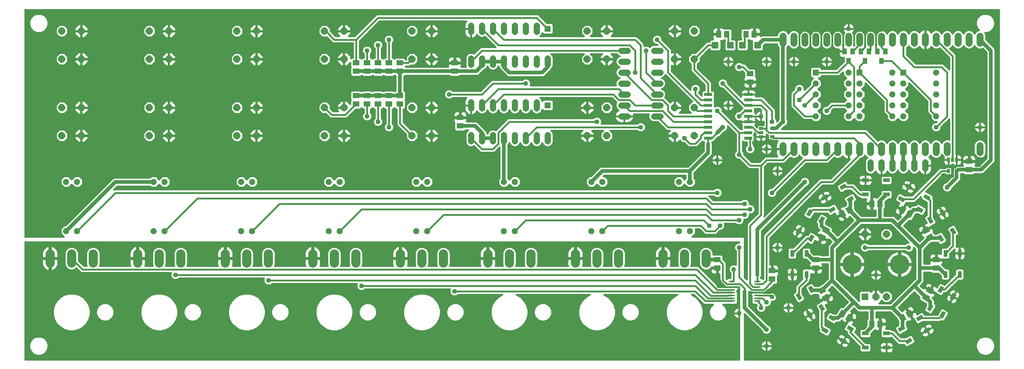
<source format=gtl>
G75*
%MOIN*%
%OFA0B0*%
%FSLAX25Y25*%
%IPPOS*%
%LPD*%
%AMOC8*
5,1,8,0,0,1.08239X$1,22.5*
%
%ADD10R,0.05906X0.05906*%
%ADD11OC8,0.05600*%
%ADD12R,0.05600X0.05600*%
%ADD13C,0.08268*%
%ADD14R,0.05118X0.05906*%
%ADD15OC8,0.06337*%
%ADD16R,0.06337X0.06337*%
%ADD17C,0.17717*%
%ADD18R,0.03937X0.05512*%
%ADD19C,0.05600*%
%ADD20R,0.02717X0.03898*%
%ADD21R,0.07283X0.02559*%
%ADD22R,0.05906X0.05118*%
%ADD23R,0.05807X0.01772*%
%ADD24C,0.06337*%
%ADD25R,0.03898X0.02717*%
%ADD26R,0.03543X0.05906*%
%ADD27R,0.05906X0.03543*%
%ADD28C,0.01600*%
%ADD29C,0.04369*%
%ADD30C,0.03200*%
D10*
X0633110Y0290000D03*
X0646890Y0290000D03*
X0658110Y0290000D03*
X0671890Y0290000D03*
D11*
X0725000Y0255000D03*
X0725000Y0245000D03*
X0725000Y0235000D03*
X0725000Y0225000D03*
X0755000Y0225000D03*
X0765000Y0225000D03*
X0765000Y0235000D03*
X0755000Y0235000D03*
X0755000Y0245000D03*
X0765000Y0245000D03*
X0765000Y0255000D03*
X0755000Y0255000D03*
X0755000Y0265000D03*
X0795000Y0265000D03*
X0795000Y0255000D03*
X0805000Y0255000D03*
X0805000Y0245000D03*
X0795000Y0245000D03*
X0795000Y0235000D03*
X0805000Y0235000D03*
X0805000Y0225000D03*
X0795000Y0225000D03*
X0835000Y0225000D03*
X0835000Y0235000D03*
X0835000Y0245000D03*
X0835000Y0255000D03*
X0835000Y0265000D03*
X0610000Y0165000D03*
X0600000Y0165000D03*
X0530000Y0165000D03*
X0520000Y0165000D03*
X0450000Y0165000D03*
X0440000Y0165000D03*
X0370000Y0165000D03*
X0360000Y0165000D03*
X0290000Y0165000D03*
X0280000Y0165000D03*
X0210000Y0165000D03*
X0200000Y0165000D03*
X0130000Y0165000D03*
X0120000Y0165000D03*
X0050000Y0165000D03*
X0040000Y0165000D03*
X0040000Y0120000D03*
X0050000Y0120000D03*
X0120000Y0120000D03*
X0130000Y0120000D03*
X0200000Y0120000D03*
X0210000Y0120000D03*
X0280000Y0120000D03*
X0290000Y0120000D03*
X0360000Y0120000D03*
X0370000Y0120000D03*
X0440000Y0120000D03*
X0450000Y0120000D03*
X0520000Y0120000D03*
X0530000Y0120000D03*
X0600000Y0120000D03*
X0610000Y0120000D03*
D12*
X0480000Y0235000D03*
X0480000Y0305000D03*
X0725000Y0265000D03*
X0765000Y0265000D03*
X0805000Y0265000D03*
D13*
X0624685Y0099134D02*
X0624685Y0090866D01*
X0605000Y0090866D02*
X0605000Y0099134D01*
X0585315Y0099134D02*
X0585315Y0090866D01*
X0544685Y0090866D02*
X0544685Y0099134D01*
X0525000Y0099134D02*
X0525000Y0090866D01*
X0505315Y0090866D02*
X0505315Y0099134D01*
X0464685Y0099134D02*
X0464685Y0090866D01*
X0445000Y0090866D02*
X0445000Y0099134D01*
X0425315Y0099134D02*
X0425315Y0090866D01*
X0384685Y0090866D02*
X0384685Y0099134D01*
X0365000Y0099134D02*
X0365000Y0090866D01*
X0345315Y0090866D02*
X0345315Y0099134D01*
X0304685Y0099134D02*
X0304685Y0090866D01*
X0285000Y0090866D02*
X0285000Y0099134D01*
X0265315Y0099134D02*
X0265315Y0090866D01*
X0224685Y0090866D02*
X0224685Y0099134D01*
X0205000Y0099134D02*
X0205000Y0090866D01*
X0185315Y0090866D02*
X0185315Y0099134D01*
X0144685Y0099134D02*
X0144685Y0090866D01*
X0125000Y0090866D02*
X0125000Y0099134D01*
X0105315Y0099134D02*
X0105315Y0090866D01*
X0064685Y0090866D02*
X0064685Y0099134D01*
X0045000Y0099134D02*
X0045000Y0090866D01*
X0025315Y0090866D02*
X0025315Y0099134D01*
D14*
X0636260Y0300000D03*
X0643740Y0300000D03*
X0661260Y0300000D03*
X0668740Y0300000D03*
X0776260Y0145000D03*
X0783740Y0145000D03*
G36*
X0803522Y0143206D02*
X0807953Y0140647D01*
X0805000Y0135534D01*
X0800569Y0138093D01*
X0803522Y0143206D01*
G37*
G36*
X0810000Y0139466D02*
X0814431Y0136907D01*
X0811478Y0131794D01*
X0807047Y0134353D01*
X0810000Y0139466D01*
G37*
G36*
X0826907Y0124431D02*
X0829466Y0120000D01*
X0824353Y0117047D01*
X0821794Y0121478D01*
X0826907Y0124431D01*
G37*
G36*
X0830647Y0117953D02*
X0833206Y0113522D01*
X0828093Y0110569D01*
X0825534Y0115000D01*
X0830647Y0117953D01*
G37*
G36*
X0752047Y0140647D02*
X0756478Y0143206D01*
X0759431Y0138093D01*
X0755000Y0135534D01*
X0752047Y0140647D01*
G37*
G36*
X0745569Y0136907D02*
X0750000Y0139466D01*
X0752953Y0134353D01*
X0748522Y0131794D01*
X0745569Y0136907D01*
G37*
G36*
X0730534Y0120000D02*
X0733093Y0124431D01*
X0738206Y0121478D01*
X0735647Y0117047D01*
X0730534Y0120000D01*
G37*
G36*
X0726794Y0113522D02*
X0729353Y0117953D01*
X0734466Y0115000D01*
X0731907Y0110569D01*
X0726794Y0113522D01*
G37*
G36*
X0729353Y0062047D02*
X0726794Y0066478D01*
X0731907Y0069431D01*
X0734466Y0065000D01*
X0729353Y0062047D01*
G37*
G36*
X0733093Y0055569D02*
X0730534Y0060000D01*
X0735647Y0062953D01*
X0738206Y0058522D01*
X0733093Y0055569D01*
G37*
G36*
X0750000Y0040534D02*
X0745569Y0043093D01*
X0748522Y0048206D01*
X0752953Y0045647D01*
X0750000Y0040534D01*
G37*
G36*
X0756478Y0036794D02*
X0752047Y0039353D01*
X0755000Y0044466D01*
X0759431Y0041907D01*
X0756478Y0036794D01*
G37*
X0776260Y0035000D03*
X0783740Y0035000D03*
G36*
X0807953Y0039353D02*
X0803522Y0036794D01*
X0800569Y0041907D01*
X0805000Y0044466D01*
X0807953Y0039353D01*
G37*
G36*
X0814431Y0043093D02*
X0810000Y0040534D01*
X0807047Y0045647D01*
X0811478Y0048206D01*
X0814431Y0043093D01*
G37*
G36*
X0829466Y0060000D02*
X0826907Y0055569D01*
X0821794Y0058522D01*
X0824353Y0062953D01*
X0829466Y0060000D01*
G37*
G36*
X0833206Y0066478D02*
X0830647Y0062047D01*
X0825534Y0065000D01*
X0828093Y0069431D01*
X0833206Y0066478D01*
G37*
D15*
X0789685Y0060000D03*
X0779843Y0060000D03*
X0789685Y0117087D03*
X0770000Y0117087D03*
X0613900Y0207200D03*
X0596100Y0207200D03*
X0596100Y0232800D03*
X0613900Y0232800D03*
X0533900Y0232800D03*
X0516100Y0232800D03*
X0516100Y0207200D03*
X0533900Y0207200D03*
X0533900Y0277200D03*
X0516100Y0277200D03*
X0516100Y0302800D03*
X0533900Y0302800D03*
X0596100Y0302800D03*
X0613900Y0302800D03*
X0613900Y0277200D03*
X0596100Y0277200D03*
X0373900Y0277200D03*
X0356100Y0277200D03*
X0356100Y0302800D03*
X0373900Y0302800D03*
X0293900Y0302800D03*
X0276100Y0302800D03*
X0276100Y0277200D03*
X0293900Y0277200D03*
X0213900Y0277200D03*
X0196100Y0277200D03*
X0196100Y0302800D03*
X0213900Y0302800D03*
X0133900Y0302800D03*
X0116100Y0302800D03*
X0116100Y0277200D03*
X0133900Y0277200D03*
X0053900Y0277200D03*
X0036100Y0277200D03*
X0036100Y0302800D03*
X0053900Y0302800D03*
X0053900Y0232800D03*
X0036100Y0232800D03*
X0036100Y0207200D03*
X0053900Y0207200D03*
X0116100Y0207200D03*
X0133900Y0207200D03*
X0133900Y0232800D03*
X0116100Y0232800D03*
X0196100Y0232800D03*
X0213900Y0232800D03*
X0213900Y0207200D03*
X0196100Y0207200D03*
X0276100Y0207200D03*
X0293900Y0207200D03*
X0293900Y0232800D03*
X0276100Y0232800D03*
X0356100Y0232800D03*
X0373900Y0232800D03*
X0373900Y0207200D03*
X0356100Y0207200D03*
D16*
X0770000Y0060000D03*
D17*
X0758189Y0089528D03*
X0801496Y0089528D03*
D18*
X0785000Y0275669D03*
X0770000Y0275669D03*
X0766260Y0284331D03*
X0773740Y0284331D03*
X0781260Y0284331D03*
X0788740Y0284331D03*
X0758740Y0284331D03*
X0751260Y0284331D03*
X0755000Y0275669D03*
D19*
X0582800Y0275000D02*
X0577200Y0275000D01*
X0577200Y0265000D02*
X0582800Y0265000D01*
X0582800Y0255000D02*
X0577200Y0255000D01*
X0577200Y0245000D02*
X0582800Y0245000D01*
X0582800Y0235000D02*
X0577200Y0235000D01*
X0577200Y0225000D02*
X0582800Y0225000D01*
X0552800Y0225000D02*
X0547200Y0225000D01*
X0547200Y0235000D02*
X0552800Y0235000D01*
X0552800Y0245000D02*
X0547200Y0245000D01*
X0547200Y0255000D02*
X0552800Y0255000D01*
X0552800Y0265000D02*
X0547200Y0265000D01*
X0547200Y0275000D02*
X0552800Y0275000D01*
X0552800Y0285000D02*
X0547200Y0285000D01*
X0577200Y0285000D02*
X0582800Y0285000D01*
X0480000Y0277800D02*
X0480000Y0272200D01*
X0470000Y0272200D02*
X0470000Y0277800D01*
X0460000Y0277800D02*
X0460000Y0272200D01*
X0450000Y0272200D02*
X0450000Y0277800D01*
X0440000Y0277800D02*
X0440000Y0272200D01*
X0430000Y0272200D02*
X0430000Y0277800D01*
X0420000Y0277800D02*
X0420000Y0272200D01*
X0410000Y0272200D02*
X0410000Y0277800D01*
X0410000Y0302200D02*
X0410000Y0307800D01*
X0420000Y0307800D02*
X0420000Y0302200D01*
X0430000Y0302200D02*
X0430000Y0307800D01*
X0440000Y0307800D02*
X0440000Y0302200D01*
X0450000Y0302200D02*
X0450000Y0307800D01*
X0460000Y0307800D02*
X0460000Y0302200D01*
X0470000Y0302200D02*
X0470000Y0307800D01*
X0470000Y0237800D02*
X0470000Y0232200D01*
X0460000Y0232200D02*
X0460000Y0237800D01*
X0450000Y0237800D02*
X0450000Y0232200D01*
X0440000Y0232200D02*
X0440000Y0237800D01*
X0430000Y0237800D02*
X0430000Y0232200D01*
X0420000Y0232200D02*
X0420000Y0237800D01*
X0410000Y0237800D02*
X0410000Y0232200D01*
X0410000Y0207800D02*
X0410000Y0202200D01*
X0420000Y0202200D02*
X0420000Y0207800D01*
X0430000Y0207800D02*
X0430000Y0202200D01*
X0440000Y0202200D02*
X0440000Y0207800D01*
X0450000Y0207800D02*
X0450000Y0202200D01*
X0460000Y0202200D02*
X0460000Y0207800D01*
X0470000Y0207800D02*
X0470000Y0202200D01*
X0480000Y0202200D02*
X0480000Y0207800D01*
X0775000Y0182800D02*
X0775000Y0177200D01*
X0785000Y0177200D02*
X0785000Y0182800D01*
X0795000Y0182800D02*
X0795000Y0177200D01*
X0805000Y0177200D02*
X0805000Y0182800D01*
X0815000Y0182800D02*
X0815000Y0177200D01*
X0825000Y0177200D02*
X0825000Y0182800D01*
D20*
X0846260Y0185079D03*
X0850000Y0185079D03*
X0853740Y0185079D03*
X0853740Y0174882D03*
X0846260Y0174882D03*
D21*
X0663406Y0205000D03*
X0663406Y0210000D03*
X0663406Y0215000D03*
X0663406Y0220000D03*
X0663406Y0225000D03*
X0663406Y0230000D03*
X0663406Y0235000D03*
X0663406Y0240000D03*
X0663406Y0245000D03*
X0626594Y0245000D03*
X0626594Y0240000D03*
X0626594Y0235000D03*
X0626594Y0230000D03*
X0626594Y0225000D03*
X0626594Y0220000D03*
X0626594Y0215000D03*
X0626594Y0210000D03*
X0626594Y0205000D03*
D22*
X0665000Y0256260D03*
X0665000Y0263740D03*
X0865000Y0183740D03*
X0865000Y0176260D03*
X0835000Y0093740D03*
X0835000Y0086260D03*
X0725000Y0086260D03*
X0725000Y0093740D03*
X0685000Y0083740D03*
X0685000Y0076260D03*
X0635000Y0086260D03*
X0635000Y0093740D03*
X0400000Y0216260D03*
X0400000Y0223740D03*
X0345000Y0236260D03*
X0335000Y0236260D03*
X0325000Y0236260D03*
X0315000Y0236260D03*
X0305000Y0236260D03*
X0305000Y0243740D03*
X0315000Y0243740D03*
X0325000Y0243740D03*
X0335000Y0243740D03*
X0345000Y0243740D03*
X0345000Y0266260D03*
X0335000Y0266260D03*
X0325000Y0266260D03*
X0315000Y0266260D03*
X0305000Y0266260D03*
X0305000Y0273740D03*
X0315000Y0273740D03*
X0325000Y0273740D03*
X0335000Y0273740D03*
X0345000Y0273740D03*
X0395000Y0273740D03*
X0395000Y0266260D03*
D23*
X0648433Y0073957D03*
X0648433Y0071398D03*
X0648433Y0068839D03*
X0648433Y0066280D03*
X0648433Y0063720D03*
X0648433Y0061161D03*
X0648433Y0058602D03*
X0648433Y0056043D03*
X0671567Y0056043D03*
X0671567Y0058602D03*
X0671567Y0061161D03*
X0671567Y0063720D03*
X0671567Y0066280D03*
X0671567Y0068839D03*
X0671567Y0071398D03*
X0671567Y0073957D03*
D24*
X0695000Y0191831D02*
X0695000Y0198169D01*
X0705000Y0198169D02*
X0705000Y0191831D01*
X0715000Y0191831D02*
X0715000Y0198169D01*
X0725000Y0198169D02*
X0725000Y0191831D01*
X0735000Y0191831D02*
X0735000Y0198169D01*
X0745000Y0198169D02*
X0745000Y0191831D01*
X0755000Y0191831D02*
X0755000Y0198169D01*
X0765000Y0198169D02*
X0765000Y0191831D01*
X0775000Y0191831D02*
X0775000Y0198169D01*
X0785000Y0198169D02*
X0785000Y0191831D01*
X0795000Y0191831D02*
X0795000Y0198169D01*
X0805000Y0198169D02*
X0805000Y0191831D01*
X0815000Y0191831D02*
X0815000Y0198169D01*
X0825000Y0198169D02*
X0825000Y0191831D01*
X0835000Y0191831D02*
X0835000Y0198169D01*
X0845000Y0198169D02*
X0845000Y0191831D01*
X0875000Y0191831D02*
X0875000Y0198169D01*
X0875000Y0291831D02*
X0875000Y0298169D01*
X0865000Y0298169D02*
X0865000Y0291831D01*
X0855000Y0291831D02*
X0855000Y0298169D01*
X0845000Y0298169D02*
X0845000Y0291831D01*
X0835000Y0291831D02*
X0835000Y0298169D01*
X0825000Y0298169D02*
X0825000Y0291831D01*
X0815000Y0291831D02*
X0815000Y0298169D01*
X0805000Y0298169D02*
X0805000Y0291831D01*
X0795000Y0291831D02*
X0795000Y0298169D01*
X0785000Y0298169D02*
X0785000Y0291831D01*
X0775000Y0291831D02*
X0775000Y0298169D01*
X0765000Y0298169D02*
X0765000Y0291831D01*
X0755000Y0291831D02*
X0755000Y0298169D01*
X0745000Y0298169D02*
X0745000Y0291831D01*
X0735000Y0291831D02*
X0735000Y0298169D01*
X0725000Y0298169D02*
X0725000Y0291831D01*
X0715000Y0291831D02*
X0715000Y0298169D01*
X0705000Y0298169D02*
X0705000Y0291831D01*
X0695000Y0291831D02*
X0695000Y0298169D01*
D25*
X0685118Y0213740D03*
X0685118Y0206260D03*
X0674921Y0206260D03*
X0674921Y0210000D03*
X0674921Y0213740D03*
D26*
X0703504Y0099646D03*
X0716496Y0099646D03*
X0716496Y0080354D03*
X0703504Y0080354D03*
X0843504Y0080354D03*
X0856496Y0080354D03*
X0856496Y0099646D03*
X0843504Y0099646D03*
D27*
G36*
X0839254Y0116841D02*
X0842207Y0111728D01*
X0839140Y0109957D01*
X0836187Y0115070D01*
X0839254Y0116841D01*
G37*
G36*
X0850506Y0123337D02*
X0853459Y0118224D01*
X0850392Y0116453D01*
X0847439Y0121566D01*
X0850506Y0123337D01*
G37*
G36*
X0829608Y0133547D02*
X0832561Y0128434D01*
X0829494Y0126663D01*
X0826541Y0131776D01*
X0829608Y0133547D01*
G37*
G36*
X0818434Y0142561D02*
X0823547Y0139608D01*
X0821776Y0136541D01*
X0816663Y0139494D01*
X0818434Y0142561D01*
G37*
G36*
X0824930Y0153813D02*
X0830043Y0150860D01*
X0828272Y0147793D01*
X0823159Y0150746D01*
X0824930Y0153813D01*
G37*
G36*
X0808224Y0163459D02*
X0813337Y0160506D01*
X0811566Y0157439D01*
X0806453Y0160392D01*
X0808224Y0163459D01*
G37*
X0789646Y0166496D03*
X0770354Y0166496D03*
G36*
X0746663Y0160506D02*
X0751776Y0163459D01*
X0753547Y0160392D01*
X0748434Y0157439D01*
X0746663Y0160506D01*
G37*
G36*
X0729957Y0150860D02*
X0735070Y0153813D01*
X0736841Y0150746D01*
X0731728Y0147793D01*
X0729957Y0150860D01*
G37*
G36*
X0753159Y0149254D02*
X0758272Y0152207D01*
X0760043Y0149140D01*
X0754930Y0146187D01*
X0753159Y0149254D01*
G37*
G36*
X0736453Y0139608D02*
X0741566Y0142561D01*
X0743337Y0139494D01*
X0738224Y0136541D01*
X0736453Y0139608D01*
G37*
G36*
X0716187Y0134930D02*
X0719140Y0140043D01*
X0722207Y0138272D01*
X0719254Y0133159D01*
X0716187Y0134930D01*
G37*
G36*
X0727439Y0128434D02*
X0730392Y0133547D01*
X0733459Y0131776D01*
X0730506Y0126663D01*
X0727439Y0128434D01*
G37*
G36*
X0706541Y0118224D02*
X0709494Y0123337D01*
X0712561Y0121566D01*
X0709608Y0116453D01*
X0706541Y0118224D01*
G37*
G36*
X0717793Y0111728D02*
X0720746Y0116841D01*
X0723813Y0115070D01*
X0720860Y0109957D01*
X0717793Y0111728D01*
G37*
G36*
X0720746Y0063159D02*
X0717793Y0068272D01*
X0720860Y0070043D01*
X0723813Y0064930D01*
X0720746Y0063159D01*
G37*
G36*
X0709494Y0056663D02*
X0706541Y0061776D01*
X0709608Y0063547D01*
X0712561Y0058434D01*
X0709494Y0056663D01*
G37*
G36*
X0730392Y0046453D02*
X0727439Y0051566D01*
X0730506Y0053337D01*
X0733459Y0048224D01*
X0730392Y0046453D01*
G37*
G36*
X0741566Y0037439D02*
X0736453Y0040392D01*
X0738224Y0043459D01*
X0743337Y0040506D01*
X0741566Y0037439D01*
G37*
G36*
X0735070Y0026187D02*
X0729957Y0029140D01*
X0731728Y0032207D01*
X0736841Y0029254D01*
X0735070Y0026187D01*
G37*
G36*
X0751776Y0016541D02*
X0746663Y0019494D01*
X0748434Y0022561D01*
X0753547Y0019608D01*
X0751776Y0016541D01*
G37*
X0770354Y0013504D03*
X0789646Y0013504D03*
G36*
X0813337Y0019494D02*
X0808224Y0016541D01*
X0806453Y0019608D01*
X0811566Y0022561D01*
X0813337Y0019494D01*
G37*
G36*
X0806841Y0030746D02*
X0801728Y0027793D01*
X0799957Y0030860D01*
X0805070Y0033813D01*
X0806841Y0030746D01*
G37*
X0789646Y0026496D03*
X0770354Y0026496D03*
G36*
X0758272Y0027793D02*
X0753159Y0030746D01*
X0754930Y0033813D01*
X0760043Y0030860D01*
X0758272Y0027793D01*
G37*
G36*
X0719140Y0039957D02*
X0716187Y0045070D01*
X0719254Y0046841D01*
X0722207Y0041728D01*
X0719140Y0039957D01*
G37*
G36*
X0823547Y0040392D02*
X0818434Y0037439D01*
X0816663Y0040506D01*
X0821776Y0043459D01*
X0823547Y0040392D01*
G37*
G36*
X0832561Y0051566D02*
X0829608Y0046453D01*
X0826541Y0048224D01*
X0829494Y0053337D01*
X0832561Y0051566D01*
G37*
G36*
X0843813Y0045070D02*
X0840860Y0039957D01*
X0837793Y0041728D01*
X0840746Y0046841D01*
X0843813Y0045070D01*
G37*
G36*
X0853459Y0061776D02*
X0850506Y0056663D01*
X0847439Y0058434D01*
X0850392Y0063547D01*
X0853459Y0061776D01*
G37*
G36*
X0842207Y0068272D02*
X0839254Y0063159D01*
X0836187Y0064930D01*
X0839140Y0070043D01*
X0842207Y0068272D01*
G37*
G36*
X0830043Y0029140D02*
X0824930Y0026187D01*
X0823159Y0029254D01*
X0828272Y0032207D01*
X0830043Y0029140D01*
G37*
G36*
X0840860Y0140043D02*
X0843813Y0134930D01*
X0840746Y0133159D01*
X0837793Y0138272D01*
X0840860Y0140043D01*
G37*
G36*
X0801728Y0152207D02*
X0806841Y0149254D01*
X0805070Y0146187D01*
X0799957Y0149140D01*
X0801728Y0152207D01*
G37*
X0789646Y0153504D03*
X0770354Y0153504D03*
D28*
X0002700Y0110000D02*
X0002700Y0002700D01*
X0655000Y0002700D01*
X0655000Y0045000D01*
X0655000Y0045000D01*
X0655000Y0067872D01*
X0654675Y0068198D01*
X0654537Y0068198D01*
X0654537Y0067638D01*
X0654537Y0068839D01*
X0648433Y0068839D01*
X0648433Y0068839D01*
X0642330Y0068839D01*
X0642330Y0069327D01*
X0642243Y0069363D01*
X0638641Y0072965D01*
X0637965Y0073641D01*
X0637600Y0074523D01*
X0637600Y0075000D01*
X0635000Y0075000D01*
X0635000Y0069614D01*
X0635861Y0068753D01*
X0642330Y0068753D01*
X0642330Y0068839D01*
X0648433Y0068839D01*
X0648433Y0068839D01*
X0654537Y0068839D01*
X0654537Y0068998D01*
X0655000Y0068998D01*
X0655000Y0065000D01*
X0652937Y0065000D01*
X0652937Y0065173D01*
X0653376Y0065467D01*
X0653822Y0065913D01*
X0654172Y0066437D01*
X0654414Y0067019D01*
X0654537Y0067638D01*
X0654414Y0067019D01*
X0654172Y0066437D01*
X0653822Y0065913D01*
X0653737Y0065827D01*
X0653737Y0054680D01*
X0653371Y0053798D01*
X0652696Y0053123D01*
X0651814Y0052757D01*
X0645052Y0052757D01*
X0644845Y0052843D01*
X0640377Y0052843D01*
X0640413Y0052828D01*
X0642750Y0050492D01*
X0644014Y0047439D01*
X0644014Y0044135D01*
X0642750Y0041083D01*
X0640413Y0038746D01*
X0637361Y0037482D01*
X0634057Y0037482D01*
X0631004Y0038746D01*
X0628668Y0041083D01*
X0627403Y0044135D01*
X0627403Y0047439D01*
X0628668Y0050492D01*
X0631004Y0052828D01*
X0631040Y0052843D01*
X0623320Y0052843D01*
X0622144Y0053330D01*
X0613675Y0061800D01*
X0611556Y0061800D01*
X0611625Y0061781D01*
X0615539Y0059522D01*
X0618734Y0056326D01*
X0620994Y0052412D01*
X0622164Y0048047D01*
X0622164Y0043528D01*
X0620994Y0039162D01*
X0618734Y0035249D01*
X0615539Y0032053D01*
X0611625Y0029793D01*
X0607260Y0028624D01*
X0602740Y0028624D01*
X0598375Y0029793D01*
X0594461Y0032053D01*
X0591266Y0035249D01*
X0589006Y0039162D01*
X0587836Y0043528D01*
X0587836Y0048047D01*
X0589006Y0052412D01*
X0591266Y0056326D01*
X0594461Y0059522D01*
X0598375Y0061781D01*
X0598444Y0061800D01*
X0531556Y0061800D01*
X0531625Y0061781D01*
X0535539Y0059522D01*
X0538734Y0056326D01*
X0540994Y0052412D01*
X0542164Y0048047D01*
X0542164Y0043528D01*
X0540994Y0039162D01*
X0538734Y0035249D01*
X0535539Y0032053D01*
X0531625Y0029793D01*
X0527260Y0028624D01*
X0522740Y0028624D01*
X0518375Y0029793D01*
X0514461Y0032053D01*
X0511266Y0035249D01*
X0509006Y0039162D01*
X0507836Y0043528D01*
X0507836Y0048047D01*
X0509006Y0052412D01*
X0511266Y0056326D01*
X0514461Y0059522D01*
X0518375Y0061781D01*
X0518444Y0061800D01*
X0451556Y0061800D01*
X0451625Y0061781D01*
X0455539Y0059522D01*
X0458734Y0056326D01*
X0460994Y0052412D01*
X0462164Y0048047D01*
X0462164Y0043528D01*
X0460994Y0039162D01*
X0458734Y0035249D01*
X0455539Y0032053D01*
X0451625Y0029793D01*
X0447260Y0028624D01*
X0442740Y0028624D01*
X0438375Y0029793D01*
X0434461Y0032053D01*
X0431266Y0035249D01*
X0429006Y0039162D01*
X0427836Y0043528D01*
X0427836Y0048047D01*
X0429006Y0052412D01*
X0431266Y0056326D01*
X0434461Y0059522D01*
X0438375Y0061781D01*
X0438444Y0061800D01*
X0398283Y0061800D01*
X0397597Y0061114D01*
X0395912Y0060416D01*
X0394088Y0060416D01*
X0392403Y0061114D01*
X0391114Y0062403D01*
X0390416Y0064088D01*
X0390416Y0065912D01*
X0390784Y0066800D01*
X0313283Y0066800D01*
X0312597Y0066114D01*
X0310912Y0065416D01*
X0309088Y0065416D01*
X0307403Y0066114D01*
X0306114Y0067403D01*
X0305416Y0069088D01*
X0305416Y0070912D01*
X0305784Y0071800D01*
X0228283Y0071800D01*
X0227597Y0071114D01*
X0225912Y0070416D01*
X0224088Y0070416D01*
X0222403Y0071114D01*
X0221114Y0072403D01*
X0220416Y0074088D01*
X0220416Y0075912D01*
X0220784Y0076800D01*
X0143283Y0076800D01*
X0142597Y0076114D01*
X0140912Y0075416D01*
X0139088Y0075416D01*
X0137403Y0076114D01*
X0136114Y0077403D01*
X0135416Y0079088D01*
X0135416Y0080912D01*
X0135784Y0081800D01*
X0054363Y0081800D01*
X0053187Y0082287D01*
X0052287Y0083187D01*
X0052287Y0083187D01*
X0049424Y0086050D01*
X0048701Y0085327D01*
X0046300Y0084332D01*
X0043700Y0084332D01*
X0041299Y0085327D01*
X0039461Y0087165D01*
X0038466Y0089566D01*
X0038466Y0100434D01*
X0039461Y0102835D01*
X0041299Y0104673D01*
X0043700Y0105668D01*
X0046300Y0105668D01*
X0048701Y0104673D01*
X0050539Y0102835D01*
X0051534Y0100434D01*
X0051534Y0092992D01*
X0056325Y0088200D01*
X0058717Y0088200D01*
X0058151Y0089566D01*
X0058151Y0100434D01*
X0059146Y0102835D01*
X0060984Y0104673D01*
X0063385Y0105668D01*
X0065985Y0105668D01*
X0068386Y0104673D01*
X0070224Y0102835D01*
X0071219Y0100434D01*
X0071219Y0089566D01*
X0070653Y0088200D01*
X0098481Y0088200D01*
X0098355Y0088504D01*
X0098107Y0089432D01*
X0097981Y0090385D01*
X0097981Y0094422D01*
X0104737Y0094422D01*
X0104737Y0095578D01*
X0104737Y0106455D01*
X0103881Y0106342D01*
X0102952Y0106093D01*
X0102064Y0105725D01*
X0101232Y0105245D01*
X0100469Y0104660D01*
X0099789Y0103980D01*
X0099204Y0103217D01*
X0098723Y0102384D01*
X0098355Y0101496D01*
X0098107Y0100568D01*
X0097981Y0099615D01*
X0097981Y0095578D01*
X0104737Y0095578D01*
X0105893Y0095578D01*
X0112649Y0095578D01*
X0112649Y0099615D01*
X0112523Y0100568D01*
X0112274Y0101496D01*
X0111907Y0102384D01*
X0111426Y0103217D01*
X0110841Y0103980D01*
X0110161Y0104660D01*
X0109398Y0105245D01*
X0108566Y0105725D01*
X0107677Y0106093D01*
X0106749Y0106342D01*
X0105893Y0106455D01*
X0105893Y0095578D01*
X0105893Y0094422D01*
X0112649Y0094422D01*
X0112649Y0090385D01*
X0112523Y0089432D01*
X0112274Y0088504D01*
X0112149Y0088200D01*
X0119032Y0088200D01*
X0118466Y0089566D01*
X0118466Y0100434D01*
X0119461Y0102835D01*
X0121299Y0104673D01*
X0123700Y0105668D01*
X0126300Y0105668D01*
X0128701Y0104673D01*
X0130539Y0102835D01*
X0131534Y0100434D01*
X0131534Y0089566D01*
X0130968Y0088200D01*
X0138717Y0088200D01*
X0138151Y0089566D01*
X0138151Y0100434D01*
X0139146Y0102835D01*
X0140984Y0104673D01*
X0143385Y0105668D01*
X0145985Y0105668D01*
X0148386Y0104673D01*
X0150224Y0102835D01*
X0151219Y0100434D01*
X0151219Y0089566D01*
X0150653Y0088200D01*
X0178481Y0088200D01*
X0178355Y0088504D01*
X0178107Y0089432D01*
X0177981Y0090385D01*
X0177981Y0094422D01*
X0184737Y0094422D01*
X0184737Y0095578D01*
X0184737Y0106455D01*
X0183881Y0106342D01*
X0182952Y0106093D01*
X0182064Y0105725D01*
X0181232Y0105245D01*
X0180469Y0104660D01*
X0179789Y0103980D01*
X0179204Y0103217D01*
X0178723Y0102384D01*
X0178355Y0101496D01*
X0178107Y0100568D01*
X0177981Y0099615D01*
X0177981Y0095578D01*
X0184737Y0095578D01*
X0185893Y0095578D01*
X0192649Y0095578D01*
X0192649Y0099615D01*
X0192523Y0100568D01*
X0192274Y0101496D01*
X0191907Y0102384D01*
X0191426Y0103217D01*
X0190841Y0103980D01*
X0190161Y0104660D01*
X0189398Y0105245D01*
X0188566Y0105725D01*
X0187677Y0106093D01*
X0186749Y0106342D01*
X0185893Y0106455D01*
X0185893Y0095578D01*
X0185893Y0094422D01*
X0192649Y0094422D01*
X0192649Y0090385D01*
X0192523Y0089432D01*
X0192274Y0088504D01*
X0192149Y0088200D01*
X0199032Y0088200D01*
X0198466Y0089566D01*
X0198466Y0100434D01*
X0199461Y0102835D01*
X0201299Y0104673D01*
X0203700Y0105668D01*
X0206300Y0105668D01*
X0208701Y0104673D01*
X0210539Y0102835D01*
X0211534Y0100434D01*
X0211534Y0089566D01*
X0210968Y0088200D01*
X0218717Y0088200D01*
X0218151Y0089566D01*
X0218151Y0100434D01*
X0219146Y0102835D01*
X0220984Y0104673D01*
X0223385Y0105668D01*
X0225985Y0105668D01*
X0228386Y0104673D01*
X0230224Y0102835D01*
X0231219Y0100434D01*
X0231219Y0089566D01*
X0230653Y0088200D01*
X0258481Y0088200D01*
X0258355Y0088504D01*
X0258107Y0089432D01*
X0257981Y0090385D01*
X0257981Y0094422D01*
X0264737Y0094422D01*
X0264737Y0095578D01*
X0264737Y0106455D01*
X0263881Y0106342D01*
X0262952Y0106093D01*
X0262064Y0105725D01*
X0261232Y0105245D01*
X0260469Y0104660D01*
X0259789Y0103980D01*
X0259204Y0103217D01*
X0258723Y0102384D01*
X0258355Y0101496D01*
X0258107Y0100568D01*
X0257981Y0099615D01*
X0257981Y0095578D01*
X0264737Y0095578D01*
X0265893Y0095578D01*
X0272649Y0095578D01*
X0272649Y0099615D01*
X0272523Y0100568D01*
X0272274Y0101496D01*
X0271907Y0102384D01*
X0271426Y0103217D01*
X0270841Y0103980D01*
X0270161Y0104660D01*
X0269398Y0105245D01*
X0268566Y0105725D01*
X0267677Y0106093D01*
X0266749Y0106342D01*
X0265893Y0106455D01*
X0265893Y0095578D01*
X0265893Y0094422D01*
X0272649Y0094422D01*
X0272649Y0090385D01*
X0272523Y0089432D01*
X0272274Y0088504D01*
X0272149Y0088200D01*
X0279032Y0088200D01*
X0278466Y0089566D01*
X0278466Y0100434D01*
X0279461Y0102835D01*
X0281299Y0104673D01*
X0283700Y0105668D01*
X0286300Y0105668D01*
X0288701Y0104673D01*
X0290539Y0102835D01*
X0291534Y0100434D01*
X0291534Y0089566D01*
X0290968Y0088200D01*
X0298717Y0088200D01*
X0298151Y0089566D01*
X0298151Y0100434D01*
X0299146Y0102835D01*
X0300984Y0104673D01*
X0303385Y0105668D01*
X0305985Y0105668D01*
X0308386Y0104673D01*
X0310224Y0102835D01*
X0311219Y0100434D01*
X0311219Y0089566D01*
X0310653Y0088200D01*
X0338481Y0088200D01*
X0338355Y0088504D01*
X0338107Y0089432D01*
X0337981Y0090385D01*
X0337981Y0094422D01*
X0344737Y0094422D01*
X0344737Y0095578D01*
X0344737Y0106455D01*
X0343881Y0106342D01*
X0342952Y0106093D01*
X0342064Y0105725D01*
X0341232Y0105245D01*
X0340469Y0104660D01*
X0339789Y0103980D01*
X0339204Y0103217D01*
X0338723Y0102384D01*
X0338355Y0101496D01*
X0338107Y0100568D01*
X0337981Y0099615D01*
X0337981Y0095578D01*
X0344737Y0095578D01*
X0345893Y0095578D01*
X0352649Y0095578D01*
X0352649Y0099615D01*
X0352523Y0100568D01*
X0352274Y0101496D01*
X0351907Y0102384D01*
X0351426Y0103217D01*
X0350841Y0103980D01*
X0350161Y0104660D01*
X0349398Y0105245D01*
X0348566Y0105725D01*
X0347677Y0106093D01*
X0346749Y0106342D01*
X0345893Y0106455D01*
X0345893Y0095578D01*
X0345893Y0094422D01*
X0352649Y0094422D01*
X0352649Y0090385D01*
X0352523Y0089432D01*
X0352274Y0088504D01*
X0352149Y0088200D01*
X0359032Y0088200D01*
X0358466Y0089566D01*
X0358466Y0100434D01*
X0359461Y0102835D01*
X0361299Y0104673D01*
X0363700Y0105668D01*
X0366300Y0105668D01*
X0368701Y0104673D01*
X0370539Y0102835D01*
X0371534Y0100434D01*
X0371534Y0089566D01*
X0370968Y0088200D01*
X0378717Y0088200D01*
X0378151Y0089566D01*
X0378151Y0100434D01*
X0379146Y0102835D01*
X0380984Y0104673D01*
X0383385Y0105668D01*
X0385985Y0105668D01*
X0388386Y0104673D01*
X0390224Y0102835D01*
X0391219Y0100434D01*
X0391219Y0089566D01*
X0390653Y0088200D01*
X0418481Y0088200D01*
X0418355Y0088504D01*
X0418107Y0089432D01*
X0417981Y0090385D01*
X0417981Y0094422D01*
X0424737Y0094422D01*
X0424737Y0095578D01*
X0424737Y0106455D01*
X0423881Y0106342D01*
X0422952Y0106093D01*
X0422064Y0105725D01*
X0421232Y0105245D01*
X0420469Y0104660D01*
X0419789Y0103980D01*
X0419204Y0103217D01*
X0418723Y0102384D01*
X0418355Y0101496D01*
X0418107Y0100568D01*
X0417981Y0099615D01*
X0417981Y0095578D01*
X0424737Y0095578D01*
X0425893Y0095578D01*
X0432649Y0095578D01*
X0432649Y0099615D01*
X0432523Y0100568D01*
X0432274Y0101496D01*
X0431907Y0102384D01*
X0431426Y0103217D01*
X0430841Y0103980D01*
X0430161Y0104660D01*
X0429398Y0105245D01*
X0428566Y0105725D01*
X0427677Y0106093D01*
X0426749Y0106342D01*
X0425893Y0106455D01*
X0425893Y0095578D01*
X0425893Y0094422D01*
X0432649Y0094422D01*
X0432649Y0090385D01*
X0432523Y0089432D01*
X0432274Y0088504D01*
X0432149Y0088200D01*
X0439032Y0088200D01*
X0438466Y0089566D01*
X0438466Y0100434D01*
X0439461Y0102835D01*
X0441299Y0104673D01*
X0443700Y0105668D01*
X0446300Y0105668D01*
X0448701Y0104673D01*
X0450539Y0102835D01*
X0451534Y0100434D01*
X0451534Y0089566D01*
X0450968Y0088200D01*
X0458717Y0088200D01*
X0458151Y0089566D01*
X0458151Y0100434D01*
X0459146Y0102835D01*
X0460984Y0104673D01*
X0463385Y0105668D01*
X0465985Y0105668D01*
X0468386Y0104673D01*
X0470224Y0102835D01*
X0471219Y0100434D01*
X0471219Y0089566D01*
X0470653Y0088200D01*
X0498481Y0088200D01*
X0498355Y0088504D01*
X0498107Y0089432D01*
X0497981Y0090385D01*
X0497981Y0094422D01*
X0504737Y0094422D01*
X0504737Y0095578D01*
X0504737Y0106455D01*
X0503881Y0106342D01*
X0502952Y0106093D01*
X0502064Y0105725D01*
X0501232Y0105245D01*
X0500469Y0104660D01*
X0499789Y0103980D01*
X0499204Y0103217D01*
X0498723Y0102384D01*
X0498355Y0101496D01*
X0498107Y0100568D01*
X0497981Y0099615D01*
X0497981Y0095578D01*
X0504737Y0095578D01*
X0505893Y0095578D01*
X0512649Y0095578D01*
X0512649Y0099615D01*
X0512523Y0100568D01*
X0512274Y0101496D01*
X0511907Y0102384D01*
X0511426Y0103217D01*
X0510841Y0103980D01*
X0510161Y0104660D01*
X0509398Y0105245D01*
X0508566Y0105725D01*
X0507677Y0106093D01*
X0506749Y0106342D01*
X0505893Y0106455D01*
X0505893Y0095578D01*
X0505893Y0094422D01*
X0512649Y0094422D01*
X0512649Y0090385D01*
X0512523Y0089432D01*
X0512274Y0088504D01*
X0512149Y0088200D01*
X0519032Y0088200D01*
X0518466Y0089566D01*
X0518466Y0100434D01*
X0519461Y0102835D01*
X0521299Y0104673D01*
X0523700Y0105668D01*
X0526300Y0105668D01*
X0528701Y0104673D01*
X0530539Y0102835D01*
X0531534Y0100434D01*
X0531534Y0089566D01*
X0530968Y0088200D01*
X0538717Y0088200D01*
X0538151Y0089566D01*
X0538151Y0100434D01*
X0539146Y0102835D01*
X0540984Y0104673D01*
X0543385Y0105668D01*
X0545985Y0105668D01*
X0548386Y0104673D01*
X0550224Y0102835D01*
X0551219Y0100434D01*
X0551219Y0089566D01*
X0550653Y0088200D01*
X0578481Y0088200D01*
X0578355Y0088504D01*
X0578107Y0089432D01*
X0577981Y0090385D01*
X0577981Y0094422D01*
X0584737Y0094422D01*
X0584737Y0095578D01*
X0584737Y0106455D01*
X0583881Y0106342D01*
X0582952Y0106093D01*
X0582064Y0105725D01*
X0581232Y0105245D01*
X0580469Y0104660D01*
X0579789Y0103980D01*
X0579204Y0103217D01*
X0578723Y0102384D01*
X0578355Y0101496D01*
X0578107Y0100568D01*
X0577981Y0099615D01*
X0577981Y0095578D01*
X0584737Y0095578D01*
X0585893Y0095578D01*
X0592649Y0095578D01*
X0592649Y0099615D01*
X0592523Y0100568D01*
X0592274Y0101496D01*
X0591907Y0102384D01*
X0591426Y0103217D01*
X0590841Y0103980D01*
X0590161Y0104660D01*
X0589398Y0105245D01*
X0588566Y0105725D01*
X0587677Y0106093D01*
X0586749Y0106342D01*
X0585893Y0106455D01*
X0585893Y0095578D01*
X0585893Y0094422D01*
X0592649Y0094422D01*
X0592649Y0090385D01*
X0592523Y0089432D01*
X0592274Y0088504D01*
X0592149Y0088200D01*
X0599032Y0088200D01*
X0598466Y0089566D01*
X0598466Y0100434D01*
X0599461Y0102835D01*
X0601299Y0104673D01*
X0603700Y0105668D01*
X0606300Y0105668D01*
X0608701Y0104673D01*
X0610539Y0102835D01*
X0611534Y0100434D01*
X0611534Y0089566D01*
X0610968Y0088200D01*
X0616856Y0088200D01*
X0618032Y0087713D01*
X0636192Y0069553D01*
X0640922Y0069553D01*
X0638187Y0072287D01*
X0637287Y0073187D01*
X0636800Y0074363D01*
X0636800Y0080501D01*
X0635480Y0080501D01*
X0635480Y0085780D01*
X0634520Y0085780D01*
X0628847Y0085780D01*
X0628847Y0083386D01*
X0628970Y0082767D01*
X0629211Y0082185D01*
X0629562Y0081661D01*
X0630007Y0081215D01*
X0630531Y0080865D01*
X0631114Y0080624D01*
X0631732Y0080501D01*
X0634520Y0080501D01*
X0634520Y0085780D01*
X0634520Y0086739D01*
X0629799Y0086739D01*
X0628386Y0085327D01*
X0625985Y0084332D01*
X0623385Y0084332D01*
X0620984Y0085327D01*
X0619146Y0087165D01*
X0618151Y0089566D01*
X0618151Y0100434D01*
X0619146Y0102835D01*
X0620984Y0104673D01*
X0623385Y0105668D01*
X0625985Y0105668D01*
X0628386Y0104673D01*
X0630224Y0102835D01*
X0631219Y0100434D01*
X0631219Y0098554D01*
X0631570Y0098699D01*
X0638430Y0098699D01*
X0639312Y0098334D01*
X0639987Y0097659D01*
X0640353Y0096777D01*
X0640353Y0094173D01*
X0642713Y0091813D01*
X0643200Y0090637D01*
X0643200Y0076325D01*
X0643445Y0076081D01*
X0643495Y0076202D01*
X0644170Y0076877D01*
X0645052Y0077243D01*
X0646800Y0077243D01*
X0646800Y0081717D01*
X0646114Y0082403D01*
X0645416Y0084088D01*
X0645416Y0085912D01*
X0646114Y0087597D01*
X0647403Y0088886D01*
X0649088Y0089584D01*
X0650912Y0089584D01*
X0651800Y0089216D01*
X0651800Y0101717D01*
X0651114Y0102403D01*
X0650416Y0104088D01*
X0650416Y0105912D01*
X0651114Y0107597D01*
X0652403Y0108886D01*
X0654088Y0109584D01*
X0655000Y0109584D01*
X0655000Y0110000D01*
X0002700Y0110000D01*
X0002700Y0108699D02*
X0652216Y0108699D01*
X0650908Y0107100D02*
X0002700Y0107100D01*
X0002700Y0105502D02*
X0021677Y0105502D01*
X0022064Y0105725D02*
X0021232Y0105245D01*
X0020469Y0104660D01*
X0019789Y0103980D01*
X0019204Y0103217D01*
X0018723Y0102384D01*
X0018355Y0101496D01*
X0018107Y0100568D01*
X0017981Y0099615D01*
X0017981Y0095578D01*
X0024737Y0095578D01*
X0024737Y0106455D01*
X0023881Y0106342D01*
X0022952Y0106093D01*
X0022064Y0105725D01*
X0024737Y0105502D02*
X0025893Y0105502D01*
X0025893Y0106455D02*
X0025893Y0095578D01*
X0032649Y0095578D01*
X0032649Y0099615D01*
X0032523Y0100568D01*
X0032274Y0101496D01*
X0031907Y0102384D01*
X0031426Y0103217D01*
X0030841Y0103980D01*
X0030161Y0104660D01*
X0029398Y0105245D01*
X0028566Y0105725D01*
X0027677Y0106093D01*
X0026749Y0106342D01*
X0025893Y0106455D01*
X0025893Y0103903D02*
X0024737Y0103903D01*
X0024737Y0102305D02*
X0025893Y0102305D01*
X0025893Y0100706D02*
X0024737Y0100706D01*
X0024737Y0099108D02*
X0025893Y0099108D01*
X0025893Y0097509D02*
X0024737Y0097509D01*
X0024737Y0095911D02*
X0025893Y0095911D01*
X0025893Y0095578D02*
X0024737Y0095578D01*
X0024737Y0094422D01*
X0025893Y0094422D01*
X0025893Y0095578D01*
X0025893Y0094422D02*
X0032649Y0094422D01*
X0032649Y0090385D01*
X0032523Y0089432D01*
X0032274Y0088504D01*
X0031907Y0087615D01*
X0031426Y0086783D01*
X0030841Y0086020D01*
X0030161Y0085340D01*
X0029398Y0084755D01*
X0028566Y0084274D01*
X0027677Y0083907D01*
X0026749Y0083658D01*
X0025893Y0083545D01*
X0025893Y0094422D01*
X0025893Y0094312D02*
X0024737Y0094312D01*
X0024737Y0094422D02*
X0024737Y0083545D01*
X0023881Y0083658D01*
X0022952Y0083907D01*
X0022064Y0084274D01*
X0021232Y0084755D01*
X0020469Y0085340D01*
X0019789Y0086020D01*
X0019204Y0086783D01*
X0018723Y0087615D01*
X0018355Y0088504D01*
X0018107Y0089432D01*
X0017981Y0090385D01*
X0017981Y0094422D01*
X0024737Y0094422D01*
X0024737Y0092714D02*
X0025893Y0092714D01*
X0025893Y0091115D02*
X0024737Y0091115D01*
X0024737Y0089517D02*
X0025893Y0089517D01*
X0025893Y0087918D02*
X0024737Y0087918D01*
X0024737Y0086320D02*
X0025893Y0086320D01*
X0025893Y0084721D02*
X0024737Y0084721D01*
X0021291Y0084721D02*
X0002700Y0084721D01*
X0002700Y0083123D02*
X0052352Y0083123D01*
X0050753Y0084721D02*
X0047238Y0084721D01*
X0042762Y0084721D02*
X0029339Y0084721D01*
X0031070Y0086320D02*
X0040306Y0086320D01*
X0039149Y0087918D02*
X0032032Y0087918D01*
X0032534Y0089517D02*
X0038487Y0089517D01*
X0038466Y0091115D02*
X0032649Y0091115D01*
X0032649Y0092714D02*
X0038466Y0092714D01*
X0038466Y0094312D02*
X0032649Y0094312D01*
X0032649Y0095911D02*
X0038466Y0095911D01*
X0038466Y0097509D02*
X0032649Y0097509D01*
X0032649Y0099108D02*
X0038466Y0099108D01*
X0038579Y0100706D02*
X0032486Y0100706D01*
X0031940Y0102305D02*
X0039241Y0102305D01*
X0040529Y0103903D02*
X0030899Y0103903D01*
X0028953Y0105502D02*
X0043300Y0105502D01*
X0046700Y0105502D02*
X0062985Y0105502D01*
X0060214Y0103903D02*
X0049471Y0103903D01*
X0050759Y0102305D02*
X0058926Y0102305D01*
X0058264Y0100706D02*
X0051421Y0100706D01*
X0051534Y0099108D02*
X0058151Y0099108D01*
X0058151Y0097509D02*
X0051534Y0097509D01*
X0051534Y0095911D02*
X0058151Y0095911D01*
X0058151Y0094312D02*
X0051534Y0094312D01*
X0051812Y0092714D02*
X0058151Y0092714D01*
X0058151Y0091115D02*
X0053410Y0091115D01*
X0055009Y0089517D02*
X0058172Y0089517D01*
X0055000Y0085000D02*
X0616220Y0085000D01*
X0634867Y0066353D01*
X0648360Y0066353D01*
X0648433Y0066280D01*
X0648433Y0063720D02*
X0631280Y0063720D01*
X0615000Y0080000D01*
X0140000Y0080000D01*
X0143212Y0076729D02*
X0220754Y0076729D01*
X0220416Y0075130D02*
X0002700Y0075130D01*
X0002700Y0073532D02*
X0220646Y0073532D01*
X0221584Y0071933D02*
X0002700Y0071933D01*
X0002700Y0070334D02*
X0305416Y0070334D01*
X0305562Y0068736D02*
X0002700Y0068736D01*
X0002700Y0067137D02*
X0306379Y0067137D01*
X0308791Y0065539D02*
X0002700Y0065539D01*
X0002700Y0063940D02*
X0390477Y0063940D01*
X0390416Y0065539D02*
X0311209Y0065539D01*
X0310000Y0070000D02*
X0615000Y0070000D01*
X0626398Y0058602D01*
X0648433Y0058602D01*
X0648360Y0061088D02*
X0644867Y0061088D01*
X0644781Y0061002D01*
X0628998Y0061002D01*
X0615000Y0075000D01*
X0225000Y0075000D01*
X0215539Y0059522D02*
X0211625Y0061781D01*
X0207260Y0062951D01*
X0202740Y0062951D01*
X0198375Y0061781D01*
X0194461Y0059522D01*
X0191266Y0056326D01*
X0189006Y0052412D01*
X0187836Y0048047D01*
X0187836Y0043528D01*
X0189006Y0039162D01*
X0191266Y0035249D01*
X0194461Y0032053D01*
X0198375Y0029793D01*
X0202740Y0028624D01*
X0207260Y0028624D01*
X0211625Y0029793D01*
X0215539Y0032053D01*
X0218734Y0035249D01*
X0220994Y0039162D01*
X0222164Y0043528D01*
X0222164Y0048047D01*
X0220994Y0052412D01*
X0218734Y0056326D01*
X0215539Y0059522D01*
X0215916Y0059145D02*
X0274084Y0059145D01*
X0274461Y0059522D02*
X0271266Y0056326D01*
X0269006Y0052412D01*
X0267836Y0048047D01*
X0267836Y0043528D01*
X0269006Y0039162D01*
X0271266Y0035249D01*
X0274461Y0032053D01*
X0278375Y0029793D01*
X0282740Y0028624D01*
X0287260Y0028624D01*
X0291625Y0029793D01*
X0295539Y0032053D01*
X0298734Y0035249D01*
X0300994Y0039162D01*
X0302164Y0043528D01*
X0302164Y0048047D01*
X0300994Y0052412D01*
X0298734Y0056326D01*
X0295539Y0059522D01*
X0291625Y0061781D01*
X0287260Y0062951D01*
X0282740Y0062951D01*
X0278375Y0061781D01*
X0274461Y0059522D01*
X0276577Y0060743D02*
X0213423Y0060743D01*
X0209533Y0062342D02*
X0280467Y0062342D01*
X0289533Y0062342D02*
X0360467Y0062342D01*
X0358375Y0061781D02*
X0354461Y0059522D01*
X0351266Y0056326D01*
X0349006Y0052412D01*
X0347836Y0048047D01*
X0347836Y0043528D01*
X0349006Y0039162D01*
X0351266Y0035249D01*
X0354461Y0032053D01*
X0358375Y0029793D01*
X0362740Y0028624D01*
X0367260Y0028624D01*
X0371625Y0029793D01*
X0375539Y0032053D01*
X0378734Y0035249D01*
X0380994Y0039162D01*
X0382164Y0043528D01*
X0382164Y0048047D01*
X0380994Y0052412D01*
X0378734Y0056326D01*
X0375539Y0059522D01*
X0371625Y0061781D01*
X0367260Y0062951D01*
X0362740Y0062951D01*
X0358375Y0061781D01*
X0356577Y0060743D02*
X0293423Y0060743D01*
X0295916Y0059145D02*
X0354084Y0059145D01*
X0352486Y0057546D02*
X0297514Y0057546D01*
X0298953Y0055948D02*
X0351047Y0055948D01*
X0350124Y0054349D02*
X0299876Y0054349D01*
X0300799Y0052751D02*
X0310926Y0052751D01*
X0311004Y0052828D02*
X0308668Y0050492D01*
X0307403Y0047439D01*
X0307403Y0044135D01*
X0308668Y0041083D01*
X0311004Y0038746D01*
X0314057Y0037482D01*
X0317361Y0037482D01*
X0320413Y0038746D01*
X0322750Y0041083D01*
X0324014Y0044135D01*
X0324014Y0047439D01*
X0322750Y0050492D01*
X0320413Y0052828D01*
X0317361Y0054093D01*
X0314057Y0054093D01*
X0311004Y0052828D01*
X0309328Y0051152D02*
X0301332Y0051152D01*
X0301760Y0049554D02*
X0308279Y0049554D01*
X0307617Y0047955D02*
X0302164Y0047955D01*
X0302164Y0046357D02*
X0307403Y0046357D01*
X0307403Y0044758D02*
X0302164Y0044758D01*
X0302065Y0043160D02*
X0307807Y0043160D01*
X0308469Y0041561D02*
X0301637Y0041561D01*
X0301209Y0039963D02*
X0309788Y0039963D01*
X0311926Y0038364D02*
X0300533Y0038364D01*
X0299610Y0036766D02*
X0350390Y0036766D01*
X0349467Y0038364D02*
X0319491Y0038364D01*
X0321630Y0039963D02*
X0348791Y0039963D01*
X0348363Y0041561D02*
X0322948Y0041561D01*
X0323610Y0043160D02*
X0347935Y0043160D01*
X0347836Y0044758D02*
X0324014Y0044758D01*
X0324014Y0046357D02*
X0347836Y0046357D01*
X0347836Y0047955D02*
X0323800Y0047955D01*
X0323138Y0049554D02*
X0348240Y0049554D01*
X0348668Y0051152D02*
X0322089Y0051152D01*
X0320491Y0052751D02*
X0349201Y0052751D01*
X0369533Y0062342D02*
X0391175Y0062342D01*
X0393297Y0060743D02*
X0373423Y0060743D01*
X0375916Y0059145D02*
X0434084Y0059145D01*
X0432486Y0057546D02*
X0377514Y0057546D01*
X0378953Y0055948D02*
X0431047Y0055948D01*
X0430124Y0054349D02*
X0379876Y0054349D01*
X0380799Y0052751D02*
X0390926Y0052751D01*
X0391004Y0052828D02*
X0388668Y0050492D01*
X0387403Y0047439D01*
X0387403Y0044135D01*
X0388668Y0041083D01*
X0391004Y0038746D01*
X0394057Y0037482D01*
X0397361Y0037482D01*
X0400413Y0038746D01*
X0402750Y0041083D01*
X0404014Y0044135D01*
X0404014Y0047439D01*
X0402750Y0050492D01*
X0400413Y0052828D01*
X0397361Y0054093D01*
X0394057Y0054093D01*
X0391004Y0052828D01*
X0389328Y0051152D02*
X0381332Y0051152D01*
X0381760Y0049554D02*
X0388279Y0049554D01*
X0387617Y0047955D02*
X0382164Y0047955D01*
X0382164Y0046357D02*
X0387403Y0046357D01*
X0387403Y0044758D02*
X0382164Y0044758D01*
X0382065Y0043160D02*
X0387807Y0043160D01*
X0388469Y0041561D02*
X0381637Y0041561D01*
X0381209Y0039963D02*
X0389787Y0039963D01*
X0391926Y0038364D02*
X0380533Y0038364D01*
X0379610Y0036766D02*
X0430390Y0036766D01*
X0429467Y0038364D02*
X0399491Y0038364D01*
X0401630Y0039963D02*
X0428791Y0039963D01*
X0428363Y0041561D02*
X0402948Y0041561D01*
X0403610Y0043160D02*
X0427935Y0043160D01*
X0427836Y0044758D02*
X0404014Y0044758D01*
X0404014Y0046357D02*
X0427836Y0046357D01*
X0427836Y0047955D02*
X0403800Y0047955D01*
X0403138Y0049554D02*
X0428240Y0049554D01*
X0428668Y0051152D02*
X0402089Y0051152D01*
X0400491Y0052751D02*
X0429201Y0052751D01*
X0436577Y0060743D02*
X0396703Y0060743D01*
X0395000Y0065000D02*
X0615000Y0065000D01*
X0623957Y0056043D01*
X0648433Y0056043D01*
X0648360Y0061088D02*
X0648433Y0061161D01*
X0653737Y0060743D02*
X0655000Y0060743D01*
X0655000Y0059145D02*
X0653737Y0059145D01*
X0653737Y0057546D02*
X0655000Y0057546D01*
X0655000Y0055948D02*
X0653737Y0055948D01*
X0653600Y0054349D02*
X0655000Y0054349D01*
X0655000Y0052751D02*
X0640491Y0052751D01*
X0642089Y0051152D02*
X0655000Y0051152D01*
X0655000Y0050384D02*
X0654576Y0050384D01*
X0653739Y0050252D01*
X0652933Y0049990D01*
X0652178Y0049605D01*
X0651492Y0049107D01*
X0650893Y0048508D01*
X0650395Y0047822D01*
X0650010Y0047067D01*
X0649748Y0046261D01*
X0649616Y0045424D01*
X0649616Y0045000D01*
X0649616Y0044576D01*
X0649748Y0043739D01*
X0650010Y0042933D01*
X0650395Y0042178D01*
X0650893Y0041492D01*
X0651492Y0040893D01*
X0652178Y0040395D01*
X0652933Y0040010D01*
X0653739Y0039748D01*
X0654576Y0039616D01*
X0655000Y0039616D01*
X0655000Y0045000D01*
X0655000Y0045000D01*
X0655000Y0045000D01*
X0649616Y0045000D01*
X0655000Y0045000D01*
X0655000Y0050384D01*
X0655000Y0049554D02*
X0655000Y0049554D01*
X0655000Y0047955D02*
X0655000Y0047955D01*
X0655000Y0046357D02*
X0655000Y0046357D01*
X0655000Y0044758D02*
X0655000Y0044758D01*
X0655000Y0043160D02*
X0655000Y0043160D01*
X0655000Y0041561D02*
X0655000Y0041561D01*
X0655000Y0039963D02*
X0655000Y0039963D01*
X0655000Y0038364D02*
X0639491Y0038364D01*
X0641630Y0039963D02*
X0653079Y0039963D01*
X0650843Y0041561D02*
X0642948Y0041561D01*
X0643610Y0043160D02*
X0649937Y0043160D01*
X0649616Y0044758D02*
X0644014Y0044758D01*
X0644014Y0046357D02*
X0649780Y0046357D01*
X0650492Y0047955D02*
X0643800Y0047955D01*
X0643138Y0049554D02*
X0652108Y0049554D01*
X0660000Y0044343D02*
X0675529Y0028814D01*
X0676114Y0027403D01*
X0677403Y0026114D01*
X0679088Y0025416D01*
X0680912Y0025416D01*
X0682597Y0026114D01*
X0683886Y0027403D01*
X0684584Y0029088D01*
X0684584Y0030912D01*
X0683886Y0032597D01*
X0682597Y0033886D01*
X0681186Y0034471D01*
X0664000Y0051657D01*
X0664000Y0064475D01*
X0664908Y0063567D01*
X0665463Y0063337D01*
X0665463Y0062519D01*
X0665586Y0061901D01*
X0665828Y0061319D01*
X0666178Y0060795D01*
X0666263Y0060709D01*
X0666263Y0054680D01*
X0666629Y0053798D01*
X0667304Y0053123D01*
X0668186Y0052757D01*
X0670327Y0052757D01*
X0670930Y0052154D01*
X0670416Y0050912D01*
X0670416Y0049088D01*
X0671114Y0047403D01*
X0672403Y0046114D01*
X0674088Y0045416D01*
X0675912Y0045416D01*
X0677597Y0046114D01*
X0678886Y0047403D01*
X0679584Y0049088D01*
X0679584Y0050416D01*
X0680912Y0050416D01*
X0682597Y0051114D01*
X0683886Y0052403D01*
X0684584Y0054088D01*
X0684584Y0055416D01*
X0685912Y0055416D01*
X0687597Y0056114D01*
X0688886Y0057403D01*
X0689584Y0059088D01*
X0689584Y0060912D01*
X0688886Y0062597D01*
X0687597Y0063886D01*
X0685912Y0064584D01*
X0684088Y0064584D01*
X0683550Y0064361D01*
X0680147Y0064361D01*
X0686813Y0071027D01*
X0687086Y0071301D01*
X0688430Y0071301D01*
X0689312Y0071666D01*
X0689987Y0072341D01*
X0690353Y0073223D01*
X0690353Y0079056D01*
X0690438Y0079141D01*
X0690789Y0079665D01*
X0691030Y0080248D01*
X0691153Y0080866D01*
X0691153Y0083261D01*
X0685480Y0083261D01*
X0685480Y0084220D01*
X0691153Y0084220D01*
X0691153Y0086614D01*
X0691030Y0087233D01*
X0690789Y0087815D01*
X0690438Y0088339D01*
X0689993Y0088785D01*
X0689469Y0089135D01*
X0688886Y0089376D01*
X0688268Y0089499D01*
X0685480Y0089499D01*
X0685480Y0084220D01*
X0684520Y0084220D01*
X0684520Y0089499D01*
X0683200Y0089499D01*
X0683200Y0113675D01*
X0731325Y0161800D01*
X0740637Y0161800D01*
X0741813Y0162287D01*
X0742713Y0163187D01*
X0765788Y0186263D01*
X0766108Y0186263D01*
X0768154Y0187111D01*
X0769721Y0188677D01*
X0770000Y0189351D01*
X0770279Y0188677D01*
X0771846Y0187111D01*
X0771924Y0187078D01*
X0770592Y0185746D01*
X0769800Y0183834D01*
X0769800Y0176166D01*
X0770592Y0174254D01*
X0772054Y0172792D01*
X0773966Y0172000D01*
X0776034Y0172000D01*
X0777946Y0172792D01*
X0779408Y0174254D01*
X0779569Y0174643D01*
X0779868Y0174055D01*
X0780423Y0173291D01*
X0781091Y0172623D01*
X0781855Y0172068D01*
X0782697Y0171640D01*
X0783595Y0171348D01*
X0784528Y0171200D01*
X0785000Y0171200D01*
X0785472Y0171200D01*
X0786405Y0171348D01*
X0787303Y0171640D01*
X0788145Y0172068D01*
X0788909Y0172623D01*
X0789577Y0173291D01*
X0790132Y0174055D01*
X0790431Y0174643D01*
X0790592Y0174254D01*
X0792054Y0172792D01*
X0793966Y0172000D01*
X0796034Y0172000D01*
X0797946Y0172792D01*
X0799408Y0174254D01*
X0800000Y0175683D01*
X0800592Y0174254D01*
X0802054Y0172792D01*
X0803966Y0172000D01*
X0806034Y0172000D01*
X0807946Y0172792D01*
X0809408Y0174254D01*
X0810000Y0175683D01*
X0810592Y0174254D01*
X0812054Y0172792D01*
X0813966Y0172000D01*
X0816034Y0172000D01*
X0817946Y0172792D01*
X0819408Y0174254D01*
X0819569Y0174643D01*
X0819868Y0174055D01*
X0820423Y0173291D01*
X0821091Y0172623D01*
X0821855Y0172068D01*
X0822697Y0171640D01*
X0823595Y0171348D01*
X0824528Y0171200D01*
X0825000Y0171200D01*
X0825472Y0171200D01*
X0826405Y0171348D01*
X0827303Y0171640D01*
X0828145Y0172068D01*
X0828909Y0172623D01*
X0829577Y0173291D01*
X0830132Y0174055D01*
X0830560Y0174897D01*
X0830852Y0175795D01*
X0831000Y0176728D01*
X0831000Y0180000D01*
X0831000Y0183272D01*
X0830852Y0184205D01*
X0830560Y0185103D01*
X0830132Y0185945D01*
X0829577Y0186709D01*
X0828909Y0187377D01*
X0828626Y0187582D01*
X0829721Y0188677D01*
X0830000Y0189351D01*
X0830279Y0188677D01*
X0831846Y0187111D01*
X0833892Y0186263D01*
X0836108Y0186263D01*
X0838154Y0187111D01*
X0839721Y0188677D01*
X0840000Y0189351D01*
X0840279Y0188677D01*
X0841702Y0187255D01*
X0841702Y0185079D01*
X0846242Y0185079D01*
X0846242Y0185079D01*
X0841702Y0185079D01*
X0846260Y0185079D01*
X0846260Y0185079D01*
X0846260Y0179930D01*
X0847933Y0179930D01*
X0848552Y0180053D01*
X0849134Y0180294D01*
X0849658Y0180644D01*
X0849744Y0180730D01*
X0850256Y0180730D01*
X0850342Y0180644D01*
X0850866Y0180294D01*
X0851448Y0180053D01*
X0852067Y0179930D01*
X0853526Y0179930D01*
X0852852Y0179651D01*
X0852432Y0179231D01*
X0851904Y0179231D01*
X0851022Y0178865D01*
X0850347Y0178190D01*
X0850000Y0177352D01*
X0849653Y0178190D01*
X0848978Y0178865D01*
X0848095Y0179231D01*
X0844424Y0179231D01*
X0843542Y0178865D01*
X0842867Y0178190D01*
X0842822Y0178082D01*
X0839245Y0178082D01*
X0838069Y0177595D01*
X0812872Y0152397D01*
X0806199Y0152397D01*
X0802514Y0154525D01*
X0801567Y0154650D01*
X0800645Y0154402D01*
X0799887Y0153821D01*
X0797638Y0149926D01*
X0797514Y0148979D01*
X0797761Y0148057D01*
X0798342Y0147299D01*
X0801341Y0145568D01*
X0801323Y0145554D01*
X0800907Y0145080D01*
X0799513Y0142665D01*
X0804085Y0140025D01*
X0803606Y0139195D01*
X0799034Y0141834D01*
X0797639Y0139419D01*
X0797437Y0138823D01*
X0797355Y0138198D01*
X0797396Y0137569D01*
X0797559Y0136960D01*
X0797838Y0136394D01*
X0798221Y0135894D01*
X0798695Y0135479D01*
X0800769Y0134281D01*
X0803606Y0139195D01*
X0804436Y0138715D01*
X0801600Y0133802D01*
X0802649Y0133196D01*
X0800055Y0130602D01*
X0798391Y0132266D01*
X0797266Y0133391D01*
X0795796Y0134000D01*
X0787740Y0134000D01*
X0787740Y0140094D01*
X0788334Y0140688D01*
X0788699Y0141570D01*
X0788699Y0146901D01*
X0791131Y0149332D01*
X0793076Y0149332D01*
X0793958Y0149698D01*
X0794633Y0150373D01*
X0794998Y0151255D01*
X0794998Y0155753D01*
X0794633Y0156635D01*
X0793958Y0157310D01*
X0793076Y0157676D01*
X0786216Y0157676D01*
X0785333Y0157310D01*
X0784658Y0156635D01*
X0784293Y0155753D01*
X0784293Y0153808D01*
X0780891Y0150406D01*
X0780859Y0150438D01*
X0780335Y0150789D01*
X0779752Y0151030D01*
X0779134Y0151153D01*
X0776739Y0151153D01*
X0776739Y0145480D01*
X0775780Y0145480D01*
X0775780Y0151153D01*
X0775665Y0151153D01*
X0775707Y0151255D01*
X0775707Y0155753D01*
X0775342Y0156635D01*
X0774667Y0157310D01*
X0773784Y0157676D01*
X0766924Y0157676D01*
X0766064Y0157319D01*
X0760222Y0163161D01*
X0759046Y0163649D01*
X0754439Y0163649D01*
X0753616Y0165073D01*
X0752859Y0165654D01*
X0751937Y0165901D01*
X0750990Y0165776D01*
X0745049Y0162346D01*
X0744468Y0161589D01*
X0744221Y0160667D01*
X0744345Y0159720D01*
X0746594Y0155824D01*
X0747352Y0155243D01*
X0748274Y0154996D01*
X0749221Y0155121D01*
X0752906Y0157249D01*
X0757084Y0157249D01*
X0762641Y0151691D01*
X0763542Y0150791D01*
X0764718Y0150304D01*
X0765436Y0150304D01*
X0766042Y0149698D01*
X0766924Y0149332D01*
X0770809Y0149332D01*
X0770624Y0148886D01*
X0770501Y0148268D01*
X0770501Y0145480D01*
X0775780Y0145480D01*
X0775780Y0144520D01*
X0776739Y0144520D01*
X0776739Y0138847D01*
X0779134Y0138847D01*
X0779740Y0138968D01*
X0779740Y0134000D01*
X0766657Y0134000D01*
X0761709Y0138948D01*
X0760601Y0140866D01*
X0760601Y0146689D01*
X0761658Y0147299D01*
X0762239Y0148057D01*
X0762486Y0148979D01*
X0762362Y0149926D01*
X0760112Y0153821D01*
X0759355Y0154402D01*
X0758433Y0154650D01*
X0757486Y0154525D01*
X0751545Y0151095D01*
X0750964Y0150337D01*
X0750717Y0149415D01*
X0750841Y0148468D01*
X0752601Y0145420D01*
X0752601Y0143739D01*
X0750641Y0142608D01*
X0750525Y0142639D01*
X0749896Y0142680D01*
X0749271Y0142598D01*
X0748674Y0142395D01*
X0746600Y0141198D01*
X0749436Y0136285D01*
X0748606Y0135805D01*
X0749085Y0134975D01*
X0744513Y0132335D01*
X0745907Y0129920D01*
X0746323Y0129446D01*
X0746823Y0129063D01*
X0747388Y0128784D01*
X0747997Y0128621D01*
X0748626Y0128579D01*
X0749251Y0128662D01*
X0749848Y0128864D01*
X0751922Y0130062D01*
X0749085Y0134975D01*
X0749916Y0135454D01*
X0752753Y0130541D01*
X0754826Y0131739D01*
X0755300Y0132154D01*
X0755684Y0132654D01*
X0755963Y0133220D01*
X0755994Y0133337D01*
X0756002Y0133341D01*
X0759343Y0130000D01*
X0745055Y0115711D01*
X0740359Y0120407D01*
X0740524Y0120692D01*
X0740649Y0121639D01*
X0740401Y0122561D01*
X0739820Y0123319D01*
X0734449Y0126420D01*
X0734449Y0128690D01*
X0735776Y0130990D01*
X0735901Y0131937D01*
X0735654Y0132859D01*
X0735073Y0133616D01*
X0731177Y0135865D01*
X0730231Y0135990D01*
X0729308Y0135743D01*
X0728551Y0135162D01*
X0725121Y0129221D01*
X0724996Y0128274D01*
X0725243Y0127352D01*
X0725824Y0126594D01*
X0726449Y0126234D01*
X0726449Y0123865D01*
X0727058Y0122395D01*
X0728183Y0121270D01*
X0728381Y0121071D01*
X0728337Y0120994D01*
X0728220Y0120963D01*
X0727654Y0120684D01*
X0727154Y0120300D01*
X0726739Y0119826D01*
X0725541Y0117753D01*
X0730454Y0114916D01*
X0729975Y0114085D01*
X0730805Y0113606D01*
X0728166Y0109034D01*
X0730580Y0107639D01*
X0731177Y0107437D01*
X0731802Y0107355D01*
X0732431Y0107396D01*
X0733040Y0107559D01*
X0733606Y0107838D01*
X0734106Y0108221D01*
X0734521Y0108695D01*
X0735719Y0110769D01*
X0730805Y0113606D01*
X0731285Y0114436D01*
X0736198Y0111600D01*
X0736804Y0112649D01*
X0739398Y0110055D01*
X0737734Y0108391D01*
X0736609Y0107266D01*
X0736000Y0105796D01*
X0736000Y0097740D01*
X0729906Y0097740D01*
X0729312Y0098334D01*
X0728430Y0098699D01*
X0723099Y0098699D01*
X0720668Y0101131D01*
X0720668Y0103076D01*
X0720302Y0103958D01*
X0719627Y0104633D01*
X0718745Y0104998D01*
X0714247Y0104998D01*
X0713365Y0104633D01*
X0712690Y0103958D01*
X0712324Y0103076D01*
X0712324Y0096216D01*
X0712690Y0095333D01*
X0713365Y0094658D01*
X0714247Y0094293D01*
X0716192Y0094293D01*
X0719594Y0090891D01*
X0719562Y0090859D01*
X0719211Y0090335D01*
X0718970Y0089752D01*
X0718847Y0089134D01*
X0718847Y0086739D01*
X0724520Y0086739D01*
X0724520Y0085780D01*
X0718847Y0085780D01*
X0718847Y0085665D01*
X0718745Y0085707D01*
X0714247Y0085707D01*
X0713365Y0085342D01*
X0712690Y0084667D01*
X0712324Y0083784D01*
X0712324Y0076924D01*
X0712681Y0076064D01*
X0707739Y0071122D01*
X0707739Y0071122D01*
X0706839Y0070222D01*
X0706351Y0069046D01*
X0706351Y0064439D01*
X0704927Y0063616D01*
X0704346Y0062859D01*
X0704099Y0061937D01*
X0704224Y0060990D01*
X0707654Y0055049D01*
X0708411Y0054468D01*
X0709333Y0054221D01*
X0710280Y0054345D01*
X0714175Y0056594D01*
X0714757Y0057352D01*
X0715004Y0058274D01*
X0714879Y0059221D01*
X0712751Y0062906D01*
X0712751Y0067084D01*
X0718309Y0072641D01*
X0719209Y0073542D01*
X0719696Y0074718D01*
X0719696Y0075436D01*
X0720302Y0076042D01*
X0720668Y0076924D01*
X0720668Y0080809D01*
X0721114Y0080624D01*
X0721732Y0080501D01*
X0724520Y0080501D01*
X0724520Y0085780D01*
X0725480Y0085780D01*
X0725480Y0086739D01*
X0731153Y0086739D01*
X0731153Y0089134D01*
X0731032Y0089740D01*
X0736000Y0089740D01*
X0736000Y0076657D01*
X0731052Y0071709D01*
X0727640Y0069739D01*
X0723808Y0069739D01*
X0722701Y0071658D01*
X0721943Y0072239D01*
X0721021Y0072486D01*
X0720074Y0072362D01*
X0716179Y0070113D01*
X0715598Y0069355D01*
X0715350Y0068433D01*
X0715475Y0067486D01*
X0718905Y0061545D01*
X0719663Y0060964D01*
X0720585Y0060717D01*
X0721532Y0060841D01*
X0723087Y0061739D01*
X0726759Y0061739D01*
X0727392Y0060641D01*
X0727361Y0060525D01*
X0727320Y0059896D01*
X0727402Y0059271D01*
X0727605Y0058674D01*
X0728802Y0056600D01*
X0733715Y0059436D01*
X0734195Y0058606D01*
X0735025Y0059085D01*
X0737665Y0054513D01*
X0740080Y0055907D01*
X0740554Y0056323D01*
X0740937Y0056823D01*
X0741216Y0057388D01*
X0741379Y0057997D01*
X0741421Y0058626D01*
X0741338Y0059251D01*
X0741136Y0059848D01*
X0739938Y0061922D01*
X0735025Y0059085D01*
X0734546Y0059916D01*
X0739459Y0062753D01*
X0738261Y0064826D01*
X0737846Y0065300D01*
X0737346Y0065684D01*
X0736780Y0065963D01*
X0736663Y0065994D01*
X0736659Y0066002D01*
X0740000Y0069343D01*
X0754289Y0055055D01*
X0749593Y0050359D01*
X0749308Y0050524D01*
X0748361Y0050649D01*
X0747439Y0050401D01*
X0746681Y0049820D01*
X0743580Y0044449D01*
X0741310Y0044449D01*
X0739010Y0045776D01*
X0738063Y0045901D01*
X0737141Y0045654D01*
X0736384Y0045073D01*
X0734134Y0041177D01*
X0734010Y0040231D01*
X0734257Y0039308D01*
X0734838Y0038551D01*
X0740779Y0035121D01*
X0741726Y0034996D01*
X0742648Y0035243D01*
X0743406Y0035824D01*
X0743766Y0036449D01*
X0746135Y0036449D01*
X0747605Y0037058D01*
X0748730Y0038183D01*
X0748929Y0038381D01*
X0749006Y0038337D01*
X0749037Y0038220D01*
X0749316Y0037654D01*
X0749700Y0037154D01*
X0750174Y0036739D01*
X0752247Y0035541D01*
X0755084Y0040454D01*
X0755915Y0039975D01*
X0756394Y0040805D01*
X0760966Y0038166D01*
X0762360Y0040580D01*
X0762563Y0041177D01*
X0762645Y0041802D01*
X0762604Y0042431D01*
X0762441Y0043040D01*
X0762162Y0043606D01*
X0761779Y0044106D01*
X0761305Y0044521D01*
X0759231Y0045719D01*
X0756394Y0040805D01*
X0755564Y0041285D01*
X0758400Y0046198D01*
X0757351Y0046804D01*
X0759945Y0049398D01*
X0761609Y0047734D01*
X0762734Y0046609D01*
X0764204Y0046000D01*
X0772260Y0046000D01*
X0772260Y0039906D01*
X0771666Y0039312D01*
X0771301Y0038430D01*
X0771301Y0033099D01*
X0768869Y0030668D01*
X0766924Y0030668D01*
X0766042Y0030302D01*
X0765367Y0029627D01*
X0765002Y0028745D01*
X0765002Y0024247D01*
X0765367Y0023365D01*
X0766042Y0022690D01*
X0766924Y0022324D01*
X0773784Y0022324D01*
X0774667Y0022690D01*
X0775342Y0023365D01*
X0775707Y0024247D01*
X0775707Y0026192D01*
X0779109Y0029594D01*
X0779141Y0029562D01*
X0779665Y0029211D01*
X0780248Y0028970D01*
X0780866Y0028847D01*
X0783261Y0028847D01*
X0783261Y0034520D01*
X0784220Y0034520D01*
X0784220Y0028847D01*
X0784335Y0028847D01*
X0784293Y0028745D01*
X0784293Y0024247D01*
X0784658Y0023365D01*
X0785333Y0022690D01*
X0786216Y0022324D01*
X0793076Y0022324D01*
X0793936Y0022681D01*
X0799778Y0016839D01*
X0800954Y0016351D01*
X0805561Y0016351D01*
X0806384Y0014927D01*
X0807141Y0014346D01*
X0808063Y0014099D01*
X0809010Y0014224D01*
X0814951Y0017654D01*
X0815532Y0018411D01*
X0815779Y0019333D01*
X0815655Y0020280D01*
X0813406Y0024175D01*
X0812648Y0024757D01*
X0811726Y0025004D01*
X0810779Y0024879D01*
X0807094Y0022751D01*
X0802916Y0022751D01*
X0796458Y0029209D01*
X0795282Y0029696D01*
X0794564Y0029696D01*
X0793958Y0030302D01*
X0793076Y0030668D01*
X0789191Y0030668D01*
X0789376Y0031114D01*
X0789499Y0031732D01*
X0789499Y0034520D01*
X0784220Y0034520D01*
X0784220Y0035480D01*
X0783261Y0035480D01*
X0783261Y0041153D01*
X0780866Y0041153D01*
X0780260Y0041032D01*
X0780260Y0046000D01*
X0793234Y0046000D01*
X0798440Y0040794D01*
X0800261Y0037640D01*
X0800261Y0033808D01*
X0798342Y0032701D01*
X0797761Y0031943D01*
X0797514Y0031021D01*
X0797638Y0030074D01*
X0799887Y0026179D01*
X0800645Y0025598D01*
X0801567Y0025350D01*
X0802514Y0025475D01*
X0808455Y0028905D01*
X0809036Y0029663D01*
X0809283Y0030585D01*
X0809159Y0031532D01*
X0808261Y0033087D01*
X0808261Y0036759D01*
X0809359Y0037392D01*
X0809475Y0037361D01*
X0810104Y0037320D01*
X0810729Y0037402D01*
X0811326Y0037605D01*
X0813400Y0038802D01*
X0810564Y0043715D01*
X0811394Y0044195D01*
X0810915Y0045025D01*
X0815487Y0047665D01*
X0814093Y0050080D01*
X0813677Y0050554D01*
X0813177Y0050937D01*
X0812612Y0051216D01*
X0812003Y0051379D01*
X0811374Y0051421D01*
X0810749Y0051338D01*
X0810152Y0051136D01*
X0808078Y0049938D01*
X0810915Y0045025D01*
X0810084Y0044546D01*
X0807247Y0049459D01*
X0805174Y0048261D01*
X0804700Y0047846D01*
X0804316Y0047346D01*
X0804037Y0046780D01*
X0804006Y0046663D01*
X0803929Y0046619D01*
X0800602Y0049945D01*
X0815000Y0064343D01*
X0819681Y0059662D01*
X0819476Y0059308D01*
X0819351Y0058361D01*
X0819599Y0057439D01*
X0820180Y0056681D01*
X0825551Y0053580D01*
X0825551Y0051310D01*
X0824224Y0049010D01*
X0824099Y0048063D01*
X0824346Y0047141D01*
X0824927Y0046384D01*
X0828823Y0044134D01*
X0829769Y0044010D01*
X0830692Y0044257D01*
X0831449Y0044838D01*
X0834879Y0050779D01*
X0835004Y0051726D01*
X0834757Y0052648D01*
X0834175Y0053406D01*
X0833551Y0053766D01*
X0833551Y0056135D01*
X0832942Y0057605D01*
X0831817Y0058730D01*
X0831619Y0058929D01*
X0831663Y0059006D01*
X0831780Y0059037D01*
X0832346Y0059316D01*
X0832846Y0059700D01*
X0833261Y0060174D01*
X0834459Y0062247D01*
X0829546Y0065084D01*
X0830025Y0065915D01*
X0829195Y0066394D01*
X0831834Y0070966D01*
X0829419Y0072360D01*
X0828823Y0072563D01*
X0828198Y0072645D01*
X0827569Y0072604D01*
X0826960Y0072441D01*
X0826394Y0072162D01*
X0825894Y0071779D01*
X0825479Y0071305D01*
X0824281Y0069231D01*
X0829195Y0066394D01*
X0828715Y0065564D01*
X0823802Y0068400D01*
X0823236Y0067421D01*
X0820657Y0070000D01*
X0822266Y0071609D01*
X0823391Y0072734D01*
X0824000Y0074204D01*
X0824000Y0082260D01*
X0830094Y0082260D01*
X0830688Y0081666D01*
X0831570Y0081301D01*
X0836901Y0081301D01*
X0839332Y0078869D01*
X0839332Y0076924D01*
X0839698Y0076042D01*
X0840373Y0075367D01*
X0841255Y0075002D01*
X0845753Y0075002D01*
X0846635Y0075367D01*
X0847310Y0076042D01*
X0847676Y0076924D01*
X0847676Y0083784D01*
X0847310Y0084667D01*
X0846635Y0085342D01*
X0845753Y0085707D01*
X0843808Y0085707D01*
X0840406Y0089109D01*
X0840438Y0089141D01*
X0840789Y0089665D01*
X0841030Y0090248D01*
X0841153Y0090866D01*
X0841153Y0093261D01*
X0835480Y0093261D01*
X0835480Y0094220D01*
X0841153Y0094220D01*
X0841153Y0094335D01*
X0841255Y0094293D01*
X0845753Y0094293D01*
X0846635Y0094658D01*
X0847310Y0095333D01*
X0847676Y0096216D01*
X0847676Y0099292D01*
X0851581Y0103197D01*
X0851524Y0102914D01*
X0851524Y0099731D01*
X0856410Y0099731D01*
X0856410Y0099560D01*
X0851524Y0099560D01*
X0851524Y0096378D01*
X0851647Y0095759D01*
X0851889Y0095177D01*
X0852239Y0094653D01*
X0852685Y0094207D01*
X0853209Y0093857D01*
X0853791Y0093616D01*
X0854409Y0093493D01*
X0856410Y0093493D01*
X0856410Y0099560D01*
X0856582Y0099560D01*
X0856582Y0099731D01*
X0861468Y0099731D01*
X0861468Y0102914D01*
X0861345Y0103532D01*
X0861104Y0104114D01*
X0860753Y0104638D01*
X0860308Y0105084D01*
X0859783Y0105434D01*
X0859201Y0105675D01*
X0858583Y0105798D01*
X0856582Y0105798D01*
X0856582Y0099732D01*
X0856410Y0099732D01*
X0856410Y0105798D01*
X0854409Y0105798D01*
X0853791Y0105675D01*
X0853480Y0105547D01*
X0853649Y0105954D01*
X0853649Y0115561D01*
X0855073Y0116384D01*
X0855654Y0117141D01*
X0855901Y0118063D01*
X0855776Y0119010D01*
X0852346Y0124951D01*
X0851589Y0125532D01*
X0850667Y0125779D01*
X0849720Y0125655D01*
X0845824Y0123406D01*
X0845243Y0122648D01*
X0844996Y0121726D01*
X0845121Y0120779D01*
X0847249Y0117094D01*
X0847249Y0107916D01*
X0844331Y0104998D01*
X0841255Y0104998D01*
X0840373Y0104633D01*
X0839698Y0103958D01*
X0839332Y0103076D01*
X0839332Y0099191D01*
X0838886Y0099376D01*
X0838268Y0099499D01*
X0835480Y0099499D01*
X0835480Y0094220D01*
X0834520Y0094220D01*
X0834520Y0093261D01*
X0828847Y0093261D01*
X0828847Y0090866D01*
X0828968Y0090260D01*
X0824000Y0090260D01*
X0824000Y0102678D01*
X0824471Y0103814D01*
X0828948Y0108291D01*
X0830866Y0109399D01*
X0836689Y0109399D01*
X0837299Y0108342D01*
X0838057Y0107761D01*
X0838979Y0107514D01*
X0839926Y0107638D01*
X0843821Y0109887D01*
X0844402Y0110645D01*
X0844650Y0111567D01*
X0844525Y0112514D01*
X0841095Y0118455D01*
X0840337Y0119036D01*
X0839415Y0119283D01*
X0838468Y0119159D01*
X0835420Y0117399D01*
X0833739Y0117399D01*
X0832608Y0119359D01*
X0832639Y0119475D01*
X0832680Y0120104D01*
X0832598Y0120729D01*
X0832395Y0121326D01*
X0831198Y0123400D01*
X0826285Y0120564D01*
X0825805Y0121394D01*
X0824975Y0120915D01*
X0822335Y0125487D01*
X0819920Y0124093D01*
X0819446Y0123677D01*
X0819063Y0123177D01*
X0818784Y0122612D01*
X0818621Y0122003D01*
X0818579Y0121374D01*
X0818662Y0120749D01*
X0818864Y0120152D01*
X0820062Y0118078D01*
X0824975Y0120915D01*
X0825454Y0120084D01*
X0820541Y0117247D01*
X0821739Y0115174D01*
X0822154Y0114700D01*
X0822654Y0114316D01*
X0823220Y0114037D01*
X0823337Y0114006D01*
X0823341Y0113998D01*
X0820000Y0110657D01*
X0805711Y0124945D01*
X0810407Y0129641D01*
X0810692Y0129476D01*
X0811639Y0129351D01*
X0812561Y0129599D01*
X0813319Y0130180D01*
X0816420Y0135551D01*
X0818690Y0135551D01*
X0820990Y0134224D01*
X0821937Y0134099D01*
X0822859Y0134346D01*
X0823616Y0134927D01*
X0825865Y0138823D01*
X0825990Y0139769D01*
X0825743Y0140692D01*
X0825162Y0141449D01*
X0819221Y0144879D01*
X0818274Y0145004D01*
X0817352Y0144757D01*
X0816594Y0144175D01*
X0816234Y0143551D01*
X0813865Y0143551D01*
X0812395Y0142942D01*
X0811270Y0141817D01*
X0811071Y0141619D01*
X0810994Y0141663D01*
X0810963Y0141780D01*
X0810684Y0142346D01*
X0810300Y0142846D01*
X0809826Y0143261D01*
X0807753Y0144459D01*
X0804916Y0139546D01*
X0804085Y0140025D01*
X0806553Y0144299D01*
X0806910Y0144573D01*
X0807732Y0145997D01*
X0814834Y0145997D01*
X0816010Y0146484D01*
X0820809Y0151283D01*
X0820717Y0150585D01*
X0820964Y0149663D01*
X0821545Y0148905D01*
X0826351Y0146130D01*
X0826351Y0134439D01*
X0824927Y0133616D01*
X0824346Y0132859D01*
X0824099Y0131937D01*
X0824224Y0130990D01*
X0826200Y0127566D01*
X0826177Y0127563D01*
X0825580Y0127360D01*
X0823166Y0125966D01*
X0825805Y0121394D01*
X0830719Y0124231D01*
X0830559Y0124506D01*
X0834175Y0126594D01*
X0834757Y0127352D01*
X0835004Y0128274D01*
X0834879Y0129221D01*
X0832751Y0132906D01*
X0832751Y0148489D01*
X0832264Y0149666D01*
X0832176Y0149753D01*
X0832362Y0150074D01*
X0832486Y0151021D01*
X0832239Y0151943D01*
X0831658Y0152701D01*
X0825717Y0156131D01*
X0825663Y0156138D01*
X0841207Y0171682D01*
X0842822Y0171682D01*
X0842867Y0171574D01*
X0843542Y0170898D01*
X0844424Y0170533D01*
X0848095Y0170533D01*
X0848978Y0170898D01*
X0849653Y0171574D01*
X0849740Y0171785D01*
X0849740Y0170397D01*
X0843814Y0164471D01*
X0842403Y0163886D01*
X0841114Y0162597D01*
X0840416Y0160912D01*
X0840416Y0159088D01*
X0841114Y0157403D01*
X0842403Y0156114D01*
X0844088Y0155416D01*
X0845912Y0155416D01*
X0847597Y0156114D01*
X0848886Y0157403D01*
X0849471Y0158814D01*
X0856006Y0165349D01*
X0857131Y0166474D01*
X0857740Y0167945D01*
X0857740Y0172260D01*
X0860094Y0172260D01*
X0860688Y0171666D01*
X0861570Y0171301D01*
X0868430Y0171301D01*
X0869312Y0171666D01*
X0869906Y0172260D01*
X0877055Y0172260D01*
X0878526Y0172869D01*
X0879651Y0173994D01*
X0888391Y0182734D01*
X0889000Y0184204D01*
X0889000Y0285796D01*
X0888391Y0287266D01*
X0887266Y0288391D01*
X0887266Y0288391D01*
X0880568Y0295088D01*
X0880568Y0299276D01*
X0879730Y0301301D01*
X0881730Y0301301D01*
X0884928Y0302625D01*
X0887375Y0305072D01*
X0888699Y0308270D01*
X0888699Y0311730D01*
X0887375Y0314928D01*
X0884928Y0317375D01*
X0881730Y0318699D01*
X0878270Y0318699D01*
X0875072Y0317375D01*
X0872625Y0314928D01*
X0871301Y0311730D01*
X0871301Y0308270D01*
X0872625Y0305072D01*
X0873960Y0303737D01*
X0873892Y0303737D01*
X0871846Y0302889D01*
X0870279Y0301323D01*
X0870000Y0300649D01*
X0869721Y0301323D01*
X0868154Y0302889D01*
X0866108Y0303737D01*
X0863892Y0303737D01*
X0861846Y0302889D01*
X0860279Y0301323D01*
X0860000Y0300649D01*
X0859721Y0301323D01*
X0858154Y0302889D01*
X0856108Y0303737D01*
X0853892Y0303737D01*
X0851846Y0302889D01*
X0850279Y0301323D01*
X0850000Y0300649D01*
X0849721Y0301323D01*
X0848154Y0302889D01*
X0846108Y0303737D01*
X0843892Y0303737D01*
X0841846Y0302889D01*
X0840279Y0301323D01*
X0840000Y0300649D01*
X0839721Y0301323D01*
X0838154Y0302889D01*
X0836108Y0303737D01*
X0833892Y0303737D01*
X0831846Y0302889D01*
X0830440Y0301483D01*
X0830307Y0301714D01*
X0829798Y0302377D01*
X0829208Y0302967D01*
X0828546Y0303475D01*
X0827823Y0303892D01*
X0827051Y0304212D01*
X0826245Y0304428D01*
X0825417Y0304537D01*
X0825184Y0304537D01*
X0825184Y0295184D01*
X0824816Y0295184D01*
X0824816Y0304537D01*
X0824583Y0304537D01*
X0823755Y0304428D01*
X0822949Y0304212D01*
X0822177Y0303892D01*
X0821454Y0303475D01*
X0820792Y0302967D01*
X0820202Y0302377D01*
X0819693Y0301714D01*
X0819560Y0301483D01*
X0818154Y0302889D01*
X0816108Y0303737D01*
X0813892Y0303737D01*
X0811846Y0302889D01*
X0810279Y0301323D01*
X0810000Y0300649D01*
X0809721Y0301323D01*
X0808154Y0302889D01*
X0806108Y0303737D01*
X0803892Y0303737D01*
X0801846Y0302889D01*
X0800279Y0301323D01*
X0800000Y0300649D01*
X0799721Y0301323D01*
X0798154Y0302889D01*
X0796108Y0303737D01*
X0793892Y0303737D01*
X0791846Y0302889D01*
X0790279Y0301323D01*
X0790000Y0300649D01*
X0789721Y0301323D01*
X0788154Y0302889D01*
X0786108Y0303737D01*
X0783892Y0303737D01*
X0781846Y0302889D01*
X0780279Y0301323D01*
X0780000Y0300649D01*
X0779721Y0301323D01*
X0778154Y0302889D01*
X0776108Y0303737D01*
X0773892Y0303737D01*
X0771846Y0302889D01*
X0770279Y0301323D01*
X0770000Y0300649D01*
X0769721Y0301323D01*
X0768154Y0302889D01*
X0766108Y0303737D01*
X0763892Y0303737D01*
X0761846Y0302889D01*
X0760279Y0301323D01*
X0760000Y0300649D01*
X0759721Y0301323D01*
X0759294Y0301750D01*
X0759605Y0302178D01*
X0759990Y0302933D01*
X0760252Y0303739D01*
X0760384Y0304576D01*
X0760384Y0305000D01*
X0760384Y0305424D01*
X0760252Y0306261D01*
X0759990Y0307067D01*
X0759605Y0307822D01*
X0759107Y0308508D01*
X0758508Y0309107D01*
X0757822Y0309605D01*
X0757067Y0309990D01*
X0756261Y0310252D01*
X0755424Y0310384D01*
X0755000Y0310384D01*
X0754576Y0310384D01*
X0753739Y0310252D01*
X0752933Y0309990D01*
X0752178Y0309605D01*
X0751492Y0309107D01*
X0750893Y0308508D01*
X0750395Y0307822D01*
X0750010Y0307067D01*
X0749748Y0306261D01*
X0749616Y0305424D01*
X0749616Y0305000D01*
X0749616Y0304576D01*
X0749748Y0303739D01*
X0750010Y0302933D01*
X0750395Y0302178D01*
X0750706Y0301750D01*
X0750279Y0301323D01*
X0750000Y0300649D01*
X0749721Y0301323D01*
X0748154Y0302889D01*
X0746108Y0303737D01*
X0743892Y0303737D01*
X0741846Y0302889D01*
X0740279Y0301323D01*
X0740000Y0300649D01*
X0739721Y0301323D01*
X0738154Y0302889D01*
X0736108Y0303737D01*
X0733892Y0303737D01*
X0731846Y0302889D01*
X0730279Y0301323D01*
X0730000Y0300649D01*
X0729721Y0301323D01*
X0728154Y0302889D01*
X0726108Y0303737D01*
X0723892Y0303737D01*
X0721846Y0302889D01*
X0720279Y0301323D01*
X0720000Y0300649D01*
X0719721Y0301323D01*
X0718154Y0302889D01*
X0716108Y0303737D01*
X0713892Y0303737D01*
X0711846Y0302889D01*
X0710279Y0301323D01*
X0710000Y0300649D01*
X0709721Y0301323D01*
X0708154Y0302889D01*
X0706108Y0303737D01*
X0703892Y0303737D01*
X0701846Y0302889D01*
X0700279Y0301323D01*
X0700000Y0300649D01*
X0699721Y0301323D01*
X0698154Y0302889D01*
X0696108Y0303737D01*
X0693892Y0303737D01*
X0691846Y0302889D01*
X0690279Y0301323D01*
X0689431Y0299276D01*
X0689431Y0299000D01*
X0676094Y0299000D01*
X0674624Y0298391D01*
X0674499Y0298266D01*
X0674499Y0299520D01*
X0669220Y0299520D01*
X0669220Y0300480D01*
X0668261Y0300480D01*
X0668261Y0306153D01*
X0665866Y0306153D01*
X0665248Y0306030D01*
X0664665Y0305789D01*
X0664141Y0305438D01*
X0664056Y0305353D01*
X0658223Y0305353D01*
X0657341Y0304987D01*
X0656666Y0304312D01*
X0656301Y0303430D01*
X0656301Y0296570D01*
X0656666Y0295688D01*
X0656800Y0295554D01*
X0656800Y0295353D01*
X0654680Y0295353D01*
X0653798Y0294987D01*
X0653123Y0294312D01*
X0652757Y0293430D01*
X0652757Y0286570D01*
X0653123Y0285688D01*
X0653798Y0285013D01*
X0654680Y0284647D01*
X0661540Y0284647D01*
X0662422Y0285013D01*
X0663098Y0285688D01*
X0663463Y0286570D01*
X0663463Y0293430D01*
X0663200Y0294065D01*
X0663200Y0294647D01*
X0664056Y0294647D01*
X0664141Y0294562D01*
X0664665Y0294211D01*
X0665248Y0293970D01*
X0665866Y0293847D01*
X0666710Y0293847D01*
X0666537Y0293430D01*
X0666537Y0286570D01*
X0666902Y0285688D01*
X0667578Y0285013D01*
X0668460Y0284647D01*
X0675320Y0284647D01*
X0676202Y0285013D01*
X0676877Y0285688D01*
X0677243Y0286570D01*
X0677243Y0289696D01*
X0678547Y0291000D01*
X0689431Y0291000D01*
X0689431Y0290724D01*
X0690279Y0288677D01*
X0691000Y0287956D01*
X0691000Y0222322D01*
X0690529Y0221186D01*
X0689584Y0220241D01*
X0689584Y0220912D01*
X0688886Y0222597D01*
X0688200Y0223283D01*
X0688200Y0230637D01*
X0687713Y0231813D01*
X0676813Y0242713D01*
X0675637Y0243200D01*
X0670206Y0243200D01*
X0670247Y0243405D01*
X0670247Y0245000D01*
X0670247Y0246595D01*
X0670124Y0247213D01*
X0669883Y0247795D01*
X0669533Y0248319D01*
X0669087Y0248765D01*
X0668563Y0249115D01*
X0667981Y0249357D01*
X0667362Y0249480D01*
X0663406Y0249480D01*
X0663406Y0245000D01*
X0670247Y0245000D01*
X0663406Y0245000D01*
X0663406Y0245000D01*
X0663405Y0245000D01*
X0656564Y0245000D01*
X0656564Y0243405D01*
X0656674Y0242852D01*
X0644584Y0254941D01*
X0644584Y0255912D01*
X0643886Y0257597D01*
X0642597Y0258886D01*
X0640912Y0259584D01*
X0639088Y0259584D01*
X0637403Y0258886D01*
X0636114Y0257597D01*
X0635416Y0255912D01*
X0635416Y0254088D01*
X0636114Y0252403D01*
X0637403Y0251114D01*
X0639088Y0250416D01*
X0640059Y0250416D01*
X0657457Y0233017D01*
X0657672Y0232500D01*
X0657457Y0231983D01*
X0657287Y0231813D01*
X0655059Y0229584D01*
X0654088Y0229584D01*
X0652403Y0228886D01*
X0651114Y0227597D01*
X0650416Y0225912D01*
X0650416Y0224088D01*
X0651114Y0222403D01*
X0652403Y0221114D01*
X0654088Y0220416D01*
X0655912Y0220416D01*
X0656564Y0220686D01*
X0656564Y0220000D01*
X0656564Y0218405D01*
X0656687Y0217787D01*
X0656928Y0217205D01*
X0657278Y0216681D01*
X0657364Y0216595D01*
X0657364Y0213243D01*
X0657382Y0213200D01*
X0656325Y0213200D01*
X0639584Y0229941D01*
X0639584Y0230912D01*
X0638886Y0232597D01*
X0637597Y0233886D01*
X0635912Y0234584D01*
X0634088Y0234584D01*
X0632636Y0233983D01*
X0632636Y0236757D01*
X0632328Y0237500D01*
X0632636Y0238243D01*
X0632636Y0241757D01*
X0632328Y0242500D01*
X0632636Y0243243D01*
X0632636Y0246757D01*
X0632271Y0247639D01*
X0631596Y0248314D01*
X0630714Y0248680D01*
X0629794Y0248680D01*
X0629794Y0255637D01*
X0629307Y0256813D01*
X0617100Y0269020D01*
X0617100Y0272525D01*
X0619468Y0274893D01*
X0619468Y0278243D01*
X0627769Y0286543D01*
X0628123Y0285688D01*
X0628798Y0285013D01*
X0629680Y0284647D01*
X0636540Y0284647D01*
X0637422Y0285013D01*
X0638098Y0285688D01*
X0638463Y0286570D01*
X0638463Y0293430D01*
X0638290Y0293847D01*
X0639134Y0293847D01*
X0639752Y0293970D01*
X0640335Y0294211D01*
X0640859Y0294562D01*
X0640944Y0294647D01*
X0641800Y0294647D01*
X0641800Y0294065D01*
X0641537Y0293430D01*
X0641537Y0286570D01*
X0641902Y0285688D01*
X0642578Y0285013D01*
X0643460Y0284647D01*
X0650320Y0284647D01*
X0651202Y0285013D01*
X0651877Y0285688D01*
X0652243Y0286570D01*
X0652243Y0293430D01*
X0651877Y0294312D01*
X0651202Y0294987D01*
X0650320Y0295353D01*
X0648200Y0295353D01*
X0648200Y0295554D01*
X0648334Y0295688D01*
X0648699Y0296570D01*
X0648699Y0303430D01*
X0648334Y0304312D01*
X0647659Y0304987D01*
X0646777Y0305353D01*
X0640944Y0305353D01*
X0640859Y0305438D01*
X0640335Y0305789D01*
X0639752Y0306030D01*
X0639134Y0306153D01*
X0636739Y0306153D01*
X0636739Y0300480D01*
X0635780Y0300480D01*
X0635780Y0306153D01*
X0633386Y0306153D01*
X0632767Y0306030D01*
X0632185Y0305789D01*
X0631661Y0305438D01*
X0631215Y0304993D01*
X0630865Y0304469D01*
X0630624Y0303886D01*
X0630501Y0303268D01*
X0630501Y0300480D01*
X0635780Y0300480D01*
X0635780Y0299520D01*
X0630501Y0299520D01*
X0630501Y0296732D01*
X0630624Y0296114D01*
X0630865Y0295531D01*
X0630984Y0295353D01*
X0629680Y0295353D01*
X0628798Y0294987D01*
X0628123Y0294312D01*
X0627757Y0293430D01*
X0627757Y0293200D01*
X0626063Y0293200D01*
X0624887Y0292713D01*
X0623987Y0291813D01*
X0614943Y0282768D01*
X0611593Y0282768D01*
X0608331Y0279507D01*
X0608331Y0274893D01*
X0610700Y0272525D01*
X0610700Y0267058D01*
X0611187Y0265882D01*
X0612087Y0264982D01*
X0623394Y0253675D01*
X0623394Y0248680D01*
X0622475Y0248680D01*
X0621593Y0248314D01*
X0620918Y0247639D01*
X0620553Y0246757D01*
X0620553Y0243973D01*
X0618200Y0246325D01*
X0618200Y0246717D01*
X0618886Y0247403D01*
X0619584Y0249088D01*
X0619584Y0250912D01*
X0618886Y0252597D01*
X0617597Y0253886D01*
X0615912Y0254584D01*
X0614088Y0254584D01*
X0612403Y0253886D01*
X0611114Y0252597D01*
X0610416Y0250912D01*
X0610416Y0249110D01*
X0593200Y0266325D01*
X0593200Y0271094D01*
X0593462Y0270831D01*
X0595916Y0270831D01*
X0595916Y0277016D01*
X0596284Y0277016D01*
X0596284Y0270831D01*
X0598738Y0270831D01*
X0602468Y0274562D01*
X0602468Y0277016D01*
X0596284Y0277016D01*
X0596284Y0277384D01*
X0595916Y0277384D01*
X0595916Y0283568D01*
X0593462Y0283568D01*
X0593200Y0283306D01*
X0593200Y0285637D01*
X0592713Y0286813D01*
X0584584Y0294941D01*
X0584584Y0295912D01*
X0583886Y0297597D01*
X0582597Y0298886D01*
X0580912Y0299584D01*
X0579088Y0299584D01*
X0577403Y0298886D01*
X0576114Y0297597D01*
X0575416Y0295912D01*
X0575416Y0294088D01*
X0576114Y0292403D01*
X0577403Y0291114D01*
X0579088Y0290416D01*
X0580059Y0290416D01*
X0580275Y0290200D01*
X0576166Y0290200D01*
X0574254Y0289408D01*
X0573165Y0288318D01*
X0572597Y0288886D01*
X0570912Y0289584D01*
X0569088Y0289584D01*
X0568200Y0289216D01*
X0568200Y0290637D01*
X0567713Y0291813D01*
X0566813Y0292713D01*
X0561813Y0297713D01*
X0560637Y0298200D01*
X0538306Y0298200D01*
X0540268Y0300162D01*
X0540268Y0302616D01*
X0534084Y0302616D01*
X0534084Y0302984D01*
X0533716Y0302984D01*
X0533716Y0302616D01*
X0527531Y0302616D01*
X0527531Y0300162D01*
X0529494Y0298200D01*
X0519375Y0298200D01*
X0521668Y0300493D01*
X0521668Y0305107D01*
X0518407Y0308368D01*
X0513793Y0308368D01*
X0510531Y0305107D01*
X0510531Y0300493D01*
X0512825Y0298200D01*
X0473354Y0298200D01*
X0474408Y0299254D01*
X0475115Y0300961D01*
X0475165Y0300841D01*
X0475841Y0300165D01*
X0476723Y0299800D01*
X0483277Y0299800D01*
X0484159Y0300165D01*
X0484835Y0300841D01*
X0485200Y0301723D01*
X0485200Y0308277D01*
X0484835Y0309159D01*
X0484159Y0309835D01*
X0483277Y0310200D01*
X0479325Y0310200D01*
X0472713Y0316813D01*
X0471813Y0317713D01*
X0470637Y0318200D01*
X0324363Y0318200D01*
X0323187Y0317713D01*
X0303675Y0298200D01*
X0298306Y0298200D01*
X0300268Y0300162D01*
X0300268Y0302616D01*
X0294084Y0302616D01*
X0294084Y0302984D01*
X0293716Y0302984D01*
X0293716Y0302616D01*
X0287531Y0302616D01*
X0287531Y0300162D01*
X0289494Y0298200D01*
X0286325Y0298200D01*
X0281668Y0302857D01*
X0281668Y0305107D01*
X0278407Y0308368D01*
X0273793Y0308368D01*
X0270531Y0305107D01*
X0270531Y0300493D01*
X0273793Y0297231D01*
X0278243Y0297231D01*
X0282287Y0293187D01*
X0283187Y0292287D01*
X0284363Y0291800D01*
X0301800Y0291800D01*
X0301800Y0278699D01*
X0301570Y0278699D01*
X0300688Y0278334D01*
X0300268Y0277915D01*
X0300268Y0279838D01*
X0296538Y0283568D01*
X0294084Y0283568D01*
X0294084Y0277384D01*
X0293716Y0277384D01*
X0293716Y0277016D01*
X0294084Y0277016D01*
X0294084Y0270831D01*
X0296538Y0270831D01*
X0299647Y0273941D01*
X0299647Y0270704D01*
X0299939Y0270000D01*
X0299647Y0269296D01*
X0299647Y0263223D01*
X0300013Y0262341D01*
X0300688Y0261666D01*
X0301570Y0261301D01*
X0308430Y0261301D01*
X0309312Y0261666D01*
X0309906Y0262260D01*
X0310094Y0262260D01*
X0310688Y0261666D01*
X0311570Y0261301D01*
X0318430Y0261301D01*
X0319312Y0261666D01*
X0319906Y0262260D01*
X0320094Y0262260D01*
X0320688Y0261666D01*
X0321570Y0261301D01*
X0328430Y0261301D01*
X0329312Y0261666D01*
X0329906Y0262260D01*
X0330094Y0262260D01*
X0330688Y0261666D01*
X0331570Y0261301D01*
X0338430Y0261301D01*
X0339312Y0261666D01*
X0339906Y0262260D01*
X0340094Y0262260D01*
X0340688Y0261666D01*
X0341000Y0261537D01*
X0341000Y0248463D01*
X0340688Y0248334D01*
X0340094Y0247740D01*
X0339906Y0247740D01*
X0339312Y0248334D01*
X0338430Y0248699D01*
X0331570Y0248699D01*
X0330688Y0248334D01*
X0330094Y0247740D01*
X0329906Y0247740D01*
X0329312Y0248334D01*
X0328430Y0248699D01*
X0321570Y0248699D01*
X0320688Y0248334D01*
X0320094Y0247740D01*
X0319906Y0247740D01*
X0319312Y0248334D01*
X0318430Y0248699D01*
X0311570Y0248699D01*
X0310688Y0248334D01*
X0310094Y0247740D01*
X0309906Y0247740D01*
X0309312Y0248334D01*
X0308430Y0248699D01*
X0301570Y0248699D01*
X0300688Y0248334D01*
X0300013Y0247659D01*
X0299647Y0246777D01*
X0299647Y0240704D01*
X0299939Y0240000D01*
X0299647Y0239296D01*
X0299647Y0236059D01*
X0296538Y0239168D01*
X0294084Y0239168D01*
X0294084Y0232984D01*
X0293716Y0232984D01*
X0293716Y0232616D01*
X0287531Y0232616D01*
X0287531Y0230162D01*
X0288234Y0229460D01*
X0283966Y0229460D01*
X0281668Y0231757D01*
X0281668Y0235107D01*
X0278407Y0238368D01*
X0273793Y0238368D01*
X0270531Y0235107D01*
X0270531Y0230493D01*
X0273793Y0227231D01*
X0277143Y0227231D01*
X0280827Y0223547D01*
X0282004Y0223060D01*
X0295637Y0223060D01*
X0296813Y0223547D01*
X0304566Y0231301D01*
X0308430Y0231301D01*
X0309312Y0231666D01*
X0309987Y0232341D01*
X0310000Y0232372D01*
X0310013Y0232341D01*
X0310688Y0231666D01*
X0311570Y0231301D01*
X0311800Y0231301D01*
X0311800Y0228283D01*
X0311114Y0227597D01*
X0310416Y0225912D01*
X0310416Y0224088D01*
X0311114Y0222403D01*
X0312403Y0221114D01*
X0314088Y0220416D01*
X0315912Y0220416D01*
X0317597Y0221114D01*
X0318886Y0222403D01*
X0319584Y0224088D01*
X0319584Y0225912D01*
X0318886Y0227597D01*
X0318200Y0228283D01*
X0318200Y0231301D01*
X0318430Y0231301D01*
X0319312Y0231666D01*
X0319987Y0232341D01*
X0320000Y0232372D01*
X0320013Y0232341D01*
X0320688Y0231666D01*
X0321570Y0231301D01*
X0321800Y0231301D01*
X0321800Y0223283D01*
X0321114Y0222597D01*
X0320416Y0220912D01*
X0320416Y0219088D01*
X0321114Y0217403D01*
X0322403Y0216114D01*
X0324088Y0215416D01*
X0325912Y0215416D01*
X0327597Y0216114D01*
X0328886Y0217403D01*
X0329584Y0219088D01*
X0329584Y0220912D01*
X0328886Y0222597D01*
X0328200Y0223283D01*
X0328200Y0231301D01*
X0328430Y0231301D01*
X0329312Y0231666D01*
X0329987Y0232341D01*
X0330000Y0232372D01*
X0330013Y0232341D01*
X0330688Y0231666D01*
X0331570Y0231301D01*
X0331800Y0231301D01*
X0331800Y0218283D01*
X0331114Y0217597D01*
X0330416Y0215912D01*
X0330416Y0214088D01*
X0331114Y0212403D01*
X0332403Y0211114D01*
X0334088Y0210416D01*
X0335912Y0210416D01*
X0337597Y0211114D01*
X0338886Y0212403D01*
X0339584Y0214088D01*
X0339584Y0215912D01*
X0338886Y0217597D01*
X0338200Y0218283D01*
X0338200Y0231301D01*
X0338430Y0231301D01*
X0339312Y0231666D01*
X0339987Y0232341D01*
X0340000Y0232372D01*
X0340013Y0232341D01*
X0340688Y0231666D01*
X0341570Y0231301D01*
X0341800Y0231301D01*
X0341800Y0217663D01*
X0342287Y0216487D01*
X0350531Y0208243D01*
X0350531Y0204893D01*
X0353793Y0201631D01*
X0358407Y0201631D01*
X0361668Y0204893D01*
X0361668Y0209507D01*
X0358407Y0212768D01*
X0355057Y0212768D01*
X0348200Y0219625D01*
X0348200Y0231301D01*
X0348430Y0231301D01*
X0349312Y0231666D01*
X0349987Y0232341D01*
X0350353Y0233223D01*
X0350353Y0239296D01*
X0350061Y0240000D01*
X0350353Y0240704D01*
X0350353Y0246777D01*
X0349987Y0247659D01*
X0349312Y0248334D01*
X0349000Y0248463D01*
X0349000Y0261537D01*
X0349312Y0261666D01*
X0349906Y0262260D01*
X0390094Y0262260D01*
X0390688Y0261666D01*
X0391570Y0261301D01*
X0398430Y0261301D01*
X0399312Y0261666D01*
X0399906Y0262260D01*
X0415796Y0262260D01*
X0417266Y0262869D01*
X0418391Y0263994D01*
X0421653Y0267256D01*
X0422946Y0267792D01*
X0424408Y0269254D01*
X0425000Y0270683D01*
X0425592Y0269254D01*
X0427054Y0267792D01*
X0428966Y0267000D01*
X0431034Y0267000D01*
X0432946Y0267792D01*
X0434408Y0269254D01*
X0435000Y0270683D01*
X0435592Y0269254D01*
X0436253Y0268593D01*
X0436609Y0267734D01*
X0441609Y0262734D01*
X0442734Y0261609D01*
X0444204Y0261000D01*
X0475796Y0261000D01*
X0477266Y0261609D01*
X0482266Y0266609D01*
X0483391Y0267734D01*
X0483747Y0268593D01*
X0484408Y0269254D01*
X0485200Y0271166D01*
X0485200Y0278834D01*
X0484408Y0280746D01*
X0483354Y0281800D01*
X0512825Y0281800D01*
X0510531Y0279507D01*
X0510531Y0274893D01*
X0513793Y0271631D01*
X0518407Y0271631D01*
X0521668Y0274893D01*
X0521668Y0279507D01*
X0519375Y0281800D01*
X0529494Y0281800D01*
X0527531Y0279838D01*
X0527531Y0277384D01*
X0533716Y0277384D01*
X0533716Y0277016D01*
X0534084Y0277016D01*
X0534084Y0270831D01*
X0536538Y0270831D01*
X0540268Y0274562D01*
X0540268Y0277016D01*
X0534084Y0277016D01*
X0534084Y0277384D01*
X0540268Y0277384D01*
X0540268Y0279838D01*
X0538306Y0281800D01*
X0543046Y0281800D01*
X0544254Y0280592D01*
X0545683Y0280000D01*
X0544254Y0279408D01*
X0542792Y0277946D01*
X0542000Y0276034D01*
X0542000Y0273966D01*
X0542792Y0272054D01*
X0544254Y0270592D01*
X0545683Y0270000D01*
X0544254Y0269408D01*
X0542792Y0267946D01*
X0542000Y0266034D01*
X0542000Y0263966D01*
X0542792Y0262054D01*
X0544254Y0260592D01*
X0545683Y0260000D01*
X0544254Y0259408D01*
X0542792Y0257946D01*
X0542000Y0256034D01*
X0542000Y0253966D01*
X0542317Y0253200D01*
X0464216Y0253200D01*
X0464584Y0254088D01*
X0464584Y0255912D01*
X0463886Y0257597D01*
X0462597Y0258886D01*
X0460912Y0259584D01*
X0459088Y0259584D01*
X0457403Y0258886D01*
X0456717Y0258200D01*
X0429363Y0258200D01*
X0428187Y0257713D01*
X0418675Y0248200D01*
X0393283Y0248200D01*
X0392597Y0248886D01*
X0390912Y0249584D01*
X0389088Y0249584D01*
X0387403Y0248886D01*
X0386114Y0247597D01*
X0385416Y0245912D01*
X0385416Y0244088D01*
X0386114Y0242403D01*
X0387403Y0241114D01*
X0389088Y0240416D01*
X0390912Y0240416D01*
X0392597Y0241114D01*
X0393283Y0241800D01*
X0405515Y0241800D01*
X0405423Y0241709D01*
X0404868Y0240945D01*
X0404440Y0240103D01*
X0404148Y0239205D01*
X0404000Y0238272D01*
X0404000Y0235000D01*
X0410000Y0235000D01*
X0410000Y0226200D01*
X0410472Y0226200D01*
X0411405Y0226348D01*
X0412303Y0226640D01*
X0413145Y0227068D01*
X0413909Y0227623D01*
X0414577Y0228291D01*
X0415132Y0229055D01*
X0415431Y0229643D01*
X0415592Y0229254D01*
X0417054Y0227792D01*
X0418966Y0227000D01*
X0421034Y0227000D01*
X0422946Y0227792D01*
X0424408Y0229254D01*
X0425000Y0230683D01*
X0425592Y0229254D01*
X0427054Y0227792D01*
X0428966Y0227000D01*
X0431034Y0227000D01*
X0432946Y0227792D01*
X0434408Y0229254D01*
X0435000Y0230683D01*
X0435592Y0229254D01*
X0437054Y0227792D01*
X0438966Y0227000D01*
X0441034Y0227000D01*
X0442946Y0227792D01*
X0444408Y0229254D01*
X0445000Y0230683D01*
X0445592Y0229254D01*
X0447054Y0227792D01*
X0448966Y0227000D01*
X0451034Y0227000D01*
X0452946Y0227792D01*
X0454408Y0229254D01*
X0455000Y0230683D01*
X0455592Y0229254D01*
X0457054Y0227792D01*
X0458966Y0227000D01*
X0461034Y0227000D01*
X0462946Y0227792D01*
X0464408Y0229254D01*
X0465000Y0230683D01*
X0465592Y0229254D01*
X0467054Y0227792D01*
X0468966Y0227000D01*
X0471034Y0227000D01*
X0472946Y0227792D01*
X0474408Y0229254D01*
X0475115Y0230961D01*
X0475165Y0230841D01*
X0475841Y0230165D01*
X0476723Y0229800D01*
X0483277Y0229800D01*
X0484159Y0230165D01*
X0484835Y0230841D01*
X0485200Y0231723D01*
X0485200Y0238277D01*
X0484835Y0239159D01*
X0484159Y0239835D01*
X0483277Y0240200D01*
X0476723Y0240200D01*
X0475841Y0239835D01*
X0475165Y0239159D01*
X0475115Y0239039D01*
X0474408Y0240746D01*
X0473354Y0241800D01*
X0538675Y0241800D01*
X0542715Y0237760D01*
X0542000Y0236034D01*
X0542000Y0233966D01*
X0542792Y0232054D01*
X0544254Y0230592D01*
X0544643Y0230431D01*
X0544055Y0230132D01*
X0543291Y0229577D01*
X0542623Y0228909D01*
X0542068Y0228145D01*
X0541640Y0227303D01*
X0541348Y0226405D01*
X0541200Y0225472D01*
X0541200Y0225000D01*
X0550000Y0225000D01*
X0558800Y0225000D01*
X0558800Y0225472D01*
X0558652Y0226405D01*
X0558524Y0226800D01*
X0572317Y0226800D01*
X0572000Y0226034D01*
X0572000Y0223966D01*
X0572792Y0222054D01*
X0574254Y0220592D01*
X0576166Y0219800D01*
X0580675Y0219800D01*
X0588187Y0212287D01*
X0589363Y0211800D01*
X0591694Y0211800D01*
X0589731Y0209838D01*
X0589731Y0207384D01*
X0595916Y0207384D01*
X0595916Y0207016D01*
X0596284Y0207016D01*
X0596284Y0200831D01*
X0598738Y0200831D01*
X0600878Y0202972D01*
X0601114Y0202403D01*
X0602403Y0201114D01*
X0604088Y0200416D01*
X0605059Y0200416D01*
X0607287Y0198187D01*
X0608187Y0197287D01*
X0609363Y0196800D01*
X0615637Y0196800D01*
X0616813Y0197287D01*
X0621402Y0201877D01*
X0621593Y0201686D01*
X0622475Y0201320D01*
X0622812Y0201320D01*
X0622594Y0200796D01*
X0622594Y0193251D01*
X0608343Y0179000D01*
X0529204Y0179000D01*
X0527734Y0178391D01*
X0519543Y0170200D01*
X0517846Y0170200D01*
X0514800Y0167154D01*
X0514800Y0162846D01*
X0517846Y0159800D01*
X0522154Y0159800D01*
X0525000Y0162646D01*
X0527846Y0159800D01*
X0532154Y0159800D01*
X0535200Y0162846D01*
X0535200Y0167154D01*
X0532154Y0170200D01*
X0530857Y0170200D01*
X0531657Y0171000D01*
X0606000Y0171000D01*
X0606000Y0168354D01*
X0605000Y0167354D01*
X0602154Y0170200D01*
X0597846Y0170200D01*
X0594800Y0167154D01*
X0594800Y0162846D01*
X0597846Y0159800D01*
X0602154Y0159800D01*
X0605000Y0162646D01*
X0607846Y0159800D01*
X0612154Y0159800D01*
X0615200Y0162846D01*
X0615200Y0167154D01*
X0614000Y0168354D01*
X0614000Y0173343D01*
X0628860Y0188203D01*
X0628860Y0188203D01*
X0629986Y0189329D01*
X0630594Y0190799D01*
X0630594Y0200796D01*
X0630377Y0201320D01*
X0630714Y0201320D01*
X0631596Y0201686D01*
X0632271Y0202361D01*
X0632543Y0203017D01*
X0635525Y0206000D01*
X0635796Y0206000D01*
X0637266Y0206609D01*
X0641186Y0210529D01*
X0642597Y0211114D01*
X0643886Y0212403D01*
X0644584Y0214088D01*
X0644584Y0215890D01*
X0651800Y0208675D01*
X0651800Y0193283D01*
X0651114Y0192597D01*
X0650416Y0190912D01*
X0650416Y0189088D01*
X0651114Y0187403D01*
X0652403Y0186114D01*
X0654088Y0185416D01*
X0655059Y0185416D01*
X0663187Y0177287D01*
X0664363Y0176800D01*
X0671800Y0176800D01*
X0671800Y0136325D01*
X0663187Y0127713D01*
X0662287Y0126813D01*
X0661800Y0125637D01*
X0661800Y0075725D01*
X0660000Y0077525D01*
X0660000Y0115000D01*
X0612354Y0115000D01*
X0615200Y0117846D01*
X0615200Y0121800D01*
X0618675Y0121800D01*
X0623187Y0117287D01*
X0624363Y0116800D01*
X0633137Y0116800D01*
X0634313Y0117287D01*
X0637441Y0120416D01*
X0638412Y0120416D01*
X0640097Y0121114D01*
X0641386Y0122403D01*
X0642084Y0124088D01*
X0642084Y0125912D01*
X0641716Y0126800D01*
X0651717Y0126800D01*
X0652403Y0126114D01*
X0654088Y0125416D01*
X0655912Y0125416D01*
X0657597Y0126114D01*
X0658886Y0127403D01*
X0659584Y0129088D01*
X0659584Y0130416D01*
X0660912Y0130416D01*
X0662597Y0131114D01*
X0663886Y0132403D01*
X0664584Y0134088D01*
X0664584Y0135416D01*
X0665912Y0135416D01*
X0667597Y0136114D01*
X0668886Y0137403D01*
X0669584Y0139088D01*
X0669584Y0140912D01*
X0668886Y0142597D01*
X0667597Y0143886D01*
X0665912Y0144584D01*
X0664584Y0144584D01*
X0664584Y0145912D01*
X0663886Y0147597D01*
X0662597Y0148886D01*
X0660912Y0149584D01*
X0659088Y0149584D01*
X0657403Y0148886D01*
X0656717Y0148200D01*
X0631325Y0148200D01*
X0627725Y0151800D01*
X0631717Y0151800D01*
X0632403Y0151114D01*
X0634088Y0150416D01*
X0635912Y0150416D01*
X0637597Y0151114D01*
X0638886Y0152403D01*
X0639584Y0154088D01*
X0639584Y0155912D01*
X0638886Y0157597D01*
X0637597Y0158886D01*
X0635912Y0159584D01*
X0634088Y0159584D01*
X0632403Y0158886D01*
X0631717Y0158200D01*
X0084363Y0158200D01*
X0083499Y0157842D01*
X0086657Y0161000D01*
X0116646Y0161000D01*
X0117846Y0159800D01*
X0122154Y0159800D01*
X0125000Y0162646D01*
X0127846Y0159800D01*
X0132154Y0159800D01*
X0135200Y0162846D01*
X0135200Y0167154D01*
X0132154Y0170200D01*
X0127846Y0170200D01*
X0125000Y0167354D01*
X0122154Y0170200D01*
X0117846Y0170200D01*
X0116646Y0169000D01*
X0084204Y0169000D01*
X0082734Y0168391D01*
X0081609Y0167266D01*
X0039543Y0125200D01*
X0037846Y0125200D01*
X0034800Y0122154D01*
X0034800Y0117846D01*
X0037646Y0115000D01*
X0002700Y0115000D01*
X0002700Y0322300D01*
X0892300Y0322300D01*
X0892300Y0002700D01*
X0660000Y0002700D01*
X0660000Y0044343D01*
X0660000Y0043160D02*
X0661183Y0043160D01*
X0660000Y0041561D02*
X0662782Y0041561D01*
X0664380Y0039963D02*
X0660000Y0039963D01*
X0660000Y0038364D02*
X0665979Y0038364D01*
X0667577Y0036766D02*
X0660000Y0036766D01*
X0660000Y0035167D02*
X0669176Y0035167D01*
X0670774Y0033569D02*
X0660000Y0033569D01*
X0660000Y0031970D02*
X0672373Y0031970D01*
X0673971Y0030372D02*
X0660000Y0030372D01*
X0660000Y0028773D02*
X0675546Y0028773D01*
X0676342Y0027175D02*
X0660000Y0027175D01*
X0660000Y0025576D02*
X0678701Y0025576D01*
X0681299Y0025576D02*
X0731327Y0025576D01*
X0734096Y0023978D02*
X0660000Y0023978D01*
X0660000Y0022379D02*
X0744633Y0022379D01*
X0744734Y0022553D02*
X0743734Y0020821D01*
X0743531Y0020224D01*
X0743449Y0019599D01*
X0743490Y0018970D01*
X0743653Y0018361D01*
X0743932Y0017795D01*
X0744315Y0017295D01*
X0744789Y0016880D01*
X0747545Y0015289D01*
X0749988Y0019520D01*
X0744734Y0022553D01*
X0744820Y0022702D02*
X0750074Y0019669D01*
X0752517Y0023900D01*
X0749761Y0025491D01*
X0749164Y0025694D01*
X0748539Y0025776D01*
X0747910Y0025735D01*
X0747301Y0025571D01*
X0746736Y0025293D01*
X0746236Y0024909D01*
X0745820Y0024435D01*
X0744820Y0022702D01*
X0745036Y0022379D02*
X0745379Y0022379D01*
X0745556Y0023978D02*
X0736100Y0023978D01*
X0736152Y0023992D02*
X0736910Y0024573D01*
X0739159Y0028468D01*
X0739283Y0029415D01*
X0739036Y0030337D01*
X0738455Y0031095D01*
X0733649Y0033870D01*
X0733649Y0045561D01*
X0735073Y0046384D01*
X0735654Y0047141D01*
X0735901Y0048063D01*
X0735776Y0049010D01*
X0733800Y0052434D01*
X0733823Y0052437D01*
X0734419Y0052639D01*
X0736834Y0054034D01*
X0734195Y0058606D01*
X0729281Y0055769D01*
X0729441Y0055494D01*
X0725824Y0053406D01*
X0725243Y0052648D01*
X0724996Y0051726D01*
X0725121Y0050779D01*
X0727249Y0047094D01*
X0727249Y0031511D01*
X0727736Y0030334D01*
X0727824Y0030247D01*
X0727638Y0029926D01*
X0727514Y0028979D01*
X0727761Y0028057D01*
X0728342Y0027299D01*
X0734283Y0023869D01*
X0735230Y0023745D01*
X0736152Y0023992D01*
X0737489Y0025576D02*
X0747319Y0025576D01*
X0749510Y0025576D02*
X0753834Y0025576D01*
X0753889Y0025444D02*
X0754789Y0024544D01*
X0765002Y0014331D01*
X0765002Y0011255D01*
X0765367Y0010373D01*
X0766042Y0009698D01*
X0766924Y0009332D01*
X0773784Y0009332D01*
X0774667Y0009698D01*
X0775342Y0010373D01*
X0775707Y0011255D01*
X0775707Y0015753D01*
X0775342Y0016635D01*
X0774667Y0017310D01*
X0773784Y0017676D01*
X0770708Y0017676D01*
X0760878Y0027505D01*
X0762362Y0030074D01*
X0762486Y0031021D01*
X0762239Y0031943D01*
X0761658Y0032701D01*
X0758659Y0034432D01*
X0758677Y0034446D01*
X0759093Y0034920D01*
X0760487Y0037335D01*
X0755915Y0039975D01*
X0753447Y0035701D01*
X0753090Y0035427D01*
X0750841Y0031532D01*
X0750717Y0030585D01*
X0750964Y0029663D01*
X0751545Y0028905D01*
X0753401Y0027833D01*
X0753401Y0026620D01*
X0753889Y0025444D01*
X0753401Y0027175D02*
X0738412Y0027175D01*
X0739199Y0028773D02*
X0751774Y0028773D01*
X0750774Y0030372D02*
X0739010Y0030372D01*
X0736939Y0031970D02*
X0751095Y0031970D01*
X0752017Y0033569D02*
X0734170Y0033569D01*
X0733649Y0035167D02*
X0740699Y0035167D01*
X0742365Y0035167D02*
X0752940Y0035167D01*
X0752954Y0036766D02*
X0754062Y0036766D01*
X0753877Y0038364D02*
X0754985Y0038364D01*
X0754800Y0039963D02*
X0755908Y0039963D01*
X0755935Y0039963D02*
X0757854Y0039963D01*
X0758704Y0038364D02*
X0760622Y0038364D01*
X0761081Y0038364D02*
X0771301Y0038364D01*
X0771301Y0036766D02*
X0760158Y0036766D01*
X0759235Y0035167D02*
X0771301Y0035167D01*
X0771301Y0033569D02*
X0760154Y0033569D01*
X0762218Y0031970D02*
X0770172Y0031970D01*
X0766210Y0030372D02*
X0762401Y0030372D01*
X0761610Y0028773D02*
X0765013Y0028773D01*
X0765002Y0027175D02*
X0761209Y0027175D01*
X0762808Y0025576D02*
X0765002Y0025576D01*
X0765113Y0023978D02*
X0764406Y0023978D01*
X0766005Y0022379D02*
X0766792Y0022379D01*
X0767603Y0020781D02*
X0795836Y0020781D01*
X0797434Y0019182D02*
X0769202Y0019182D01*
X0774006Y0017584D02*
X0784475Y0017584D01*
X0784653Y0017761D02*
X0784207Y0017315D01*
X0783857Y0016791D01*
X0783616Y0016209D01*
X0783493Y0015591D01*
X0783493Y0013590D01*
X0789560Y0013590D01*
X0789560Y0018476D01*
X0786378Y0018476D01*
X0785759Y0018353D01*
X0785177Y0018111D01*
X0784653Y0017761D01*
X0783571Y0015985D02*
X0775611Y0015985D01*
X0775707Y0014387D02*
X0783493Y0014387D01*
X0783493Y0013418D02*
X0783493Y0011417D01*
X0783616Y0010799D01*
X0783857Y0010217D01*
X0784207Y0009692D01*
X0784653Y0009247D01*
X0785177Y0008896D01*
X0785759Y0008655D01*
X0786378Y0008532D01*
X0789560Y0008532D01*
X0789560Y0013418D01*
X0789731Y0013418D01*
X0789731Y0008532D01*
X0792914Y0008532D01*
X0793532Y0008655D01*
X0794114Y0008896D01*
X0794638Y0009247D01*
X0795084Y0009692D01*
X0795434Y0010217D01*
X0795675Y0010799D01*
X0795798Y0011417D01*
X0795798Y0013418D01*
X0789732Y0013418D01*
X0789732Y0013590D01*
X0795798Y0013590D01*
X0795798Y0015591D01*
X0795675Y0016209D01*
X0795434Y0016791D01*
X0795084Y0017315D01*
X0794638Y0017761D01*
X0794114Y0018111D01*
X0793532Y0018353D01*
X0792914Y0018476D01*
X0789731Y0018476D01*
X0789731Y0013590D01*
X0789560Y0013590D01*
X0789560Y0013418D01*
X0783493Y0013418D01*
X0783493Y0012788D02*
X0775707Y0012788D01*
X0775680Y0011190D02*
X0783538Y0011190D01*
X0784309Y0009591D02*
X0774409Y0009591D01*
X0770354Y0013504D02*
X0756601Y0027257D01*
X0756601Y0030803D01*
X0755355Y0023978D02*
X0752382Y0023978D01*
X0752665Y0023814D02*
X0755421Y0022223D01*
X0755895Y0021807D01*
X0756279Y0021307D01*
X0756558Y0020742D01*
X0756721Y0020133D01*
X0756762Y0019504D01*
X0756680Y0018879D01*
X0756477Y0018282D01*
X0755477Y0016549D01*
X0750223Y0019583D01*
X0750074Y0019669D01*
X0749988Y0019520D01*
X0750137Y0019434D01*
X0750223Y0019583D01*
X0752665Y0023814D01*
X0751837Y0022379D02*
X0751639Y0022379D01*
X0750914Y0020781D02*
X0750716Y0020781D01*
X0750137Y0019434D02*
X0755391Y0016401D01*
X0754390Y0014668D01*
X0753975Y0014194D01*
X0753475Y0013810D01*
X0752909Y0013531D01*
X0752300Y0013368D01*
X0751671Y0013327D01*
X0751047Y0013409D01*
X0750450Y0013612D01*
X0747694Y0015203D01*
X0750137Y0019434D01*
X0749991Y0019182D02*
X0749793Y0019182D01*
X0750573Y0019182D02*
X0750917Y0019182D01*
X0749068Y0017584D02*
X0748870Y0017584D01*
X0748145Y0015985D02*
X0747947Y0015985D01*
X0746339Y0015985D02*
X0685295Y0015985D01*
X0685252Y0016261D02*
X0684990Y0017067D01*
X0684605Y0017822D01*
X0684107Y0018508D01*
X0683508Y0019107D01*
X0682822Y0019605D01*
X0682067Y0019990D01*
X0681261Y0020252D01*
X0680424Y0020384D01*
X0680000Y0020384D01*
X0679576Y0020384D01*
X0678739Y0020252D01*
X0677933Y0019990D01*
X0677178Y0019605D01*
X0676492Y0019107D01*
X0675893Y0018508D01*
X0675395Y0017822D01*
X0675010Y0017067D01*
X0674748Y0016261D01*
X0674616Y0015424D01*
X0674616Y0015000D01*
X0674616Y0014576D01*
X0674748Y0013739D01*
X0675010Y0012933D01*
X0675395Y0012178D01*
X0675893Y0011492D01*
X0676492Y0010893D01*
X0677178Y0010395D01*
X0677933Y0010010D01*
X0678739Y0009748D01*
X0679576Y0009616D01*
X0680000Y0009616D01*
X0680424Y0009616D01*
X0681261Y0009748D01*
X0682067Y0010010D01*
X0682822Y0010395D01*
X0683508Y0010893D01*
X0684107Y0011492D01*
X0684605Y0012178D01*
X0684990Y0012933D01*
X0685252Y0013739D01*
X0685384Y0014576D01*
X0685384Y0015000D01*
X0685384Y0015424D01*
X0685252Y0016261D01*
X0685384Y0015000D02*
X0680000Y0015000D01*
X0680000Y0015000D01*
X0680000Y0015000D01*
X0680000Y0020384D01*
X0680000Y0015000D01*
X0685384Y0015000D01*
X0685354Y0014387D02*
X0749108Y0014387D01*
X0754144Y0014387D02*
X0764946Y0014387D01*
X0765002Y0012788D02*
X0684916Y0012788D01*
X0683804Y0011190D02*
X0765029Y0011190D01*
X0766299Y0009591D02*
X0660000Y0009591D01*
X0660000Y0007993D02*
X0874705Y0007993D01*
X0875072Y0007625D02*
X0878270Y0006301D01*
X0881730Y0006301D01*
X0884928Y0007625D01*
X0887375Y0010072D01*
X0888699Y0013270D01*
X0888699Y0016730D01*
X0887375Y0019928D01*
X0884928Y0022375D01*
X0881730Y0023699D01*
X0878270Y0023699D01*
X0875072Y0022375D01*
X0872625Y0019928D01*
X0871301Y0016730D01*
X0871301Y0013270D01*
X0872625Y0010072D01*
X0875072Y0007625D01*
X0873106Y0009591D02*
X0794983Y0009591D01*
X0795753Y0011190D02*
X0872162Y0011190D01*
X0871500Y0012788D02*
X0795798Y0012788D01*
X0795798Y0014387D02*
X0807088Y0014387D01*
X0805773Y0015985D02*
X0795720Y0015985D01*
X0794816Y0017584D02*
X0799033Y0017584D01*
X0801590Y0019551D02*
X0794646Y0026496D01*
X0789646Y0026496D01*
X0784293Y0027175D02*
X0776690Y0027175D01*
X0775707Y0025576D02*
X0784293Y0025576D01*
X0784404Y0023978D02*
X0775595Y0023978D01*
X0773917Y0022379D02*
X0786083Y0022379D01*
X0789560Y0017584D02*
X0789731Y0017584D01*
X0789731Y0015985D02*
X0789560Y0015985D01*
X0789560Y0014387D02*
X0789731Y0014387D01*
X0789731Y0012788D02*
X0789560Y0012788D01*
X0789560Y0011190D02*
X0789731Y0011190D01*
X0789731Y0009591D02*
X0789560Y0009591D01*
X0809292Y0014387D02*
X0871301Y0014387D01*
X0871301Y0015985D02*
X0812061Y0015985D01*
X0814830Y0017584D02*
X0871654Y0017584D01*
X0872316Y0019182D02*
X0815739Y0019182D01*
X0815366Y0020781D02*
X0873478Y0020781D01*
X0875083Y0022379D02*
X0814443Y0022379D01*
X0813520Y0023978D02*
X0822611Y0023978D01*
X0822732Y0023840D02*
X0822316Y0024313D01*
X0821316Y0026046D01*
X0826570Y0029080D01*
X0826484Y0029228D01*
X0821230Y0026195D01*
X0820230Y0027928D01*
X0820027Y0028525D01*
X0819945Y0029150D01*
X0819986Y0029779D01*
X0820149Y0030388D01*
X0820428Y0030953D01*
X0820812Y0031453D01*
X0821285Y0031869D01*
X0824041Y0033460D01*
X0826484Y0029229D01*
X0826633Y0029314D01*
X0831887Y0032348D01*
X0830886Y0034081D01*
X0830471Y0034555D01*
X0829971Y0034938D01*
X0829405Y0035217D01*
X0828797Y0035380D01*
X0828168Y0035421D01*
X0827543Y0035339D01*
X0826946Y0035137D01*
X0824190Y0033546D01*
X0826633Y0029314D01*
X0826719Y0029166D01*
X0831973Y0032199D01*
X0832973Y0030466D01*
X0833176Y0029869D01*
X0833258Y0029244D01*
X0833217Y0028615D01*
X0833054Y0028006D01*
X0832775Y0027441D01*
X0832391Y0026941D01*
X0831917Y0026525D01*
X0829162Y0024934D01*
X0826719Y0029166D01*
X0826570Y0029080D01*
X0829013Y0024849D01*
X0826257Y0023258D01*
X0825660Y0023055D01*
X0825035Y0022973D01*
X0824406Y0023014D01*
X0823797Y0023177D01*
X0823232Y0023456D01*
X0822732Y0023840D01*
X0821587Y0025576D02*
X0802689Y0025576D01*
X0801690Y0023978D02*
X0809218Y0023978D01*
X0809895Y0019551D02*
X0801590Y0019551D01*
X0800725Y0025576D02*
X0800091Y0025576D01*
X0799312Y0027175D02*
X0798493Y0027175D01*
X0798390Y0028773D02*
X0796894Y0028773D01*
X0797599Y0030372D02*
X0793790Y0030372D01*
X0797782Y0031970D02*
X0789499Y0031970D01*
X0789499Y0033569D02*
X0799846Y0033569D01*
X0800261Y0035167D02*
X0784220Y0035167D01*
X0784220Y0035480D02*
X0789499Y0035480D01*
X0789499Y0038268D01*
X0789376Y0038886D01*
X0789135Y0039469D01*
X0788785Y0039993D01*
X0788339Y0040438D01*
X0787815Y0040789D01*
X0787233Y0041030D01*
X0786614Y0041153D01*
X0784220Y0041153D01*
X0784220Y0035480D01*
X0784220Y0036766D02*
X0783261Y0036766D01*
X0783261Y0038364D02*
X0784220Y0038364D01*
X0784220Y0039963D02*
X0783261Y0039963D01*
X0780260Y0041561D02*
X0797673Y0041561D01*
X0798920Y0039963D02*
X0788805Y0039963D01*
X0789480Y0038364D02*
X0799843Y0038364D01*
X0800261Y0036766D02*
X0789499Y0036766D01*
X0784220Y0033569D02*
X0783261Y0033569D01*
X0783261Y0031970D02*
X0784220Y0031970D01*
X0784220Y0030372D02*
X0783261Y0030372D01*
X0784305Y0028773D02*
X0778288Y0028773D01*
X0772260Y0039963D02*
X0762004Y0039963D01*
X0762614Y0041561D02*
X0772260Y0041561D01*
X0772260Y0043160D02*
X0762382Y0043160D01*
X0760894Y0044758D02*
X0772260Y0044758D01*
X0780260Y0044758D02*
X0794476Y0044758D01*
X0796074Y0043160D02*
X0780260Y0043160D01*
X0795000Y0049891D02*
X0795000Y0050000D01*
X0793343Y0054000D02*
X0782849Y0054000D01*
X0785329Y0056481D01*
X0787378Y0054431D01*
X0791992Y0054431D01*
X0795254Y0057693D01*
X0795254Y0062307D01*
X0791992Y0065568D01*
X0787378Y0065568D01*
X0785329Y0063519D01*
X0782480Y0066368D01*
X0780027Y0066368D01*
X0780027Y0060184D01*
X0779658Y0060184D01*
X0779658Y0066368D01*
X0777205Y0066368D01*
X0775250Y0064414D01*
X0775203Y0064528D01*
X0774528Y0065203D01*
X0773646Y0065568D01*
X0766354Y0065568D01*
X0765472Y0065203D01*
X0764797Y0064528D01*
X0764431Y0063646D01*
X0764431Y0056354D01*
X0764523Y0056134D01*
X0763391Y0057266D01*
X0762266Y0058391D01*
X0762266Y0058391D01*
X0744000Y0076657D01*
X0744000Y0103343D01*
X0747266Y0106609D01*
X0748391Y0107734D01*
X0748391Y0107734D01*
X0766657Y0126000D01*
X0793343Y0126000D01*
X0796609Y0122734D01*
X0797734Y0121609D01*
X0797734Y0121609D01*
X0809759Y0109584D01*
X0809088Y0109584D01*
X0807403Y0108886D01*
X0806717Y0108200D01*
X0773283Y0108200D01*
X0772597Y0108886D01*
X0770912Y0109584D01*
X0769088Y0109584D01*
X0767403Y0108886D01*
X0766114Y0107597D01*
X0765416Y0105912D01*
X0765416Y0104088D01*
X0766114Y0102403D01*
X0767403Y0101114D01*
X0769088Y0100416D01*
X0770912Y0100416D01*
X0772597Y0101114D01*
X0773283Y0101800D01*
X0806717Y0101800D01*
X0807403Y0101114D01*
X0809088Y0100416D01*
X0810912Y0100416D01*
X0812597Y0101114D01*
X0813886Y0102403D01*
X0814584Y0104088D01*
X0814584Y0104759D01*
X0815529Y0103814D01*
X0816000Y0102678D01*
X0816000Y0076657D01*
X0812734Y0073391D01*
X0811609Y0072266D01*
X0811609Y0072266D01*
X0793343Y0054000D01*
X0793693Y0054349D02*
X0783198Y0054349D01*
X0784797Y0055948D02*
X0785862Y0055948D01*
X0780027Y0060743D02*
X0779658Y0060743D01*
X0779658Y0062342D02*
X0780027Y0062342D01*
X0780027Y0063940D02*
X0779658Y0063940D01*
X0779658Y0065539D02*
X0780027Y0065539D01*
X0783310Y0065539D02*
X0787349Y0065539D01*
X0785750Y0063940D02*
X0784908Y0063940D01*
X0792021Y0065539D02*
X0804882Y0065539D01*
X0803284Y0063940D02*
X0793620Y0063940D01*
X0795218Y0062342D02*
X0801685Y0062342D01*
X0800087Y0060743D02*
X0795254Y0060743D01*
X0795254Y0059145D02*
X0798488Y0059145D01*
X0796890Y0057546D02*
X0795106Y0057546D01*
X0795291Y0055948D02*
X0793508Y0055948D01*
X0801809Y0051152D02*
X0810201Y0051152D01*
X0808300Y0049554D02*
X0800994Y0049554D01*
X0802592Y0047955D02*
X0804825Y0047955D01*
X0808115Y0047955D02*
X0809223Y0047955D01*
X0809038Y0046357D02*
X0810146Y0046357D01*
X0809961Y0044758D02*
X0810452Y0044758D01*
X0811069Y0044758D02*
X0812371Y0044758D01*
X0811394Y0044195D02*
X0815966Y0046834D01*
X0817360Y0044419D01*
X0817563Y0043823D01*
X0817566Y0043800D01*
X0820990Y0045776D01*
X0821937Y0045901D01*
X0822859Y0045654D01*
X0823616Y0045073D01*
X0824439Y0043649D01*
X0836130Y0043649D01*
X0838905Y0048455D01*
X0839663Y0049036D01*
X0840585Y0049283D01*
X0841532Y0049159D01*
X0845427Y0046910D01*
X0846008Y0046152D01*
X0846255Y0045230D01*
X0846131Y0044283D01*
X0842701Y0038342D01*
X0841943Y0037761D01*
X0841021Y0037514D01*
X0840074Y0037638D01*
X0839753Y0037824D01*
X0839666Y0037736D01*
X0838489Y0037249D01*
X0822906Y0037249D01*
X0819221Y0035121D01*
X0818274Y0034996D01*
X0817352Y0035243D01*
X0816594Y0035824D01*
X0814506Y0039441D01*
X0814231Y0039281D01*
X0811394Y0044195D01*
X0810884Y0043160D02*
X0811992Y0043160D01*
X0811807Y0041561D02*
X0812914Y0041561D01*
X0812730Y0039963D02*
X0813837Y0039963D01*
X0812642Y0038364D02*
X0815128Y0038364D01*
X0816051Y0036766D02*
X0808273Y0036766D01*
X0808261Y0035167D02*
X0817635Y0035167D01*
X0819301Y0035167D02*
X0827036Y0035167D01*
X0829507Y0035167D02*
X0892300Y0035167D01*
X0892300Y0033569D02*
X0831182Y0033569D01*
X0831233Y0031970D02*
X0831576Y0031970D01*
X0832105Y0031970D02*
X0892300Y0031970D01*
X0892300Y0030372D02*
X0833005Y0030372D01*
X0833227Y0028773D02*
X0892300Y0028773D01*
X0892300Y0027175D02*
X0832571Y0027175D01*
X0830273Y0025576D02*
X0892300Y0025576D01*
X0892300Y0023978D02*
X0827504Y0023978D01*
X0828593Y0025576D02*
X0828791Y0025576D01*
X0827868Y0027175D02*
X0827670Y0027175D01*
X0826945Y0028773D02*
X0826747Y0028773D01*
X0826039Y0028773D02*
X0825696Y0028773D01*
X0825824Y0030372D02*
X0826022Y0030372D01*
X0825099Y0031970D02*
X0824901Y0031970D01*
X0824230Y0033569D02*
X0808261Y0033569D01*
X0808905Y0031970D02*
X0821461Y0031970D01*
X0820145Y0030372D02*
X0809226Y0030372D01*
X0808226Y0028773D02*
X0819994Y0028773D01*
X0820664Y0027175D02*
X0805458Y0027175D01*
X0794237Y0022379D02*
X0793208Y0022379D01*
X0822927Y0027175D02*
X0823270Y0027175D01*
X0828464Y0030372D02*
X0828808Y0030372D01*
X0822070Y0036766D02*
X0892300Y0036766D01*
X0892300Y0038364D02*
X0842713Y0038364D01*
X0843636Y0039963D02*
X0892300Y0039963D01*
X0892300Y0041561D02*
X0844559Y0041561D01*
X0845482Y0043160D02*
X0892300Y0043160D01*
X0892300Y0044758D02*
X0846193Y0044758D01*
X0845851Y0046357D02*
X0892300Y0046357D01*
X0892300Y0047955D02*
X0843616Y0047955D01*
X0838617Y0047955D02*
X0833249Y0047955D01*
X0832326Y0046357D02*
X0837694Y0046357D01*
X0836771Y0044758D02*
X0831345Y0044758D01*
X0827742Y0044758D02*
X0823798Y0044758D01*
X0824974Y0046357D02*
X0816242Y0046357D01*
X0815139Y0046357D02*
X0813221Y0046357D01*
X0815319Y0047955D02*
X0824128Y0047955D01*
X0824538Y0049554D02*
X0814396Y0049554D01*
X0812741Y0051152D02*
X0825461Y0051152D01*
X0825551Y0052751D02*
X0803408Y0052751D01*
X0805006Y0054349D02*
X0824219Y0054349D01*
X0821450Y0055948D02*
X0806605Y0055948D01*
X0808203Y0057546D02*
X0819570Y0057546D01*
X0819455Y0059145D02*
X0809802Y0059145D01*
X0811400Y0060743D02*
X0818600Y0060743D01*
X0817001Y0062342D02*
X0812999Y0062342D01*
X0814597Y0063940D02*
X0815403Y0063940D01*
X0821921Y0068736D02*
X0825138Y0068736D01*
X0824919Y0070334D02*
X0820991Y0070334D01*
X0822266Y0071609D02*
X0822266Y0071609D01*
X0822590Y0071933D02*
X0826096Y0071933D01*
X0823721Y0073532D02*
X0845148Y0073532D01*
X0846063Y0075130D02*
X0846746Y0075130D01*
X0847595Y0076729D02*
X0848345Y0076729D01*
X0847676Y0078327D02*
X0849943Y0078327D01*
X0851542Y0079926D02*
X0847676Y0079926D01*
X0847676Y0081524D02*
X0852324Y0081524D01*
X0852324Y0080708D02*
X0842495Y0070878D01*
X0839926Y0072362D01*
X0838979Y0072486D01*
X0838057Y0072239D01*
X0837299Y0071658D01*
X0835568Y0068659D01*
X0835554Y0068677D01*
X0835080Y0069093D01*
X0832665Y0070487D01*
X0830025Y0065915D01*
X0834299Y0063447D01*
X0834573Y0063090D01*
X0838468Y0060841D01*
X0839415Y0060717D01*
X0840337Y0060964D01*
X0841095Y0061545D01*
X0842167Y0063401D01*
X0843380Y0063401D01*
X0844556Y0063889D01*
X0845456Y0064789D01*
X0855669Y0075002D01*
X0858745Y0075002D01*
X0859627Y0075367D01*
X0860302Y0076042D01*
X0860668Y0076924D01*
X0860668Y0083784D01*
X0860302Y0084667D01*
X0859627Y0085342D01*
X0858745Y0085707D01*
X0854247Y0085707D01*
X0853365Y0085342D01*
X0852690Y0084667D01*
X0852324Y0083784D01*
X0852324Y0080708D01*
X0852324Y0083123D02*
X0847676Y0083123D01*
X0847256Y0084721D02*
X0852744Y0084721D01*
X0856496Y0080354D02*
X0842743Y0066601D01*
X0839197Y0066601D01*
X0835612Y0068736D02*
X0835486Y0068736D01*
X0836535Y0070334D02*
X0832929Y0070334D01*
X0832577Y0070334D02*
X0831470Y0070334D01*
X0831654Y0068736D02*
X0830547Y0068736D01*
X0830731Y0067137D02*
X0829624Y0067137D01*
X0829808Y0065539D02*
X0830676Y0065539D01*
X0831526Y0063940D02*
X0833444Y0063940D01*
X0834295Y0062342D02*
X0835869Y0062342D01*
X0833590Y0060743D02*
X0839212Y0060743D01*
X0839515Y0060743D02*
X0845076Y0060743D01*
X0844509Y0059761D02*
X0844306Y0059164D01*
X0844224Y0058539D01*
X0844265Y0057910D01*
X0844429Y0057301D01*
X0844707Y0056736D01*
X0845091Y0056236D01*
X0845565Y0055820D01*
X0847298Y0054820D01*
X0850331Y0060074D01*
X0846100Y0062517D01*
X0844509Y0059761D01*
X0844304Y0059145D02*
X0831999Y0059145D01*
X0831817Y0058730D02*
X0831817Y0058730D01*
X0832967Y0057546D02*
X0844363Y0057546D01*
X0845419Y0055948D02*
X0833551Y0055948D01*
X0833551Y0054349D02*
X0848113Y0054349D01*
X0847447Y0054734D02*
X0849179Y0053734D01*
X0849776Y0053531D01*
X0850401Y0053449D01*
X0851030Y0053490D01*
X0851639Y0053653D01*
X0852204Y0053932D01*
X0852705Y0054315D01*
X0853120Y0054789D01*
X0854711Y0057545D01*
X0850480Y0059988D01*
X0847447Y0054734D01*
X0847949Y0055948D02*
X0848147Y0055948D01*
X0848872Y0057546D02*
X0849070Y0057546D01*
X0849795Y0059145D02*
X0849993Y0059145D01*
X0850480Y0059988D02*
X0850331Y0060074D01*
X0850417Y0060223D01*
X0853451Y0065477D01*
X0851718Y0066477D01*
X0851121Y0066680D01*
X0850496Y0066762D01*
X0849867Y0066721D01*
X0849258Y0066558D01*
X0848693Y0066279D01*
X0848193Y0065895D01*
X0847777Y0065421D01*
X0846186Y0062665D01*
X0850417Y0060223D01*
X0850566Y0060137D01*
X0853599Y0065391D01*
X0855332Y0064390D01*
X0855806Y0063975D01*
X0856190Y0063475D01*
X0856469Y0062909D01*
X0856632Y0062300D01*
X0856673Y0061671D01*
X0856591Y0061047D01*
X0856388Y0060450D01*
X0854797Y0057694D01*
X0850566Y0060137D01*
X0850480Y0059988D01*
X0850718Y0060743D02*
X0850916Y0060743D01*
X0849515Y0060743D02*
X0849172Y0060743D01*
X0846746Y0062342D02*
X0846403Y0062342D01*
X0845999Y0062342D02*
X0841555Y0062342D01*
X0844608Y0063940D02*
X0846922Y0063940D01*
X0846206Y0065539D02*
X0847880Y0065539D01*
X0847805Y0067137D02*
X0892300Y0067137D01*
X0892300Y0065539D02*
X0853343Y0065539D01*
X0852762Y0063940D02*
X0852564Y0063940D01*
X0851839Y0062342D02*
X0851641Y0062342D01*
X0851940Y0059145D02*
X0852284Y0059145D01*
X0854709Y0057546D02*
X0892300Y0057546D01*
X0892300Y0055948D02*
X0853789Y0055948D01*
X0852734Y0054349D02*
X0892300Y0054349D01*
X0892300Y0052751D02*
X0834678Y0052751D01*
X0834928Y0051152D02*
X0892300Y0051152D01*
X0892300Y0049554D02*
X0834172Y0049554D01*
X0840803Y0043399D02*
X0837853Y0040449D01*
X0820105Y0040449D01*
X0819227Y0044758D02*
X0817165Y0044758D01*
X0855635Y0059145D02*
X0892300Y0059145D01*
X0892300Y0060743D02*
X0856488Y0060743D01*
X0856621Y0062342D02*
X0892300Y0062342D01*
X0892300Y0063940D02*
X0855832Y0063940D01*
X0851002Y0070334D02*
X0892300Y0070334D01*
X0892300Y0068736D02*
X0849403Y0068736D01*
X0852600Y0071933D02*
X0892300Y0071933D01*
X0892300Y0073532D02*
X0854199Y0073532D01*
X0859055Y0075130D02*
X0892300Y0075130D01*
X0892300Y0076729D02*
X0860587Y0076729D01*
X0860668Y0078327D02*
X0892300Y0078327D01*
X0892300Y0079926D02*
X0860668Y0079926D01*
X0860668Y0081524D02*
X0892300Y0081524D01*
X0892300Y0083123D02*
X0860668Y0083123D01*
X0860248Y0084721D02*
X0892300Y0084721D01*
X0892300Y0086320D02*
X0843195Y0086320D01*
X0841597Y0087918D02*
X0892300Y0087918D01*
X0892300Y0089517D02*
X0840689Y0089517D01*
X0841153Y0091115D02*
X0892300Y0091115D01*
X0892300Y0092714D02*
X0841153Y0092714D01*
X0841153Y0094312D02*
X0841208Y0094312D01*
X0845799Y0094312D02*
X0852580Y0094312D01*
X0851617Y0095911D02*
X0847549Y0095911D01*
X0847676Y0097509D02*
X0851524Y0097509D01*
X0851524Y0099108D02*
X0847676Y0099108D01*
X0849090Y0100706D02*
X0851524Y0100706D01*
X0851524Y0102305D02*
X0850688Y0102305D01*
X0850449Y0106590D02*
X0850449Y0119895D01*
X0846558Y0118290D02*
X0841190Y0118290D01*
X0842113Y0116691D02*
X0847249Y0116691D01*
X0847249Y0115093D02*
X0843036Y0115093D01*
X0843959Y0113494D02*
X0847249Y0113494D01*
X0847249Y0111896D02*
X0844606Y0111896D01*
X0844136Y0110297D02*
X0847249Y0110297D01*
X0847249Y0108699D02*
X0841762Y0108699D01*
X0844835Y0105502D02*
X0826159Y0105502D01*
X0827757Y0107100D02*
X0846433Y0107100D01*
X0850449Y0106590D02*
X0843504Y0099646D01*
X0839332Y0100706D02*
X0824000Y0100706D01*
X0824000Y0099108D02*
X0830491Y0099108D01*
X0830531Y0099135D02*
X0830007Y0098785D01*
X0829562Y0098339D01*
X0829211Y0097815D01*
X0828970Y0097233D01*
X0828847Y0096614D01*
X0828847Y0094220D01*
X0834520Y0094220D01*
X0834520Y0099499D01*
X0831732Y0099499D01*
X0831114Y0099376D01*
X0830531Y0099135D01*
X0829085Y0097509D02*
X0824000Y0097509D01*
X0824000Y0095911D02*
X0828847Y0095911D01*
X0828847Y0094312D02*
X0824000Y0094312D01*
X0824000Y0092714D02*
X0828847Y0092714D01*
X0828847Y0091115D02*
X0824000Y0091115D01*
X0816000Y0091115D02*
X0813452Y0091115D01*
X0813403Y0091551D02*
X0813101Y0092871D01*
X0812654Y0094149D01*
X0812066Y0095370D01*
X0811346Y0096516D01*
X0810501Y0097575D01*
X0809544Y0098533D01*
X0808485Y0099377D01*
X0807338Y0100098D01*
X0806118Y0100685D01*
X0804839Y0101133D01*
X0803519Y0101434D01*
X0802296Y0101572D01*
X0802296Y0090328D01*
X0800696Y0090328D01*
X0800696Y0101572D01*
X0799473Y0101434D01*
X0798153Y0101133D01*
X0796874Y0100685D01*
X0795654Y0100098D01*
X0794507Y0099377D01*
X0793448Y0098533D01*
X0792491Y0097575D01*
X0791646Y0096516D01*
X0790926Y0095370D01*
X0790338Y0094149D01*
X0789891Y0092871D01*
X0789589Y0091551D01*
X0789452Y0090328D01*
X0800696Y0090328D01*
X0800696Y0088728D01*
X0789452Y0088728D01*
X0789589Y0087505D01*
X0789891Y0086184D01*
X0790338Y0084906D01*
X0790926Y0083686D01*
X0791646Y0082539D01*
X0792491Y0081480D01*
X0793448Y0080522D01*
X0794507Y0079678D01*
X0795654Y0078957D01*
X0796874Y0078370D01*
X0798153Y0077922D01*
X0799473Y0077621D01*
X0800696Y0077483D01*
X0800696Y0088727D01*
X0802296Y0088727D01*
X0802296Y0077483D01*
X0803519Y0077621D01*
X0804839Y0077922D01*
X0806118Y0078370D01*
X0807338Y0078957D01*
X0808485Y0079678D01*
X0809544Y0080522D01*
X0810501Y0081480D01*
X0811346Y0082539D01*
X0812066Y0083686D01*
X0812654Y0084906D01*
X0813101Y0086184D01*
X0813403Y0087505D01*
X0813540Y0088728D01*
X0802296Y0088728D01*
X0802296Y0090328D01*
X0813540Y0090328D01*
X0813403Y0091551D01*
X0813137Y0092714D02*
X0816000Y0092714D01*
X0816000Y0094312D02*
X0812576Y0094312D01*
X0811726Y0095911D02*
X0816000Y0095911D01*
X0816000Y0097509D02*
X0810554Y0097509D01*
X0808823Y0099108D02*
X0816000Y0099108D01*
X0816000Y0100706D02*
X0811613Y0100706D01*
X0813788Y0102305D02*
X0816000Y0102305D01*
X0815440Y0103903D02*
X0814508Y0103903D01*
X0810000Y0105000D02*
X0770000Y0105000D01*
X0771613Y0100706D02*
X0796934Y0100706D01*
X0794169Y0099108D02*
X0765516Y0099108D01*
X0765178Y0099377D02*
X0764031Y0100098D01*
X0762811Y0100685D01*
X0761532Y0101133D01*
X0760212Y0101434D01*
X0758989Y0101572D01*
X0758989Y0090328D01*
X0757389Y0090328D01*
X0757389Y0101572D01*
X0756166Y0101434D01*
X0754846Y0101133D01*
X0753567Y0100685D01*
X0752347Y0100098D01*
X0751200Y0099377D01*
X0750141Y0098533D01*
X0749184Y0097575D01*
X0748339Y0096516D01*
X0747619Y0095370D01*
X0747031Y0094149D01*
X0746584Y0092871D01*
X0746282Y0091551D01*
X0746145Y0090328D01*
X0757389Y0090328D01*
X0757389Y0088728D01*
X0746145Y0088728D01*
X0746282Y0087505D01*
X0746584Y0086184D01*
X0747031Y0084906D01*
X0747619Y0083686D01*
X0748339Y0082539D01*
X0749184Y0081480D01*
X0750141Y0080522D01*
X0751200Y0079678D01*
X0752347Y0078957D01*
X0753567Y0078370D01*
X0754846Y0077922D01*
X0756166Y0077621D01*
X0757389Y0077483D01*
X0757389Y0088727D01*
X0758989Y0088727D01*
X0758989Y0077483D01*
X0760212Y0077621D01*
X0761532Y0077922D01*
X0762811Y0078370D01*
X0764031Y0078957D01*
X0765178Y0079678D01*
X0766237Y0080522D01*
X0767194Y0081480D01*
X0768039Y0082539D01*
X0768759Y0083686D01*
X0769347Y0084906D01*
X0769794Y0086184D01*
X0770096Y0087505D01*
X0770233Y0088728D01*
X0758989Y0088728D01*
X0758989Y0090328D01*
X0770233Y0090328D01*
X0770096Y0091551D01*
X0769794Y0092871D01*
X0769347Y0094149D01*
X0768759Y0095370D01*
X0768039Y0096516D01*
X0767194Y0097575D01*
X0766237Y0098533D01*
X0765178Y0099377D01*
X0762752Y0100706D02*
X0768387Y0100706D01*
X0766212Y0102305D02*
X0744000Y0102305D01*
X0744000Y0100706D02*
X0753626Y0100706D01*
X0750862Y0099108D02*
X0744000Y0099108D01*
X0744000Y0097509D02*
X0749131Y0097509D01*
X0747959Y0095911D02*
X0744000Y0095911D01*
X0744000Y0094312D02*
X0747109Y0094312D01*
X0746548Y0092714D02*
X0744000Y0092714D01*
X0744000Y0091115D02*
X0746233Y0091115D01*
X0744000Y0089517D02*
X0757389Y0089517D01*
X0757389Y0091115D02*
X0758989Y0091115D01*
X0758989Y0089517D02*
X0800696Y0089517D01*
X0800696Y0091115D02*
X0802296Y0091115D01*
X0802296Y0089517D02*
X0816000Y0089517D01*
X0816000Y0087918D02*
X0813449Y0087918D01*
X0813132Y0086320D02*
X0816000Y0086320D01*
X0816000Y0084721D02*
X0812565Y0084721D01*
X0811713Y0083123D02*
X0816000Y0083123D01*
X0816000Y0081524D02*
X0810537Y0081524D01*
X0808795Y0079926D02*
X0816000Y0079926D01*
X0816000Y0078327D02*
X0805996Y0078327D01*
X0802296Y0078327D02*
X0800696Y0078327D01*
X0800696Y0079926D02*
X0802296Y0079926D01*
X0802296Y0081524D02*
X0800696Y0081524D01*
X0800696Y0083123D02*
X0802296Y0083123D01*
X0802296Y0084721D02*
X0800696Y0084721D01*
X0800696Y0086320D02*
X0802296Y0086320D01*
X0802296Y0087918D02*
X0800696Y0087918D01*
X0800696Y0092714D02*
X0802296Y0092714D01*
X0802296Y0094312D02*
X0800696Y0094312D01*
X0800696Y0095911D02*
X0802296Y0095911D01*
X0802296Y0097509D02*
X0800696Y0097509D01*
X0800696Y0099108D02*
X0802296Y0099108D01*
X0802296Y0100706D02*
X0800696Y0100706D01*
X0806059Y0100706D02*
X0808387Y0100706D01*
X0824000Y0102305D02*
X0839332Y0102305D01*
X0839675Y0103903D02*
X0824560Y0103903D01*
X0829654Y0108699D02*
X0837094Y0108699D01*
X0822837Y0113494D02*
X0817163Y0113494D01*
X0818761Y0111896D02*
X0821239Y0111896D01*
X0821809Y0115093D02*
X0815564Y0115093D01*
X0813966Y0116691D02*
X0820862Y0116691D01*
X0820429Y0118290D02*
X0822347Y0118290D01*
X0823197Y0119888D02*
X0825116Y0119888D01*
X0824644Y0121487D02*
X0825752Y0121487D01*
X0825966Y0121487D02*
X0827884Y0121487D01*
X0828735Y0123085D02*
X0830653Y0123085D01*
X0831380Y0123085D02*
X0845579Y0123085D01*
X0845028Y0121487D02*
X0832303Y0121487D01*
X0832666Y0119888D02*
X0845635Y0119888D01*
X0848038Y0124684D02*
X0830867Y0124684D01*
X0833635Y0126282D02*
X0892300Y0126282D01*
X0892300Y0124684D02*
X0852501Y0124684D01*
X0853423Y0123085D02*
X0892300Y0123085D01*
X0892300Y0121487D02*
X0854346Y0121487D01*
X0855269Y0119888D02*
X0892300Y0119888D01*
X0892300Y0118290D02*
X0855871Y0118290D01*
X0855309Y0116691D02*
X0892300Y0116691D01*
X0892300Y0115093D02*
X0853649Y0115093D01*
X0853649Y0113494D02*
X0892300Y0113494D01*
X0892300Y0111896D02*
X0853649Y0111896D01*
X0853649Y0110297D02*
X0892300Y0110297D01*
X0892300Y0108699D02*
X0853649Y0108699D01*
X0853649Y0107100D02*
X0892300Y0107100D01*
X0892300Y0105502D02*
X0859620Y0105502D01*
X0861191Y0103903D02*
X0892300Y0103903D01*
X0892300Y0102305D02*
X0861468Y0102305D01*
X0861468Y0100706D02*
X0892300Y0100706D01*
X0892300Y0099108D02*
X0861468Y0099108D01*
X0861468Y0099560D02*
X0856582Y0099560D01*
X0856582Y0093493D01*
X0858583Y0093493D01*
X0859201Y0093616D01*
X0859783Y0093857D01*
X0860308Y0094207D01*
X0860753Y0094653D01*
X0861104Y0095177D01*
X0861345Y0095759D01*
X0861468Y0096378D01*
X0861468Y0099560D01*
X0861468Y0097509D02*
X0892300Y0097509D01*
X0892300Y0095911D02*
X0861375Y0095911D01*
X0860412Y0094312D02*
X0892300Y0094312D01*
X0856582Y0094312D02*
X0856410Y0094312D01*
X0856410Y0095911D02*
X0856582Y0095911D01*
X0856582Y0097509D02*
X0856410Y0097509D01*
X0856410Y0099108D02*
X0856582Y0099108D01*
X0856582Y0100706D02*
X0856410Y0100706D01*
X0856410Y0102305D02*
X0856582Y0102305D01*
X0856582Y0103903D02*
X0856410Y0103903D01*
X0856410Y0105502D02*
X0856582Y0105502D01*
X0835480Y0099108D02*
X0834520Y0099108D01*
X0834520Y0097509D02*
X0835480Y0097509D01*
X0835480Y0095911D02*
X0834520Y0095911D01*
X0834520Y0094312D02*
X0835480Y0094312D01*
X0831031Y0081524D02*
X0824000Y0081524D01*
X0824000Y0079926D02*
X0838276Y0079926D01*
X0839332Y0078327D02*
X0824000Y0078327D01*
X0824000Y0076729D02*
X0839413Y0076729D01*
X0840945Y0075130D02*
X0824000Y0075130D01*
X0830160Y0071933D02*
X0837658Y0071933D01*
X0840668Y0071933D02*
X0843549Y0071933D01*
X0827907Y0067137D02*
X0825989Y0067137D01*
X0814473Y0075130D02*
X0782302Y0075130D01*
X0782067Y0075010D02*
X0782822Y0075395D01*
X0783508Y0075893D01*
X0784107Y0076492D01*
X0784605Y0077178D01*
X0784990Y0077933D01*
X0785252Y0078739D01*
X0785384Y0079576D01*
X0785384Y0080000D01*
X0785384Y0080424D01*
X0785252Y0081261D01*
X0784990Y0082067D01*
X0784605Y0082822D01*
X0784107Y0083508D01*
X0783508Y0084107D01*
X0782822Y0084605D01*
X0782067Y0084990D01*
X0781261Y0085252D01*
X0780424Y0085384D01*
X0780000Y0085384D01*
X0779576Y0085384D01*
X0778739Y0085252D01*
X0777933Y0084990D01*
X0777178Y0084605D01*
X0776492Y0084107D01*
X0775893Y0083508D01*
X0775395Y0082822D01*
X0775010Y0082067D01*
X0774748Y0081261D01*
X0774616Y0080424D01*
X0774616Y0080000D01*
X0774616Y0079576D01*
X0774748Y0078739D01*
X0775010Y0077933D01*
X0775395Y0077178D01*
X0775893Y0076492D01*
X0776492Y0075893D01*
X0777178Y0075395D01*
X0777933Y0075010D01*
X0778739Y0074748D01*
X0779576Y0074616D01*
X0780000Y0074616D01*
X0780424Y0074616D01*
X0781261Y0074748D01*
X0782067Y0075010D01*
X0780000Y0075130D02*
X0780000Y0075130D01*
X0780000Y0074616D02*
X0780000Y0080000D01*
X0785384Y0080000D01*
X0780000Y0080000D01*
X0780000Y0080000D01*
X0780000Y0080000D01*
X0780000Y0085384D01*
X0780000Y0080000D01*
X0780000Y0080000D01*
X0780000Y0080000D01*
X0774616Y0080000D01*
X0780000Y0080000D01*
X0780000Y0074616D01*
X0780000Y0076729D02*
X0780000Y0076729D01*
X0780000Y0078327D02*
X0780000Y0078327D01*
X0780000Y0079926D02*
X0780000Y0079926D01*
X0780000Y0081524D02*
X0780000Y0081524D01*
X0780000Y0083123D02*
X0780000Y0083123D01*
X0780000Y0084721D02*
X0780000Y0084721D01*
X0782594Y0084721D02*
X0790427Y0084721D01*
X0789860Y0086320D02*
X0769825Y0086320D01*
X0770142Y0087918D02*
X0789543Y0087918D01*
X0789540Y0091115D02*
X0770145Y0091115D01*
X0769830Y0092714D02*
X0789855Y0092714D01*
X0790417Y0094312D02*
X0769268Y0094312D01*
X0768419Y0095911D02*
X0791266Y0095911D01*
X0792438Y0097509D02*
X0767247Y0097509D01*
X0758989Y0097509D02*
X0757389Y0097509D01*
X0757389Y0095911D02*
X0758989Y0095911D01*
X0758989Y0094312D02*
X0757389Y0094312D01*
X0757389Y0092714D02*
X0758989Y0092714D01*
X0758989Y0087918D02*
X0757389Y0087918D01*
X0757389Y0086320D02*
X0758989Y0086320D01*
X0758989Y0084721D02*
X0757389Y0084721D01*
X0757389Y0083123D02*
X0758989Y0083123D01*
X0758989Y0081524D02*
X0757389Y0081524D01*
X0757389Y0079926D02*
X0758989Y0079926D01*
X0758989Y0078327D02*
X0757389Y0078327D01*
X0753689Y0078327D02*
X0744000Y0078327D01*
X0744000Y0076729D02*
X0775722Y0076729D01*
X0774882Y0078327D02*
X0762689Y0078327D01*
X0765488Y0079926D02*
X0774616Y0079926D01*
X0774834Y0081524D02*
X0767230Y0081524D01*
X0768406Y0083123D02*
X0775613Y0083123D01*
X0777406Y0084721D02*
X0769258Y0084721D01*
X0784387Y0083123D02*
X0791279Y0083123D01*
X0792456Y0081524D02*
X0785166Y0081524D01*
X0785384Y0079926D02*
X0794197Y0079926D01*
X0796996Y0078327D02*
X0785118Y0078327D01*
X0784278Y0076729D02*
X0816000Y0076729D01*
X0812875Y0073532D02*
X0747125Y0073532D01*
X0745527Y0075130D02*
X0777698Y0075130D01*
X0776375Y0065539D02*
X0773717Y0065539D01*
X0766283Y0065539D02*
X0755118Y0065539D01*
X0756716Y0063940D02*
X0764554Y0063940D01*
X0764431Y0062342D02*
X0758315Y0062342D01*
X0759913Y0060743D02*
X0764431Y0060743D01*
X0764431Y0059145D02*
X0761512Y0059145D01*
X0763110Y0057546D02*
X0764431Y0057546D01*
X0763391Y0057266D02*
X0763391Y0057266D01*
X0753395Y0055948D02*
X0740126Y0055948D01*
X0741258Y0057546D02*
X0751797Y0057546D01*
X0750198Y0059145D02*
X0741352Y0059145D01*
X0740619Y0060743D02*
X0748600Y0060743D01*
X0747001Y0062342D02*
X0738747Y0062342D01*
X0738773Y0063940D02*
X0745403Y0063940D01*
X0743804Y0065539D02*
X0737535Y0065539D01*
X0737794Y0067137D02*
X0742206Y0067137D01*
X0740607Y0068736D02*
X0739393Y0068736D01*
X0734473Y0075130D02*
X0719696Y0075130D01*
X0719199Y0073532D02*
X0732875Y0073532D01*
X0731276Y0071933D02*
X0722342Y0071933D01*
X0723465Y0070334D02*
X0728671Y0070334D01*
X0719332Y0071933D02*
X0717600Y0071933D01*
X0718309Y0072641D02*
X0718309Y0072641D01*
X0716563Y0070334D02*
X0716002Y0070334D01*
X0715432Y0068736D02*
X0714403Y0068736D01*
X0715676Y0067137D02*
X0712805Y0067137D01*
X0712751Y0065539D02*
X0716599Y0065539D01*
X0717522Y0063940D02*
X0712751Y0063940D01*
X0713077Y0062342D02*
X0718445Y0062342D01*
X0720485Y0060743D02*
X0714000Y0060743D01*
X0714889Y0059145D02*
X0727445Y0059145D01*
X0727333Y0060743D02*
X0720788Y0060743D01*
X0714809Y0057546D02*
X0728255Y0057546D01*
X0729591Y0055948D02*
X0713056Y0055948D01*
X0710287Y0054349D02*
X0727459Y0054349D01*
X0725322Y0052751D02*
X0704641Y0052751D01*
X0704605Y0052822D02*
X0704107Y0053508D01*
X0703508Y0054107D01*
X0702822Y0054605D01*
X0702067Y0054990D01*
X0701261Y0055252D01*
X0700424Y0055384D01*
X0700000Y0055384D01*
X0699576Y0055384D01*
X0698739Y0055252D01*
X0697933Y0054990D01*
X0697178Y0054605D01*
X0696492Y0054107D01*
X0695893Y0053508D01*
X0695395Y0052822D01*
X0695010Y0052067D01*
X0694748Y0051261D01*
X0694616Y0050424D01*
X0694616Y0050000D01*
X0694616Y0049576D01*
X0694748Y0048739D01*
X0695010Y0047933D01*
X0695395Y0047178D01*
X0695893Y0046492D01*
X0696492Y0045893D01*
X0697178Y0045395D01*
X0697933Y0045010D01*
X0698739Y0044748D01*
X0699576Y0044616D01*
X0700000Y0044616D01*
X0700424Y0044616D01*
X0701261Y0044748D01*
X0702067Y0045010D01*
X0702822Y0045395D01*
X0703508Y0045893D01*
X0704107Y0046492D01*
X0704605Y0047178D01*
X0704990Y0047933D01*
X0705252Y0048739D01*
X0705384Y0049576D01*
X0705384Y0050000D01*
X0705384Y0050424D01*
X0705252Y0051261D01*
X0704990Y0052067D01*
X0704605Y0052822D01*
X0705269Y0051152D02*
X0725072Y0051152D01*
X0725828Y0049554D02*
X0720977Y0049554D01*
X0720953Y0049572D02*
X0720388Y0049851D01*
X0719779Y0050014D01*
X0719150Y0050055D01*
X0718525Y0049973D01*
X0717928Y0049770D01*
X0716195Y0048770D01*
X0719228Y0043516D01*
X0719080Y0043430D01*
X0719166Y0043281D01*
X0719314Y0043367D01*
X0722348Y0038113D01*
X0724081Y0039114D01*
X0724555Y0039529D01*
X0724938Y0040029D01*
X0725217Y0040595D01*
X0725380Y0041203D01*
X0725421Y0041832D01*
X0725339Y0042457D01*
X0725137Y0043054D01*
X0723546Y0045810D01*
X0719314Y0043367D01*
X0719229Y0043516D01*
X0723460Y0045959D01*
X0721869Y0048715D01*
X0721453Y0049188D01*
X0720953Y0049572D01*
X0722307Y0047955D02*
X0726751Y0047955D01*
X0727249Y0046357D02*
X0723230Y0046357D01*
X0724153Y0044758D02*
X0727249Y0044758D01*
X0727249Y0043160D02*
X0725076Y0043160D01*
X0725404Y0041561D02*
X0727249Y0041561D01*
X0727249Y0039963D02*
X0724887Y0039963D01*
X0722783Y0038364D02*
X0727249Y0038364D01*
X0727249Y0036766D02*
X0719426Y0036766D01*
X0719244Y0036742D02*
X0719869Y0036824D01*
X0720466Y0037027D01*
X0722199Y0038027D01*
X0719166Y0043281D01*
X0714934Y0040838D01*
X0716525Y0038083D01*
X0716941Y0037609D01*
X0717441Y0037225D01*
X0718006Y0036946D01*
X0718615Y0036783D01*
X0719244Y0036742D01*
X0718879Y0036766D02*
X0678891Y0036766D01*
X0677293Y0038364D02*
X0716363Y0038364D01*
X0715440Y0039963D02*
X0675694Y0039963D01*
X0674096Y0041561D02*
X0714517Y0041561D01*
X0714849Y0040987D02*
X0719080Y0043430D01*
X0716046Y0048684D01*
X0714313Y0047684D01*
X0713840Y0047268D01*
X0713456Y0046768D01*
X0713177Y0046203D01*
X0713014Y0045594D01*
X0712973Y0044965D01*
X0713055Y0044340D01*
X0713258Y0043743D01*
X0714849Y0040987D01*
X0715843Y0041561D02*
X0716186Y0041561D01*
X0718612Y0043160D02*
X0718955Y0043160D01*
X0719236Y0043160D02*
X0719434Y0043160D01*
X0720159Y0041561D02*
X0720357Y0041561D01*
X0721082Y0039963D02*
X0721280Y0039963D01*
X0722004Y0038364D02*
X0722203Y0038364D01*
X0727249Y0035167D02*
X0680490Y0035167D01*
X0682914Y0033569D02*
X0727249Y0033569D01*
X0727249Y0031970D02*
X0684146Y0031970D01*
X0684584Y0030372D02*
X0727720Y0030372D01*
X0727569Y0028773D02*
X0684454Y0028773D01*
X0683658Y0027175D02*
X0728558Y0027175D01*
X0733399Y0029197D02*
X0730449Y0032147D01*
X0730449Y0049895D01*
X0734539Y0051152D02*
X0750386Y0051152D01*
X0751985Y0052751D02*
X0734612Y0052751D01*
X0736652Y0054349D02*
X0753583Y0054349D01*
X0758503Y0047955D02*
X0761388Y0047955D01*
X0763343Y0046357D02*
X0758125Y0046357D01*
X0758676Y0044758D02*
X0757569Y0044758D01*
X0757753Y0043160D02*
X0756646Y0043160D01*
X0756831Y0041561D02*
X0755723Y0041561D01*
X0750143Y0036766D02*
X0746901Y0036766D01*
X0748912Y0038364D02*
X0748958Y0038364D01*
X0743759Y0044758D02*
X0740773Y0044758D01*
X0744682Y0046357D02*
X0735026Y0046357D01*
X0735872Y0047955D02*
X0745605Y0047955D01*
X0746528Y0049554D02*
X0735462Y0049554D01*
X0736202Y0044758D02*
X0733649Y0044758D01*
X0733649Y0043160D02*
X0735279Y0043160D01*
X0734356Y0041561D02*
X0733649Y0041561D01*
X0733649Y0039963D02*
X0734082Y0039963D01*
X0733649Y0038364D02*
X0735161Y0038364D01*
X0733649Y0036766D02*
X0737930Y0036766D01*
X0721724Y0044758D02*
X0721381Y0044758D01*
X0718511Y0044758D02*
X0718313Y0044758D01*
X0717588Y0046357D02*
X0717390Y0046357D01*
X0716665Y0047955D02*
X0716467Y0047955D01*
X0714784Y0047955D02*
X0704997Y0047955D01*
X0705381Y0049554D02*
X0717553Y0049554D01*
X0713253Y0046357D02*
X0703971Y0046357D01*
X0701292Y0044758D02*
X0713000Y0044758D01*
X0713594Y0043160D02*
X0672497Y0043160D01*
X0670899Y0044758D02*
X0698708Y0044758D01*
X0700000Y0044758D02*
X0700000Y0044758D01*
X0700000Y0044616D02*
X0700000Y0050000D01*
X0705384Y0050000D01*
X0700000Y0050000D01*
X0700000Y0050000D01*
X0700000Y0050000D01*
X0700000Y0055384D01*
X0700000Y0050000D01*
X0700000Y0050000D01*
X0700000Y0050000D01*
X0694616Y0050000D01*
X0700000Y0050000D01*
X0700000Y0044616D01*
X0700000Y0046357D02*
X0700000Y0046357D01*
X0700000Y0047955D02*
X0700000Y0047955D01*
X0700000Y0049554D02*
X0700000Y0049554D01*
X0700000Y0051152D02*
X0700000Y0051152D01*
X0700000Y0052751D02*
X0700000Y0052751D01*
X0700000Y0054349D02*
X0700000Y0054349D01*
X0703174Y0054349D02*
X0708853Y0054349D01*
X0707135Y0055948D02*
X0687197Y0055948D01*
X0688946Y0057546D02*
X0706212Y0057546D01*
X0705289Y0059145D02*
X0689584Y0059145D01*
X0689584Y0060743D02*
X0704366Y0060743D01*
X0704208Y0062342D02*
X0688992Y0062342D01*
X0688208Y0062144D02*
X0687144Y0063208D01*
X0685753Y0063784D01*
X0684247Y0063784D01*
X0683709Y0063561D01*
X0677670Y0063561D01*
X0677670Y0063720D01*
X0671567Y0063720D01*
X0671567Y0063721D01*
X0677670Y0063721D01*
X0677670Y0063880D01*
X0678017Y0063880D01*
X0678899Y0064245D01*
X0681154Y0066500D01*
X0690500Y0066500D01*
X0690500Y0061000D01*
X0688682Y0061000D01*
X0688208Y0062144D01*
X0688010Y0062342D02*
X0690500Y0062342D01*
X0690500Y0063940D02*
X0678164Y0063940D01*
X0677539Y0066280D02*
X0685000Y0073740D01*
X0685000Y0076260D01*
X0680000Y0075000D02*
X0676398Y0071398D01*
X0671567Y0071398D01*
X0671567Y0073957D02*
X0671567Y0080000D01*
X0675567Y0079926D02*
X0676800Y0079926D01*
X0675567Y0079204D02*
X0675567Y0119910D01*
X0716186Y0160529D01*
X0717597Y0161114D01*
X0718886Y0162403D01*
X0719584Y0164088D01*
X0719584Y0165912D01*
X0718886Y0167597D01*
X0717597Y0168886D01*
X0715912Y0169584D01*
X0714088Y0169584D01*
X0712403Y0168886D01*
X0711114Y0167597D01*
X0710529Y0166186D01*
X0677842Y0133499D01*
X0678200Y0134363D01*
X0678200Y0178675D01*
X0681325Y0181800D01*
X0695637Y0181800D01*
X0696813Y0182287D01*
X0697713Y0183187D01*
X0697713Y0183187D01*
X0701741Y0187215D01*
X0701846Y0187111D01*
X0703892Y0186263D01*
X0706108Y0186263D01*
X0708154Y0187111D01*
X0709721Y0188677D01*
X0710000Y0189351D01*
X0710279Y0188677D01*
X0711846Y0187111D01*
X0712369Y0186894D01*
X0712287Y0186813D01*
X0685059Y0159584D01*
X0684088Y0159584D01*
X0682403Y0158886D01*
X0681114Y0157597D01*
X0680416Y0155912D01*
X0680416Y0154088D01*
X0681114Y0152403D01*
X0682403Y0151114D01*
X0684088Y0150416D01*
X0685912Y0150416D01*
X0687597Y0151114D01*
X0688886Y0152403D01*
X0689584Y0154088D01*
X0689584Y0155059D01*
X0716325Y0181800D01*
X0735637Y0181800D01*
X0736813Y0182287D01*
X0737713Y0183187D01*
X0741741Y0187215D01*
X0741846Y0187111D01*
X0743892Y0186263D01*
X0746108Y0186263D01*
X0748154Y0187111D01*
X0749560Y0188517D01*
X0749693Y0188286D01*
X0750202Y0187623D01*
X0750792Y0187033D01*
X0751454Y0186525D01*
X0752177Y0186108D01*
X0752949Y0185788D01*
X0753755Y0185572D01*
X0754583Y0185463D01*
X0754816Y0185463D01*
X0754816Y0194816D01*
X0755184Y0194816D01*
X0755184Y0185463D01*
X0755417Y0185463D01*
X0756016Y0185542D01*
X0738675Y0168200D01*
X0729363Y0168200D01*
X0728187Y0167713D01*
X0677287Y0116813D01*
X0676800Y0115637D01*
X0676800Y0076325D01*
X0676555Y0076081D01*
X0676505Y0076202D01*
X0675830Y0076877D01*
X0674948Y0077243D01*
X0674767Y0077243D01*
X0674767Y0077543D01*
X0674958Y0077734D01*
X0675567Y0079204D01*
X0675204Y0078327D02*
X0676800Y0078327D01*
X0676800Y0076729D02*
X0675979Y0076729D01*
X0680000Y0075000D02*
X0680000Y0115000D01*
X0730000Y0165000D01*
X0740000Y0165000D01*
X0765000Y0190000D01*
X0765000Y0195000D01*
X0765000Y0200000D01*
X0760000Y0205000D01*
X0686378Y0205000D01*
X0685118Y0206260D01*
X0684599Y0203102D02*
X0684905Y0202796D01*
X0685861Y0202400D01*
X0690000Y0202400D01*
X0690000Y0202114D01*
X0689693Y0201714D01*
X0689276Y0200991D01*
X0688957Y0200220D01*
X0688740Y0199414D01*
X0688631Y0198586D01*
X0688631Y0195184D01*
X0694816Y0195184D01*
X0694816Y0194816D01*
X0688631Y0194816D01*
X0688631Y0191414D01*
X0688740Y0190586D01*
X0688957Y0189780D01*
X0689276Y0189009D01*
X0689693Y0188286D01*
X0689759Y0188200D01*
X0679363Y0188200D01*
X0678187Y0187713D01*
X0677287Y0186813D01*
X0677287Y0186813D01*
X0673675Y0183200D01*
X0666325Y0183200D01*
X0659584Y0189941D01*
X0659584Y0190912D01*
X0658886Y0192597D01*
X0658200Y0193283D01*
X0658200Y0201890D01*
X0658404Y0201686D01*
X0659286Y0201320D01*
X0661800Y0201320D01*
X0661800Y0198283D01*
X0661114Y0197597D01*
X0660416Y0195912D01*
X0660416Y0194088D01*
X0661114Y0192403D01*
X0662403Y0191114D01*
X0664088Y0190416D01*
X0665912Y0190416D01*
X0667597Y0191114D01*
X0668886Y0192403D01*
X0669584Y0194088D01*
X0669584Y0195912D01*
X0668886Y0197597D01*
X0668200Y0198283D01*
X0668200Y0201600D01*
X0668407Y0201686D01*
X0669082Y0202361D01*
X0669447Y0203243D01*
X0669447Y0206757D01*
X0669139Y0207500D01*
X0669447Y0208243D01*
X0669447Y0208433D01*
X0669801Y0208079D01*
X0669772Y0207933D01*
X0669772Y0206260D01*
X0672451Y0206260D01*
X0672452Y0206260D01*
X0669772Y0206260D01*
X0674921Y0206260D01*
X0674921Y0206260D01*
X0669772Y0206260D01*
X0669772Y0207933D01*
X0669895Y0208552D01*
X0669978Y0208751D01*
X0668847Y0209881D01*
X0668847Y0207975D01*
X0668372Y0207500D01*
X0668847Y0207025D01*
X0668847Y0202975D01*
X0667793Y0201920D01*
X0667600Y0201920D01*
X0667600Y0200000D01*
X0677965Y0200000D01*
X0678739Y0200252D01*
X0677933Y0199990D01*
X0677178Y0199605D01*
X0676492Y0199107D01*
X0675893Y0198508D01*
X0675395Y0197822D01*
X0675010Y0197067D01*
X0674748Y0196261D01*
X0674616Y0195424D01*
X0674616Y0195000D01*
X0674616Y0194576D01*
X0674748Y0193739D01*
X0675010Y0192933D01*
X0675395Y0192178D01*
X0675893Y0191492D01*
X0676492Y0190893D01*
X0677178Y0190395D01*
X0677933Y0190010D01*
X0678739Y0189748D01*
X0679576Y0189616D01*
X0680000Y0189616D01*
X0680424Y0189616D01*
X0681261Y0189748D01*
X0682067Y0190010D01*
X0682822Y0190395D01*
X0683508Y0190893D01*
X0684107Y0191492D01*
X0684605Y0192178D01*
X0684990Y0192933D01*
X0685252Y0193739D01*
X0685384Y0194576D01*
X0685384Y0195000D01*
X0685384Y0195424D01*
X0685252Y0196261D01*
X0684990Y0197067D01*
X0684605Y0197822D01*
X0684107Y0198508D01*
X0683508Y0199107D01*
X0682822Y0199605D01*
X0682067Y0199990D01*
X0681261Y0200252D01*
X0680424Y0200384D01*
X0680000Y0200384D01*
X0679576Y0200384D01*
X0678739Y0200252D01*
X0679576Y0200384D01*
X0680000Y0200384D01*
X0680000Y0195000D01*
X0685384Y0195000D01*
X0680000Y0195000D01*
X0680000Y0195000D01*
X0680000Y0195000D01*
X0680000Y0200384D01*
X0680000Y0200000D01*
X0680000Y0200000D01*
X0680000Y0200384D01*
X0680424Y0200384D01*
X0681261Y0200252D01*
X0682035Y0200000D01*
X0688898Y0200000D01*
X0688957Y0200220D01*
X0689276Y0200991D01*
X0689693Y0201714D01*
X0689759Y0201800D01*
X0685741Y0201800D01*
X0684565Y0202287D01*
X0684351Y0202502D01*
X0682692Y0202502D01*
X0681810Y0202867D01*
X0681135Y0203542D01*
X0680769Y0204424D01*
X0680769Y0207113D01*
X0680349Y0207287D01*
X0680070Y0207566D01*
X0680070Y0206260D01*
X0677391Y0206260D01*
X0677391Y0206260D01*
X0680070Y0206260D01*
X0680070Y0207933D01*
X0679951Y0208534D01*
X0680689Y0207796D01*
X0681369Y0207514D01*
X0681369Y0204156D01*
X0682424Y0203102D01*
X0684599Y0203102D01*
X0684690Y0203011D02*
X0679455Y0203011D01*
X0681666Y0203011D01*
X0681369Y0204609D02*
X0680070Y0204609D01*
X0680769Y0204609D01*
X0680070Y0204586D02*
X0680070Y0206260D01*
X0674921Y0206260D01*
X0674921Y0206260D01*
X0674921Y0201702D01*
X0674921Y0206242D01*
X0674921Y0206242D01*
X0674921Y0201702D01*
X0672657Y0201702D01*
X0672039Y0201825D01*
X0671457Y0202066D01*
X0670933Y0202416D01*
X0670487Y0202862D01*
X0670137Y0203386D01*
X0669895Y0203968D01*
X0669772Y0204586D01*
X0669772Y0206260D01*
X0669772Y0204586D01*
X0669895Y0203968D01*
X0670137Y0203386D01*
X0670487Y0202862D01*
X0670933Y0202416D01*
X0671457Y0202066D01*
X0672039Y0201825D01*
X0672657Y0201702D01*
X0674921Y0201702D01*
X0677185Y0201702D01*
X0677803Y0201825D01*
X0678386Y0202066D01*
X0678910Y0202416D01*
X0679356Y0202862D01*
X0679706Y0203386D01*
X0679947Y0203968D01*
X0680070Y0204586D01*
X0680070Y0206260D01*
X0674921Y0206260D01*
X0674921Y0206260D01*
X0674921Y0201702D01*
X0677185Y0201702D01*
X0677803Y0201825D01*
X0678386Y0202066D01*
X0678910Y0202416D01*
X0679356Y0202862D01*
X0679706Y0203386D01*
X0679947Y0203968D01*
X0680070Y0204586D01*
X0680070Y0206208D02*
X0680769Y0206208D01*
X0681369Y0206208D02*
X0680070Y0206208D01*
X0680070Y0207806D02*
X0680678Y0207806D01*
X0682161Y0210000D02*
X0680000Y0212161D01*
X0678421Y0213740D01*
X0674921Y0213740D01*
X0674921Y0210000D02*
X0672406Y0210000D01*
X0667406Y0215000D01*
X0663406Y0215000D01*
X0663405Y0220000D02*
X0656564Y0220000D01*
X0663405Y0220000D01*
X0663405Y0220000D01*
X0663405Y0225000D01*
X0663406Y0225000D01*
X0675000Y0225000D01*
X0675000Y0225000D01*
X0675000Y0230384D01*
X0675090Y0230384D01*
X0673675Y0231800D01*
X0669429Y0231800D01*
X0669447Y0231757D01*
X0669447Y0228405D01*
X0669533Y0228319D01*
X0669883Y0227795D01*
X0670106Y0227256D01*
X0670395Y0227822D01*
X0670893Y0228508D01*
X0671492Y0229107D01*
X0672178Y0229605D01*
X0672933Y0229990D01*
X0673739Y0230252D01*
X0674576Y0230384D01*
X0675000Y0230384D01*
X0675000Y0225000D01*
X0675000Y0225000D01*
X0675000Y0219616D01*
X0675424Y0219616D01*
X0676261Y0219748D01*
X0676800Y0219924D01*
X0676800Y0217498D01*
X0672495Y0217498D01*
X0671613Y0217133D01*
X0670938Y0216458D01*
X0670802Y0216129D01*
X0670118Y0216813D01*
X0669820Y0217111D01*
X0669883Y0217205D01*
X0670124Y0217787D01*
X0670247Y0218405D01*
X0670247Y0220000D01*
X0670247Y0221595D01*
X0670124Y0222213D01*
X0670005Y0222500D01*
X0670106Y0222744D01*
X0670395Y0222178D01*
X0670893Y0221492D01*
X0671492Y0220893D01*
X0672178Y0220395D01*
X0672933Y0220010D01*
X0673739Y0219748D01*
X0674576Y0219616D01*
X0675000Y0219616D01*
X0675000Y0225000D01*
X0675000Y0225000D01*
X0675000Y0219616D01*
X0675424Y0219616D01*
X0676261Y0219748D01*
X0677067Y0220010D01*
X0677400Y0220180D01*
X0677400Y0216898D01*
X0672227Y0216898D01*
X0671172Y0215844D01*
X0671172Y0214910D01*
X0669610Y0216473D01*
X0669467Y0216615D01*
X0669533Y0216681D01*
X0669883Y0217205D01*
X0670124Y0217787D01*
X0670247Y0218405D01*
X0670247Y0220000D01*
X0663406Y0220000D01*
X0663406Y0220000D01*
X0670247Y0220000D01*
X0670247Y0221595D01*
X0670124Y0222213D01*
X0670005Y0222500D01*
X0670106Y0222744D01*
X0670395Y0222178D01*
X0670893Y0221492D01*
X0671492Y0220893D01*
X0672178Y0220395D01*
X0672933Y0220010D01*
X0673739Y0219748D01*
X0674576Y0219616D01*
X0675000Y0219616D01*
X0675000Y0225000D01*
X0675000Y0225000D01*
X0675000Y0225000D01*
X0665000Y0225000D01*
X0665000Y0225000D01*
X0669616Y0225000D01*
X0675000Y0225000D01*
X0669616Y0225000D01*
X0663406Y0225000D01*
X0663406Y0225000D01*
X0663406Y0224480D01*
X0663406Y0220000D01*
X0663405Y0220000D01*
X0663405Y0220595D02*
X0663406Y0220595D01*
X0663405Y0222193D02*
X0663406Y0222193D01*
X0663405Y0223792D02*
X0663406Y0223792D01*
X0665000Y0220000D02*
X0670247Y0220000D01*
X0665000Y0220000D01*
X0665000Y0220000D01*
X0670247Y0220595D02*
X0671903Y0220595D01*
X0670247Y0220595D01*
X0670247Y0218996D02*
X0676800Y0218996D01*
X0677400Y0218996D02*
X0670247Y0218996D01*
X0669963Y0217398D02*
X0672252Y0217398D01*
X0671172Y0215799D02*
X0670283Y0215799D01*
X0669963Y0217398D02*
X0677400Y0217398D01*
X0675000Y0220595D02*
X0675000Y0220595D01*
X0675000Y0220595D01*
X0675000Y0222193D02*
X0675000Y0222193D01*
X0675000Y0222193D01*
X0675000Y0223792D02*
X0675000Y0223792D01*
X0675000Y0223792D01*
X0675000Y0225390D02*
X0675000Y0225390D01*
X0675000Y0226989D02*
X0675000Y0226989D01*
X0675000Y0228587D02*
X0675000Y0228587D01*
X0675000Y0230186D02*
X0675000Y0230186D01*
X0673536Y0230186D02*
X0669447Y0230186D01*
X0669436Y0231784D02*
X0673690Y0231784D01*
X0675000Y0235000D02*
X0663406Y0235000D01*
X0660000Y0235000D01*
X0640000Y0255000D01*
X0637759Y0250966D02*
X0629794Y0250966D01*
X0629794Y0249368D02*
X0641107Y0249368D01*
X0642705Y0247769D02*
X0632141Y0247769D01*
X0632636Y0246171D02*
X0644304Y0246171D01*
X0645902Y0244572D02*
X0632636Y0244572D01*
X0632525Y0242974D02*
X0647501Y0242974D01*
X0649099Y0241375D02*
X0632636Y0241375D01*
X0632636Y0239777D02*
X0642515Y0239777D01*
X0642178Y0239605D02*
X0641492Y0239107D01*
X0640893Y0238508D01*
X0640395Y0237822D01*
X0640010Y0237067D01*
X0639748Y0236261D01*
X0639616Y0235424D01*
X0639616Y0235000D01*
X0639616Y0234576D01*
X0639748Y0233739D01*
X0640010Y0232933D01*
X0640395Y0232178D01*
X0640893Y0231492D01*
X0641492Y0230893D01*
X0642178Y0230395D01*
X0642933Y0230010D01*
X0643739Y0229748D01*
X0644576Y0229616D01*
X0645000Y0229616D01*
X0645424Y0229616D01*
X0646261Y0229748D01*
X0647067Y0230010D01*
X0647822Y0230395D01*
X0648508Y0230893D01*
X0649107Y0231492D01*
X0649605Y0232178D01*
X0649990Y0232933D01*
X0650252Y0233739D01*
X0650384Y0234576D01*
X0650384Y0235000D01*
X0650384Y0235424D01*
X0650252Y0236261D01*
X0649990Y0237067D01*
X0649605Y0237822D01*
X0649107Y0238508D01*
X0648508Y0239107D01*
X0647822Y0239605D01*
X0647067Y0239990D01*
X0646261Y0240252D01*
X0645424Y0240384D01*
X0645000Y0240384D01*
X0644576Y0240384D01*
X0643739Y0240252D01*
X0642933Y0239990D01*
X0642178Y0239605D01*
X0640654Y0238178D02*
X0632609Y0238178D01*
X0632636Y0236580D02*
X0639852Y0236580D01*
X0639616Y0235000D02*
X0645000Y0235000D01*
X0650384Y0235000D01*
X0645000Y0235000D01*
X0645000Y0235000D01*
X0645000Y0235000D01*
X0645000Y0240384D01*
X0645000Y0235000D01*
X0645000Y0229616D01*
X0645000Y0235000D01*
X0645000Y0235000D01*
X0645000Y0235000D01*
X0639616Y0235000D01*
X0639616Y0234981D02*
X0632636Y0234981D01*
X0635000Y0230000D02*
X0655000Y0210000D01*
X0655000Y0190000D01*
X0665000Y0180000D01*
X0675000Y0180000D01*
X0680000Y0185000D01*
X0695000Y0185000D01*
X0705000Y0195000D01*
X0709668Y0188624D02*
X0710332Y0188624D01*
X0712051Y0187026D02*
X0707949Y0187026D01*
X0710902Y0185427D02*
X0699953Y0185427D01*
X0698354Y0183829D02*
X0709303Y0183829D01*
X0707705Y0182230D02*
X0696675Y0182230D01*
X0693508Y0179107D02*
X0692822Y0179605D01*
X0692067Y0179990D01*
X0691261Y0180252D01*
X0690424Y0180384D01*
X0690000Y0180384D01*
X0689576Y0180384D01*
X0688739Y0180252D01*
X0687933Y0179990D01*
X0687178Y0179605D01*
X0686492Y0179107D01*
X0685893Y0178508D01*
X0685395Y0177822D01*
X0685010Y0177067D01*
X0684748Y0176261D01*
X0684616Y0175424D01*
X0684616Y0175000D01*
X0684616Y0174576D01*
X0684748Y0173739D01*
X0685010Y0172933D01*
X0685395Y0172178D01*
X0685893Y0171492D01*
X0686492Y0170893D01*
X0687178Y0170395D01*
X0687933Y0170010D01*
X0688739Y0169748D01*
X0689576Y0169616D01*
X0690000Y0169616D01*
X0690424Y0169616D01*
X0691261Y0169748D01*
X0692067Y0170010D01*
X0692822Y0170395D01*
X0693508Y0170893D01*
X0694107Y0171492D01*
X0694605Y0172178D01*
X0694990Y0172933D01*
X0695252Y0173739D01*
X0695384Y0174576D01*
X0695384Y0175000D01*
X0695384Y0175424D01*
X0695252Y0176261D01*
X0694990Y0177067D01*
X0694605Y0177822D01*
X0694107Y0178508D01*
X0693508Y0179107D01*
X0693581Y0179033D02*
X0704508Y0179033D01*
X0702909Y0177435D02*
X0694802Y0177435D01*
X0695319Y0175836D02*
X0701311Y0175836D01*
X0699712Y0174238D02*
X0695331Y0174238D01*
X0695384Y0175000D02*
X0690000Y0175000D01*
X0695384Y0175000D01*
X0694840Y0172639D02*
X0698114Y0172639D01*
X0696515Y0171041D02*
X0693655Y0171041D01*
X0694917Y0169442D02*
X0678200Y0169442D01*
X0678200Y0167844D02*
X0693318Y0167844D01*
X0691720Y0166245D02*
X0678200Y0166245D01*
X0678200Y0164647D02*
X0690121Y0164647D01*
X0688523Y0163048D02*
X0678200Y0163048D01*
X0678200Y0161450D02*
X0686924Y0161450D01*
X0685326Y0159851D02*
X0678200Y0159851D01*
X0678200Y0158253D02*
X0681770Y0158253D01*
X0680723Y0156654D02*
X0678200Y0156654D01*
X0678200Y0155056D02*
X0680416Y0155056D01*
X0680677Y0153457D02*
X0678200Y0153457D01*
X0678200Y0151859D02*
X0681658Y0151859D01*
X0678200Y0150260D02*
X0694603Y0150260D01*
X0693005Y0148662D02*
X0678200Y0148662D01*
X0678200Y0147063D02*
X0691406Y0147063D01*
X0689808Y0145465D02*
X0678200Y0145465D01*
X0678200Y0143866D02*
X0688209Y0143866D01*
X0686611Y0142268D02*
X0678200Y0142268D01*
X0678200Y0140669D02*
X0685012Y0140669D01*
X0683414Y0139070D02*
X0678200Y0139070D01*
X0678200Y0137472D02*
X0681815Y0137472D01*
X0680217Y0135873D02*
X0678200Y0135873D01*
X0678163Y0134275D02*
X0678618Y0134275D01*
X0675000Y0135000D02*
X0675000Y0180000D01*
X0678559Y0179033D02*
X0686419Y0179033D01*
X0685198Y0177435D02*
X0678200Y0177435D01*
X0678200Y0175836D02*
X0684681Y0175836D01*
X0684616Y0175000D02*
X0690000Y0175000D01*
X0690000Y0175000D01*
X0690000Y0175000D01*
X0690000Y0180384D01*
X0690000Y0175000D01*
X0690000Y0169616D01*
X0690000Y0175000D01*
X0690000Y0175000D01*
X0690000Y0175000D01*
X0684616Y0175000D01*
X0684669Y0174238D02*
X0678200Y0174238D01*
X0678200Y0172639D02*
X0685160Y0172639D01*
X0686345Y0171041D02*
X0678200Y0171041D01*
X0671800Y0171041D02*
X0614000Y0171041D01*
X0614000Y0172639D02*
X0671800Y0172639D01*
X0671800Y0174238D02*
X0614895Y0174238D01*
X0616493Y0175836D02*
X0671800Y0175836D01*
X0671800Y0169442D02*
X0614000Y0169442D01*
X0614510Y0167844D02*
X0671800Y0167844D01*
X0671800Y0166245D02*
X0615200Y0166245D01*
X0615200Y0164647D02*
X0671800Y0164647D01*
X0671800Y0163048D02*
X0615200Y0163048D01*
X0613804Y0161450D02*
X0671800Y0161450D01*
X0671800Y0159851D02*
X0612205Y0159851D01*
X0607795Y0159851D02*
X0602205Y0159851D01*
X0603804Y0161450D02*
X0606196Y0161450D01*
X0605490Y0167844D02*
X0604510Y0167844D01*
X0606000Y0169442D02*
X0602912Y0169442D01*
X0597088Y0169442D02*
X0532912Y0169442D01*
X0534510Y0167844D02*
X0595490Y0167844D01*
X0594800Y0166245D02*
X0535200Y0166245D01*
X0535200Y0164647D02*
X0594800Y0164647D01*
X0594800Y0163048D02*
X0535200Y0163048D01*
X0533804Y0161450D02*
X0596196Y0161450D01*
X0597795Y0159851D02*
X0532205Y0159851D01*
X0527795Y0159851D02*
X0522205Y0159851D01*
X0523804Y0161450D02*
X0526196Y0161450D01*
X0517795Y0159851D02*
X0452205Y0159851D01*
X0452154Y0159800D02*
X0455200Y0162846D01*
X0455200Y0167154D01*
X0452154Y0170200D01*
X0447846Y0170200D01*
X0445000Y0167354D01*
X0444000Y0168354D01*
X0444000Y0198846D01*
X0444408Y0199254D01*
X0445000Y0200683D01*
X0445592Y0199254D01*
X0447054Y0197792D01*
X0448966Y0197000D01*
X0451034Y0197000D01*
X0452946Y0197792D01*
X0454408Y0199254D01*
X0455000Y0200683D01*
X0455592Y0199254D01*
X0457054Y0197792D01*
X0458966Y0197000D01*
X0461034Y0197000D01*
X0462946Y0197792D01*
X0464408Y0199254D01*
X0465000Y0200683D01*
X0465592Y0199254D01*
X0467054Y0197792D01*
X0468966Y0197000D01*
X0471034Y0197000D01*
X0472946Y0197792D01*
X0474408Y0199254D01*
X0475000Y0200683D01*
X0475592Y0199254D01*
X0477054Y0197792D01*
X0478966Y0197000D01*
X0481034Y0197000D01*
X0482946Y0197792D01*
X0484408Y0199254D01*
X0485200Y0201166D01*
X0485200Y0208834D01*
X0484408Y0210746D01*
X0483354Y0211800D01*
X0511694Y0211800D01*
X0509731Y0209838D01*
X0509731Y0207384D01*
X0515916Y0207384D01*
X0515916Y0207016D01*
X0516284Y0207016D01*
X0516284Y0200831D01*
X0518738Y0200831D01*
X0522468Y0204562D01*
X0522468Y0207016D01*
X0516284Y0207016D01*
X0516284Y0207384D01*
X0522468Y0207384D01*
X0522468Y0209838D01*
X0520506Y0211800D01*
X0530625Y0211800D01*
X0528331Y0209507D01*
X0528331Y0204893D01*
X0531593Y0201631D01*
X0536207Y0201631D01*
X0539468Y0204893D01*
X0539468Y0209507D01*
X0537175Y0211800D01*
X0561717Y0211800D01*
X0562403Y0211114D01*
X0564088Y0210416D01*
X0565912Y0210416D01*
X0567597Y0211114D01*
X0568886Y0212403D01*
X0569584Y0214088D01*
X0569584Y0215912D01*
X0568886Y0217597D01*
X0567597Y0218886D01*
X0565912Y0219584D01*
X0564088Y0219584D01*
X0562403Y0218886D01*
X0561717Y0218200D01*
X0529216Y0218200D01*
X0529584Y0219088D01*
X0529584Y0220912D01*
X0528886Y0222597D01*
X0527597Y0223886D01*
X0525912Y0224584D01*
X0524088Y0224584D01*
X0522403Y0223886D01*
X0521717Y0223200D01*
X0444363Y0223200D01*
X0443187Y0222713D01*
X0442287Y0221813D01*
X0432760Y0212285D01*
X0431034Y0213000D01*
X0428966Y0213000D01*
X0427054Y0212208D01*
X0425592Y0210746D01*
X0425000Y0209317D01*
X0424408Y0210746D01*
X0423747Y0211407D01*
X0423391Y0212266D01*
X0416006Y0219651D01*
X0414536Y0220260D01*
X0406032Y0220260D01*
X0406153Y0220866D01*
X0406153Y0223261D01*
X0400480Y0223261D01*
X0400480Y0224220D01*
X0406153Y0224220D01*
X0406153Y0226614D01*
X0406030Y0227233D01*
X0405789Y0227815D01*
X0405565Y0228150D01*
X0406091Y0227623D01*
X0406855Y0227068D01*
X0407697Y0226640D01*
X0408595Y0226348D01*
X0409528Y0226200D01*
X0410000Y0226200D01*
X0410000Y0235000D01*
X0410000Y0235000D01*
X0410000Y0235000D01*
X0404000Y0235000D01*
X0404000Y0231728D01*
X0404148Y0230795D01*
X0404440Y0229897D01*
X0404868Y0229055D01*
X0405257Y0228521D01*
X0404993Y0228785D01*
X0404469Y0229135D01*
X0403886Y0229376D01*
X0403268Y0229499D01*
X0400480Y0229499D01*
X0400480Y0224220D01*
X0399520Y0224220D01*
X0399520Y0223261D01*
X0393847Y0223261D01*
X0393847Y0220866D01*
X0393970Y0220248D01*
X0394211Y0219665D01*
X0394562Y0219141D01*
X0394647Y0219056D01*
X0394647Y0213223D01*
X0395013Y0212341D01*
X0395688Y0211666D01*
X0396570Y0211301D01*
X0403430Y0211301D01*
X0404312Y0211666D01*
X0404906Y0212260D01*
X0407179Y0212260D01*
X0407054Y0212208D01*
X0405592Y0210746D01*
X0404800Y0208834D01*
X0404800Y0201166D01*
X0405592Y0199254D01*
X0407054Y0197792D01*
X0408966Y0197000D01*
X0411034Y0197000D01*
X0412760Y0197715D01*
X0418187Y0192287D01*
X0419363Y0191800D01*
X0430637Y0191800D01*
X0431813Y0192287D01*
X0436000Y0196475D01*
X0436000Y0168354D01*
X0434800Y0167154D01*
X0434800Y0162846D01*
X0437846Y0159800D01*
X0442154Y0159800D01*
X0445000Y0162646D01*
X0447846Y0159800D01*
X0452154Y0159800D01*
X0453804Y0161450D02*
X0516196Y0161450D01*
X0514800Y0163048D02*
X0455200Y0163048D01*
X0455200Y0164647D02*
X0514800Y0164647D01*
X0514800Y0166245D02*
X0455200Y0166245D01*
X0454510Y0167844D02*
X0515490Y0167844D01*
X0517088Y0169442D02*
X0452912Y0169442D01*
X0447088Y0169442D02*
X0444000Y0169442D01*
X0444000Y0171041D02*
X0520384Y0171041D01*
X0521982Y0172639D02*
X0444000Y0172639D01*
X0444000Y0174238D02*
X0523581Y0174238D01*
X0525179Y0175836D02*
X0444000Y0175836D01*
X0444000Y0177435D02*
X0526778Y0177435D01*
X0519319Y0201412D02*
X0592881Y0201412D01*
X0593462Y0200831D02*
X0595916Y0200831D01*
X0595916Y0207016D01*
X0589731Y0207016D01*
X0589731Y0204562D01*
X0593462Y0200831D01*
X0595916Y0201412D02*
X0596284Y0201412D01*
X0596284Y0203011D02*
X0595916Y0203011D01*
X0595916Y0204609D02*
X0596284Y0204609D01*
X0596284Y0206208D02*
X0595916Y0206208D01*
X0591283Y0203011D02*
X0537586Y0203011D01*
X0539184Y0204609D02*
X0589731Y0204609D01*
X0589731Y0206208D02*
X0539468Y0206208D01*
X0539468Y0207806D02*
X0589731Y0207806D01*
X0589731Y0209405D02*
X0539468Y0209405D01*
X0537972Y0211003D02*
X0562669Y0211003D01*
X0565000Y0215000D02*
X0470000Y0215000D01*
X0460000Y0205000D01*
X0464640Y0199814D02*
X0465360Y0199814D01*
X0466631Y0198215D02*
X0463369Y0198215D01*
X0456631Y0198215D02*
X0453369Y0198215D01*
X0454640Y0199814D02*
X0455360Y0199814D01*
X0446631Y0198215D02*
X0444000Y0198215D01*
X0444000Y0196617D02*
X0622594Y0196617D01*
X0622594Y0198215D02*
X0617741Y0198215D01*
X0619339Y0199814D02*
X0622594Y0199814D01*
X0622253Y0201412D02*
X0620938Y0201412D01*
X0619853Y0204853D02*
X0615000Y0200000D01*
X0610000Y0200000D01*
X0605000Y0205000D01*
X0602104Y0201412D02*
X0599319Y0201412D01*
X0605661Y0199814D02*
X0484640Y0199814D01*
X0485200Y0201412D02*
X0512881Y0201412D01*
X0513462Y0200831D02*
X0515916Y0200831D01*
X0515916Y0207016D01*
X0509731Y0207016D01*
X0509731Y0204562D01*
X0513462Y0200831D01*
X0515916Y0201412D02*
X0516284Y0201412D01*
X0516284Y0203011D02*
X0515916Y0203011D01*
X0515916Y0204609D02*
X0516284Y0204609D01*
X0516284Y0206208D02*
X0515916Y0206208D01*
X0511283Y0203011D02*
X0485200Y0203011D01*
X0485200Y0204609D02*
X0509731Y0204609D01*
X0509731Y0206208D02*
X0485200Y0206208D01*
X0485200Y0207806D02*
X0509731Y0207806D01*
X0509731Y0209405D02*
X0484964Y0209405D01*
X0484150Y0211003D02*
X0510897Y0211003D01*
X0521303Y0211003D02*
X0529828Y0211003D01*
X0528331Y0209405D02*
X0522468Y0209405D01*
X0522468Y0207806D02*
X0528331Y0207806D01*
X0528331Y0206208D02*
X0522468Y0206208D01*
X0522468Y0204609D02*
X0528616Y0204609D01*
X0530214Y0203011D02*
X0520917Y0203011D01*
X0525000Y0220000D02*
X0445000Y0220000D01*
X0435000Y0210000D01*
X0435000Y0200000D01*
X0430000Y0195000D01*
X0420000Y0195000D01*
X0410000Y0205000D01*
X0404800Y0204609D02*
X0380268Y0204609D01*
X0380268Y0204562D02*
X0380268Y0207016D01*
X0374084Y0207016D01*
X0374084Y0200831D01*
X0376538Y0200831D01*
X0380268Y0204562D01*
X0380268Y0206208D02*
X0404800Y0206208D01*
X0404800Y0207806D02*
X0380268Y0207806D01*
X0380268Y0207384D02*
X0380268Y0209838D01*
X0376538Y0213568D01*
X0374084Y0213568D01*
X0374084Y0207384D01*
X0373716Y0207384D01*
X0373716Y0207016D01*
X0367531Y0207016D01*
X0367531Y0204562D01*
X0371262Y0200831D01*
X0373716Y0200831D01*
X0373716Y0207016D01*
X0374084Y0207016D01*
X0374084Y0207384D01*
X0380268Y0207384D01*
X0380268Y0209405D02*
X0405036Y0209405D01*
X0405850Y0211003D02*
X0379103Y0211003D01*
X0377504Y0212602D02*
X0394905Y0212602D01*
X0394647Y0214201D02*
X0353625Y0214201D01*
X0352026Y0215799D02*
X0394647Y0215799D01*
X0394647Y0217398D02*
X0350428Y0217398D01*
X0348829Y0218996D02*
X0394647Y0218996D01*
X0393901Y0220595D02*
X0348200Y0220595D01*
X0348200Y0222193D02*
X0393847Y0222193D01*
X0393847Y0224220D02*
X0399520Y0224220D01*
X0399520Y0229499D01*
X0396732Y0229499D01*
X0396114Y0229376D01*
X0395531Y0229135D01*
X0395007Y0228785D01*
X0394562Y0228339D01*
X0394211Y0227815D01*
X0393970Y0227233D01*
X0393847Y0226614D01*
X0393847Y0224220D01*
X0393847Y0225390D02*
X0348200Y0225390D01*
X0348200Y0223792D02*
X0399520Y0223792D01*
X0400480Y0223792D02*
X0522308Y0223792D01*
X0519295Y0226989D02*
X0541537Y0226989D01*
X0541200Y0225390D02*
X0406153Y0225390D01*
X0406078Y0226989D02*
X0407012Y0226989D01*
X0405208Y0228587D02*
X0405190Y0228587D01*
X0404346Y0230186D02*
X0380268Y0230186D01*
X0380268Y0230162D02*
X0380268Y0232616D01*
X0374084Y0232616D01*
X0374084Y0226431D01*
X0376538Y0226431D01*
X0380268Y0230162D01*
X0380268Y0231784D02*
X0404000Y0231784D01*
X0404000Y0233383D02*
X0380268Y0233383D01*
X0380268Y0232984D02*
X0380268Y0235438D01*
X0376538Y0239168D01*
X0374084Y0239168D01*
X0374084Y0232984D01*
X0373716Y0232984D01*
X0373716Y0232616D01*
X0367531Y0232616D01*
X0367531Y0230162D01*
X0371262Y0226431D01*
X0373716Y0226431D01*
X0373716Y0232616D01*
X0374084Y0232616D01*
X0374084Y0232984D01*
X0380268Y0232984D01*
X0380268Y0234981D02*
X0404000Y0234981D01*
X0404000Y0236580D02*
X0379127Y0236580D01*
X0377528Y0238178D02*
X0404000Y0238178D01*
X0404334Y0239777D02*
X0350154Y0239777D01*
X0350353Y0241375D02*
X0387142Y0241375D01*
X0385877Y0242974D02*
X0350353Y0242974D01*
X0350353Y0244572D02*
X0385416Y0244572D01*
X0385523Y0246171D02*
X0350353Y0246171D01*
X0349877Y0247769D02*
X0386286Y0247769D01*
X0388566Y0249368D02*
X0349000Y0249368D01*
X0349000Y0250966D02*
X0421441Y0250966D01*
X0419842Y0249368D02*
X0391434Y0249368D01*
X0390000Y0245000D02*
X0420000Y0245000D01*
X0430000Y0255000D01*
X0460000Y0255000D01*
X0463984Y0257360D02*
X0542549Y0257360D01*
X0542000Y0255762D02*
X0464584Y0255762D01*
X0464584Y0254163D02*
X0542000Y0254163D01*
X0543805Y0258959D02*
X0462422Y0258959D01*
X0457578Y0258959D02*
X0349000Y0258959D01*
X0349000Y0260557D02*
X0544337Y0260557D01*
X0542750Y0262156D02*
X0477813Y0262156D01*
X0479411Y0263754D02*
X0542088Y0263754D01*
X0542000Y0265353D02*
X0481010Y0265353D01*
X0482608Y0266951D02*
X0542380Y0266951D01*
X0543396Y0268550D02*
X0483729Y0268550D01*
X0484779Y0270148D02*
X0545324Y0270148D01*
X0543099Y0271747D02*
X0537453Y0271747D01*
X0539052Y0273345D02*
X0542257Y0273345D01*
X0542000Y0274944D02*
X0540268Y0274944D01*
X0540268Y0276542D02*
X0542210Y0276542D01*
X0542987Y0278141D02*
X0540268Y0278141D01*
X0540268Y0279739D02*
X0545054Y0279739D01*
X0543508Y0281338D02*
X0538768Y0281338D01*
X0533716Y0277016D02*
X0533716Y0270831D01*
X0531262Y0270831D01*
X0527531Y0274562D01*
X0527531Y0277016D01*
X0533716Y0277016D01*
X0533716Y0276542D02*
X0534084Y0276542D01*
X0534084Y0274944D02*
X0533716Y0274944D01*
X0533716Y0273345D02*
X0534084Y0273345D01*
X0534084Y0271747D02*
X0533716Y0271747D01*
X0530347Y0271747D02*
X0518522Y0271747D01*
X0520120Y0273345D02*
X0528748Y0273345D01*
X0527531Y0274944D02*
X0521668Y0274944D01*
X0521668Y0276542D02*
X0527531Y0276542D01*
X0527531Y0278141D02*
X0521668Y0278141D01*
X0521436Y0279739D02*
X0527531Y0279739D01*
X0529032Y0281338D02*
X0519837Y0281338D01*
X0512363Y0281338D02*
X0483816Y0281338D01*
X0484825Y0279739D02*
X0510764Y0279739D01*
X0510531Y0278141D02*
X0485200Y0278141D01*
X0485200Y0276542D02*
X0510531Y0276542D01*
X0510531Y0274944D02*
X0485200Y0274944D01*
X0485200Y0273345D02*
X0512080Y0273345D01*
X0513678Y0271747D02*
X0485200Y0271747D01*
X0442187Y0262156D02*
X0399802Y0262156D01*
X0390198Y0262156D02*
X0349802Y0262156D01*
X0349000Y0257360D02*
X0427835Y0257360D01*
X0426236Y0255762D02*
X0349000Y0255762D01*
X0349000Y0254163D02*
X0424638Y0254163D01*
X0423039Y0252565D02*
X0349000Y0252565D01*
X0341000Y0252565D02*
X0002700Y0252565D01*
X0002700Y0254163D02*
X0341000Y0254163D01*
X0341000Y0255762D02*
X0002700Y0255762D01*
X0002700Y0257360D02*
X0341000Y0257360D01*
X0341000Y0258959D02*
X0002700Y0258959D01*
X0002700Y0260557D02*
X0341000Y0260557D01*
X0340198Y0262156D02*
X0339802Y0262156D01*
X0330198Y0262156D02*
X0329802Y0262156D01*
X0320198Y0262156D02*
X0319802Y0262156D01*
X0310198Y0262156D02*
X0309802Y0262156D01*
X0300198Y0262156D02*
X0002700Y0262156D01*
X0002700Y0263754D02*
X0299647Y0263754D01*
X0299647Y0265353D02*
X0002700Y0265353D01*
X0002700Y0266951D02*
X0299647Y0266951D01*
X0299647Y0268550D02*
X0002700Y0268550D01*
X0002700Y0270148D02*
X0299877Y0270148D01*
X0299647Y0271747D02*
X0297453Y0271747D01*
X0299052Y0273345D02*
X0299647Y0273345D01*
X0300268Y0278141D02*
X0300495Y0278141D01*
X0300268Y0279739D02*
X0301800Y0279739D01*
X0301800Y0281338D02*
X0298768Y0281338D01*
X0297170Y0282937D02*
X0301800Y0282937D01*
X0301800Y0284535D02*
X0002700Y0284535D01*
X0002700Y0282937D02*
X0050630Y0282937D01*
X0051262Y0283568D02*
X0047531Y0279838D01*
X0047531Y0277384D01*
X0053716Y0277384D01*
X0053716Y0277016D01*
X0047531Y0277016D01*
X0047531Y0274562D01*
X0051262Y0270831D01*
X0053716Y0270831D01*
X0053716Y0277016D01*
X0054084Y0277016D01*
X0054084Y0270831D01*
X0056538Y0270831D01*
X0060268Y0274562D01*
X0060268Y0277016D01*
X0054084Y0277016D01*
X0054084Y0277384D01*
X0053716Y0277384D01*
X0053716Y0283568D01*
X0051262Y0283568D01*
X0053716Y0282937D02*
X0054084Y0282937D01*
X0054084Y0283568D02*
X0054084Y0277384D01*
X0060268Y0277384D01*
X0060268Y0279838D01*
X0056538Y0283568D01*
X0054084Y0283568D01*
X0054084Y0281338D02*
X0053716Y0281338D01*
X0053716Y0279739D02*
X0054084Y0279739D01*
X0054084Y0278141D02*
X0053716Y0278141D01*
X0053716Y0276542D02*
X0054084Y0276542D01*
X0054084Y0274944D02*
X0053716Y0274944D01*
X0053716Y0273345D02*
X0054084Y0273345D01*
X0054084Y0271747D02*
X0053716Y0271747D01*
X0050347Y0271747D02*
X0038522Y0271747D01*
X0038407Y0271631D02*
X0041668Y0274893D01*
X0041668Y0279507D01*
X0038407Y0282768D01*
X0033793Y0282768D01*
X0030531Y0279507D01*
X0030531Y0274893D01*
X0033793Y0271631D01*
X0038407Y0271631D01*
X0040120Y0273345D02*
X0048748Y0273345D01*
X0047531Y0274944D02*
X0041668Y0274944D01*
X0041668Y0276542D02*
X0047531Y0276542D01*
X0047531Y0278141D02*
X0041668Y0278141D01*
X0041436Y0279739D02*
X0047531Y0279739D01*
X0049032Y0281338D02*
X0039837Y0281338D01*
X0032363Y0281338D02*
X0002700Y0281338D01*
X0002700Y0279739D02*
X0030764Y0279739D01*
X0030531Y0278141D02*
X0002700Y0278141D01*
X0002700Y0276542D02*
X0030531Y0276542D01*
X0030531Y0274944D02*
X0002700Y0274944D01*
X0002700Y0273345D02*
X0032080Y0273345D01*
X0033678Y0271747D02*
X0002700Y0271747D01*
X0002700Y0286134D02*
X0301800Y0286134D01*
X0301800Y0287732D02*
X0002700Y0287732D01*
X0002700Y0289331D02*
X0301800Y0289331D01*
X0301800Y0290929D02*
X0002700Y0290929D01*
X0002700Y0292528D02*
X0282947Y0292528D01*
X0281348Y0294126D02*
X0002700Y0294126D01*
X0002700Y0295725D02*
X0279750Y0295725D01*
X0285000Y0295000D02*
X0305000Y0295000D01*
X0305000Y0273740D01*
X0308200Y0278699D02*
X0308200Y0293675D01*
X0326325Y0311800D01*
X0405515Y0311800D01*
X0405423Y0311709D01*
X0404868Y0310945D01*
X0404440Y0310103D01*
X0404148Y0309205D01*
X0404000Y0308272D01*
X0404000Y0305000D01*
X0410000Y0305000D01*
X0410000Y0296200D01*
X0410472Y0296200D01*
X0411405Y0296348D01*
X0412303Y0296640D01*
X0413145Y0297068D01*
X0413909Y0297623D01*
X0414577Y0298291D01*
X0415132Y0299055D01*
X0415431Y0299643D01*
X0415592Y0299254D01*
X0417054Y0297792D01*
X0418966Y0297000D01*
X0421034Y0297000D01*
X0422760Y0297715D01*
X0432275Y0288200D01*
X0419363Y0288200D01*
X0418187Y0287713D01*
X0417287Y0286813D01*
X0412760Y0282285D01*
X0411034Y0283000D01*
X0408966Y0283000D01*
X0407054Y0282208D01*
X0405592Y0280746D01*
X0404800Y0278834D01*
X0404800Y0271166D01*
X0405175Y0270260D01*
X0401032Y0270260D01*
X0401153Y0270866D01*
X0401153Y0273261D01*
X0395480Y0273261D01*
X0395480Y0274220D01*
X0401153Y0274220D01*
X0401153Y0276614D01*
X0401030Y0277233D01*
X0400789Y0277815D01*
X0400438Y0278339D01*
X0399993Y0278785D01*
X0399469Y0279135D01*
X0398886Y0279376D01*
X0398268Y0279499D01*
X0395480Y0279499D01*
X0395480Y0274220D01*
X0394520Y0274220D01*
X0394520Y0273261D01*
X0388847Y0273261D01*
X0388847Y0270866D01*
X0388968Y0270260D01*
X0350169Y0270260D01*
X0350285Y0270540D01*
X0353277Y0270540D01*
X0354453Y0271027D01*
X0355057Y0271631D01*
X0358407Y0271631D01*
X0361668Y0274893D01*
X0361668Y0279507D01*
X0358407Y0282768D01*
X0353793Y0282768D01*
X0350531Y0279507D01*
X0350531Y0276940D01*
X0350285Y0276940D01*
X0349987Y0277659D01*
X0349312Y0278334D01*
X0348430Y0278699D01*
X0341570Y0278699D01*
X0340688Y0278334D01*
X0340013Y0277659D01*
X0340000Y0277628D01*
X0339987Y0277659D01*
X0339312Y0278334D01*
X0338430Y0278699D01*
X0338200Y0278699D01*
X0338200Y0291717D01*
X0338886Y0292403D01*
X0339584Y0294088D01*
X0339584Y0295912D01*
X0338886Y0297597D01*
X0337597Y0298886D01*
X0335912Y0299584D01*
X0334088Y0299584D01*
X0332403Y0298886D01*
X0331114Y0297597D01*
X0330416Y0295912D01*
X0330416Y0294088D01*
X0331114Y0292403D01*
X0331800Y0291717D01*
X0331800Y0278699D01*
X0331570Y0278699D01*
X0330688Y0278334D01*
X0330013Y0277659D01*
X0330000Y0277628D01*
X0329987Y0277659D01*
X0329312Y0278334D01*
X0328430Y0278699D01*
X0328200Y0278699D01*
X0328200Y0286717D01*
X0328886Y0287403D01*
X0329584Y0289088D01*
X0329584Y0290912D01*
X0328886Y0292597D01*
X0327597Y0293886D01*
X0325912Y0294584D01*
X0324088Y0294584D01*
X0322403Y0293886D01*
X0321114Y0292597D01*
X0320416Y0290912D01*
X0320416Y0289088D01*
X0321114Y0287403D01*
X0321800Y0286717D01*
X0321800Y0278699D01*
X0321570Y0278699D01*
X0320688Y0278334D01*
X0320013Y0277659D01*
X0320000Y0277628D01*
X0319987Y0277659D01*
X0319312Y0278334D01*
X0318430Y0278699D01*
X0318200Y0278699D01*
X0318200Y0281717D01*
X0318886Y0282403D01*
X0319584Y0284088D01*
X0319584Y0285912D01*
X0318886Y0287597D01*
X0317597Y0288886D01*
X0315912Y0289584D01*
X0314088Y0289584D01*
X0312403Y0288886D01*
X0311114Y0287597D01*
X0310416Y0285912D01*
X0310416Y0284088D01*
X0311114Y0282403D01*
X0311800Y0281717D01*
X0311800Y0278699D01*
X0311570Y0278699D01*
X0310688Y0278334D01*
X0310013Y0277659D01*
X0310000Y0277628D01*
X0309987Y0277659D01*
X0309312Y0278334D01*
X0308430Y0278699D01*
X0308200Y0278699D01*
X0308200Y0279739D02*
X0311800Y0279739D01*
X0311800Y0281338D02*
X0308200Y0281338D01*
X0308200Y0282937D02*
X0310893Y0282937D01*
X0310416Y0284535D02*
X0308200Y0284535D01*
X0308200Y0286134D02*
X0310508Y0286134D01*
X0311249Y0287732D02*
X0308200Y0287732D01*
X0308200Y0289331D02*
X0313476Y0289331D01*
X0316524Y0289331D02*
X0320416Y0289331D01*
X0320423Y0290929D02*
X0308200Y0290929D01*
X0308200Y0292528D02*
X0321085Y0292528D01*
X0322982Y0294126D02*
X0308652Y0294126D01*
X0310250Y0295725D02*
X0330416Y0295725D01*
X0330416Y0294126D02*
X0327018Y0294126D01*
X0328915Y0292528D02*
X0331062Y0292528D01*
X0331800Y0290929D02*
X0329577Y0290929D01*
X0329584Y0289331D02*
X0331800Y0289331D01*
X0331800Y0287732D02*
X0329023Y0287732D01*
X0328200Y0286134D02*
X0331800Y0286134D01*
X0331800Y0284535D02*
X0328200Y0284535D01*
X0328200Y0282937D02*
X0331800Y0282937D01*
X0331800Y0281338D02*
X0328200Y0281338D01*
X0328200Y0279739D02*
X0331800Y0279739D01*
X0330495Y0278141D02*
X0329505Y0278141D01*
X0325000Y0273740D02*
X0325000Y0290000D01*
X0320977Y0287732D02*
X0318751Y0287732D01*
X0319492Y0286134D02*
X0321800Y0286134D01*
X0321800Y0284535D02*
X0319584Y0284535D01*
X0319107Y0282937D02*
X0321800Y0282937D01*
X0321800Y0281338D02*
X0318200Y0281338D01*
X0318200Y0279739D02*
X0321800Y0279739D01*
X0320495Y0278141D02*
X0319505Y0278141D01*
X0315000Y0273740D02*
X0315000Y0285000D01*
X0310495Y0278141D02*
X0309505Y0278141D01*
X0294084Y0278141D02*
X0293716Y0278141D01*
X0293716Y0277384D02*
X0293716Y0283568D01*
X0291262Y0283568D01*
X0287531Y0279838D01*
X0287531Y0277384D01*
X0293716Y0277384D01*
X0293716Y0277016D02*
X0287531Y0277016D01*
X0287531Y0274562D01*
X0291262Y0270831D01*
X0293716Y0270831D01*
X0293716Y0277016D01*
X0293716Y0276542D02*
X0294084Y0276542D01*
X0294084Y0274944D02*
X0293716Y0274944D01*
X0293716Y0273345D02*
X0294084Y0273345D01*
X0294084Y0271747D02*
X0293716Y0271747D01*
X0290347Y0271747D02*
X0278522Y0271747D01*
X0278407Y0271631D02*
X0281668Y0274893D01*
X0281668Y0279507D01*
X0278407Y0282768D01*
X0273793Y0282768D01*
X0270531Y0279507D01*
X0270531Y0274893D01*
X0273793Y0271631D01*
X0278407Y0271631D01*
X0280120Y0273345D02*
X0288748Y0273345D01*
X0287531Y0274944D02*
X0281668Y0274944D01*
X0281668Y0276542D02*
X0287531Y0276542D01*
X0287531Y0278141D02*
X0281668Y0278141D01*
X0281436Y0279739D02*
X0287531Y0279739D01*
X0289032Y0281338D02*
X0279837Y0281338D01*
X0272363Y0281338D02*
X0218768Y0281338D01*
X0220268Y0279838D02*
X0216538Y0283568D01*
X0214084Y0283568D01*
X0214084Y0277384D01*
X0213716Y0277384D01*
X0213716Y0277016D01*
X0207531Y0277016D01*
X0207531Y0274562D01*
X0211262Y0270831D01*
X0213716Y0270831D01*
X0213716Y0277016D01*
X0214084Y0277016D01*
X0214084Y0270831D01*
X0216538Y0270831D01*
X0220268Y0274562D01*
X0220268Y0277016D01*
X0214084Y0277016D01*
X0214084Y0277384D01*
X0220268Y0277384D01*
X0220268Y0279838D01*
X0220268Y0279739D02*
X0270764Y0279739D01*
X0270531Y0278141D02*
X0220268Y0278141D01*
X0220268Y0276542D02*
X0270531Y0276542D01*
X0270531Y0274944D02*
X0220268Y0274944D01*
X0219052Y0273345D02*
X0272080Y0273345D01*
X0273678Y0271747D02*
X0217453Y0271747D01*
X0214084Y0271747D02*
X0213716Y0271747D01*
X0213716Y0273345D02*
X0214084Y0273345D01*
X0214084Y0274944D02*
X0213716Y0274944D01*
X0213716Y0276542D02*
X0214084Y0276542D01*
X0213716Y0277384D02*
X0207531Y0277384D01*
X0207531Y0279838D01*
X0211262Y0283568D01*
X0213716Y0283568D01*
X0213716Y0277384D01*
X0213716Y0278141D02*
X0214084Y0278141D01*
X0214084Y0279739D02*
X0213716Y0279739D01*
X0213716Y0281338D02*
X0214084Y0281338D01*
X0214084Y0282937D02*
X0213716Y0282937D01*
X0210630Y0282937D02*
X0137170Y0282937D01*
X0136538Y0283568D02*
X0140268Y0279838D01*
X0140268Y0277384D01*
X0134084Y0277384D01*
X0133716Y0277384D01*
X0133716Y0277016D01*
X0127531Y0277016D01*
X0127531Y0274562D01*
X0131262Y0270831D01*
X0133716Y0270831D01*
X0133716Y0277016D01*
X0134084Y0277016D01*
X0134084Y0270831D01*
X0136538Y0270831D01*
X0140268Y0274562D01*
X0140268Y0277016D01*
X0134084Y0277016D01*
X0134084Y0277384D01*
X0134084Y0283568D01*
X0136538Y0283568D01*
X0134084Y0282937D02*
X0133716Y0282937D01*
X0133716Y0283568D02*
X0131262Y0283568D01*
X0127531Y0279838D01*
X0127531Y0277384D01*
X0133716Y0277384D01*
X0133716Y0283568D01*
X0133716Y0281338D02*
X0134084Y0281338D01*
X0134084Y0279739D02*
X0133716Y0279739D01*
X0133716Y0278141D02*
X0134084Y0278141D01*
X0134084Y0276542D02*
X0133716Y0276542D01*
X0133716Y0274944D02*
X0134084Y0274944D01*
X0134084Y0273345D02*
X0133716Y0273345D01*
X0133716Y0271747D02*
X0134084Y0271747D01*
X0137453Y0271747D02*
X0193678Y0271747D01*
X0193793Y0271631D02*
X0190531Y0274893D01*
X0190531Y0279507D01*
X0193793Y0282768D01*
X0198407Y0282768D01*
X0201668Y0279507D01*
X0201668Y0274893D01*
X0198407Y0271631D01*
X0193793Y0271631D01*
X0192080Y0273345D02*
X0139052Y0273345D01*
X0140268Y0274944D02*
X0190531Y0274944D01*
X0190531Y0276542D02*
X0140268Y0276542D01*
X0140268Y0278141D02*
X0190531Y0278141D01*
X0190764Y0279739D02*
X0140268Y0279739D01*
X0138768Y0281338D02*
X0192363Y0281338D01*
X0199837Y0281338D02*
X0209032Y0281338D01*
X0207531Y0279739D02*
X0201436Y0279739D01*
X0201668Y0278141D02*
X0207531Y0278141D01*
X0207531Y0276542D02*
X0201668Y0276542D01*
X0201668Y0274944D02*
X0207531Y0274944D01*
X0208748Y0273345D02*
X0200120Y0273345D01*
X0198522Y0271747D02*
X0210347Y0271747D01*
X0217170Y0282937D02*
X0290630Y0282937D01*
X0293716Y0282937D02*
X0294084Y0282937D01*
X0294084Y0281338D02*
X0293716Y0281338D01*
X0293716Y0279739D02*
X0294084Y0279739D01*
X0285000Y0295000D02*
X0277200Y0302800D01*
X0276100Y0302800D01*
X0272103Y0298922D02*
X0219028Y0298922D01*
X0220268Y0300162D02*
X0220268Y0302616D01*
X0214084Y0302616D01*
X0214084Y0296431D01*
X0216538Y0296431D01*
X0220268Y0300162D01*
X0220268Y0300520D02*
X0270531Y0300520D01*
X0270531Y0302119D02*
X0220268Y0302119D01*
X0220268Y0302984D02*
X0220268Y0305438D01*
X0216538Y0309168D01*
X0214084Y0309168D01*
X0214084Y0302984D01*
X0213716Y0302984D01*
X0213716Y0302616D01*
X0207531Y0302616D01*
X0207531Y0300162D01*
X0211262Y0296431D01*
X0213716Y0296431D01*
X0213716Y0302616D01*
X0214084Y0302616D01*
X0214084Y0302984D01*
X0220268Y0302984D01*
X0220268Y0303717D02*
X0270531Y0303717D01*
X0270741Y0305316D02*
X0220268Y0305316D01*
X0218792Y0306914D02*
X0272339Y0306914D01*
X0279861Y0306914D02*
X0289008Y0306914D01*
X0287531Y0305438D02*
X0287531Y0302984D01*
X0293716Y0302984D01*
X0293716Y0309168D01*
X0291262Y0309168D01*
X0287531Y0305438D01*
X0287531Y0305316D02*
X0281459Y0305316D01*
X0281668Y0303717D02*
X0287531Y0303717D01*
X0287531Y0302119D02*
X0282407Y0302119D01*
X0284005Y0300520D02*
X0287531Y0300520D01*
X0288772Y0298922D02*
X0285604Y0298922D01*
X0294084Y0302984D02*
X0294084Y0309168D01*
X0296538Y0309168D01*
X0300268Y0305438D01*
X0300268Y0302984D01*
X0294084Y0302984D01*
X0294084Y0303717D02*
X0293716Y0303717D01*
X0293716Y0305316D02*
X0294084Y0305316D01*
X0294084Y0306914D02*
X0293716Y0306914D01*
X0293716Y0308513D02*
X0294084Y0308513D01*
X0297194Y0308513D02*
X0313987Y0308513D01*
X0315586Y0310111D02*
X0023699Y0310111D01*
X0023699Y0308513D02*
X0050606Y0308513D01*
X0051262Y0309168D02*
X0047531Y0305438D01*
X0047531Y0302984D01*
X0053716Y0302984D01*
X0053716Y0302616D01*
X0047531Y0302616D01*
X0047531Y0300162D01*
X0051262Y0296431D01*
X0053716Y0296431D01*
X0053716Y0302616D01*
X0054084Y0302616D01*
X0054084Y0296431D01*
X0056538Y0296431D01*
X0060268Y0300162D01*
X0060268Y0302616D01*
X0054084Y0302616D01*
X0054084Y0302984D01*
X0053716Y0302984D01*
X0053716Y0309168D01*
X0051262Y0309168D01*
X0053716Y0308513D02*
X0054084Y0308513D01*
X0054084Y0309168D02*
X0054084Y0302984D01*
X0060268Y0302984D01*
X0060268Y0305438D01*
X0056538Y0309168D01*
X0054084Y0309168D01*
X0054084Y0306914D02*
X0053716Y0306914D01*
X0053716Y0305316D02*
X0054084Y0305316D01*
X0054084Y0303717D02*
X0053716Y0303717D01*
X0053716Y0302119D02*
X0054084Y0302119D01*
X0054084Y0300520D02*
X0053716Y0300520D01*
X0053716Y0298922D02*
X0054084Y0298922D01*
X0054084Y0297323D02*
X0053716Y0297323D01*
X0050370Y0297323D02*
X0038498Y0297323D01*
X0038407Y0297231D02*
X0041668Y0300493D01*
X0041668Y0305107D01*
X0038407Y0308368D01*
X0033793Y0308368D01*
X0030531Y0305107D01*
X0030531Y0300493D01*
X0033793Y0297231D01*
X0038407Y0297231D01*
X0040097Y0298922D02*
X0048772Y0298922D01*
X0047531Y0300520D02*
X0041668Y0300520D01*
X0041668Y0302119D02*
X0047531Y0302119D01*
X0047531Y0303717D02*
X0041668Y0303717D01*
X0041459Y0305316D02*
X0047531Y0305316D01*
X0049008Y0306914D02*
X0039861Y0306914D01*
X0032339Y0306914D02*
X0023138Y0306914D01*
X0023699Y0308270D02*
X0022375Y0305072D01*
X0019928Y0302625D01*
X0016730Y0301301D01*
X0013270Y0301301D01*
X0010072Y0302625D01*
X0007625Y0305072D01*
X0006301Y0308270D01*
X0006301Y0311730D01*
X0007625Y0314928D01*
X0010072Y0317375D01*
X0013270Y0318699D01*
X0016730Y0318699D01*
X0019928Y0317375D01*
X0022375Y0314928D01*
X0023699Y0311730D01*
X0023699Y0308270D01*
X0022476Y0305316D02*
X0030741Y0305316D01*
X0030531Y0303717D02*
X0021020Y0303717D01*
X0018705Y0302119D02*
X0030531Y0302119D01*
X0030531Y0300520D02*
X0002700Y0300520D01*
X0002700Y0298922D02*
X0032103Y0298922D01*
X0033702Y0297323D02*
X0002700Y0297323D01*
X0002700Y0302119D02*
X0011295Y0302119D01*
X0008980Y0303717D02*
X0002700Y0303717D01*
X0002700Y0305316D02*
X0007524Y0305316D01*
X0006862Y0306914D02*
X0002700Y0306914D01*
X0002700Y0308513D02*
X0006301Y0308513D01*
X0006301Y0310111D02*
X0002700Y0310111D01*
X0002700Y0311710D02*
X0006301Y0311710D01*
X0006954Y0313308D02*
X0002700Y0313308D01*
X0002700Y0314907D02*
X0007616Y0314907D01*
X0009203Y0316505D02*
X0002700Y0316505D01*
X0002700Y0318104D02*
X0011832Y0318104D01*
X0018168Y0318104D02*
X0324131Y0318104D01*
X0321980Y0316505D02*
X0020797Y0316505D01*
X0022384Y0314907D02*
X0320381Y0314907D01*
X0318783Y0313308D02*
X0023046Y0313308D01*
X0023699Y0311710D02*
X0317184Y0311710D01*
X0321440Y0306914D02*
X0352339Y0306914D01*
X0353793Y0308368D02*
X0350531Y0305107D01*
X0350531Y0300493D01*
X0353793Y0297231D01*
X0358407Y0297231D01*
X0361668Y0300493D01*
X0361668Y0305107D01*
X0358407Y0308368D01*
X0353793Y0308368D01*
X0350741Y0305316D02*
X0319841Y0305316D01*
X0318243Y0303717D02*
X0350531Y0303717D01*
X0350531Y0302119D02*
X0316644Y0302119D01*
X0315046Y0300520D02*
X0350531Y0300520D01*
X0352103Y0298922D02*
X0337512Y0298922D01*
X0339000Y0297323D02*
X0353702Y0297323D01*
X0358498Y0297323D02*
X0370370Y0297323D01*
X0371262Y0296431D02*
X0367531Y0300162D01*
X0367531Y0302616D01*
X0373716Y0302616D01*
X0373716Y0302984D01*
X0367531Y0302984D01*
X0367531Y0305438D01*
X0371262Y0309168D01*
X0373716Y0309168D01*
X0373716Y0302984D01*
X0374084Y0302984D01*
X0374084Y0309168D01*
X0376538Y0309168D01*
X0380268Y0305438D01*
X0380268Y0302984D01*
X0374084Y0302984D01*
X0374084Y0302616D01*
X0374084Y0296431D01*
X0376538Y0296431D01*
X0380268Y0300162D01*
X0380268Y0302616D01*
X0374084Y0302616D01*
X0373716Y0302616D01*
X0373716Y0296431D01*
X0371262Y0296431D01*
X0373716Y0297323D02*
X0374084Y0297323D01*
X0374084Y0298922D02*
X0373716Y0298922D01*
X0373716Y0300520D02*
X0374084Y0300520D01*
X0374084Y0302119D02*
X0373716Y0302119D01*
X0373716Y0303717D02*
X0374084Y0303717D01*
X0374084Y0305316D02*
X0373716Y0305316D01*
X0373716Y0306914D02*
X0374084Y0306914D01*
X0374084Y0308513D02*
X0373716Y0308513D01*
X0370606Y0308513D02*
X0323038Y0308513D01*
X0324637Y0310111D02*
X0404444Y0310111D01*
X0404038Y0308513D02*
X0377194Y0308513D01*
X0378792Y0306914D02*
X0404000Y0306914D01*
X0404000Y0305316D02*
X0380268Y0305316D01*
X0380268Y0303717D02*
X0404000Y0303717D01*
X0404000Y0305000D02*
X0404000Y0301728D01*
X0404148Y0300795D01*
X0404440Y0299897D01*
X0404868Y0299055D01*
X0405423Y0298291D01*
X0406091Y0297623D01*
X0406855Y0297068D01*
X0407697Y0296640D01*
X0408595Y0296348D01*
X0409528Y0296200D01*
X0410000Y0296200D01*
X0410000Y0305000D01*
X0410000Y0305000D01*
X0410000Y0305000D01*
X0404000Y0305000D01*
X0404000Y0302119D02*
X0380268Y0302119D01*
X0380268Y0300520D02*
X0404237Y0300520D01*
X0404965Y0298922D02*
X0379028Y0298922D01*
X0377430Y0297323D02*
X0406505Y0297323D01*
X0410000Y0297323D02*
X0410000Y0297323D01*
X0410000Y0298922D02*
X0410000Y0298922D01*
X0410000Y0300520D02*
X0410000Y0300520D01*
X0410000Y0302119D02*
X0410000Y0302119D01*
X0410000Y0303717D02*
X0410000Y0303717D01*
X0415035Y0298922D02*
X0415924Y0298922D01*
X0418186Y0297323D02*
X0413495Y0297323D01*
X0421814Y0297323D02*
X0423151Y0297323D01*
X0424750Y0295725D02*
X0339584Y0295725D01*
X0339584Y0294126D02*
X0426348Y0294126D01*
X0427947Y0292528D02*
X0338938Y0292528D01*
X0338200Y0290929D02*
X0429545Y0290929D01*
X0431144Y0289331D02*
X0338200Y0289331D01*
X0338200Y0287732D02*
X0418234Y0287732D01*
X0416608Y0286134D02*
X0338200Y0286134D01*
X0338200Y0284535D02*
X0415010Y0284535D01*
X0413411Y0282937D02*
X0411188Y0282937D01*
X0408812Y0282937D02*
X0377170Y0282937D01*
X0376538Y0283568D02*
X0374084Y0283568D01*
X0374084Y0277384D01*
X0373716Y0277384D01*
X0373716Y0277016D01*
X0367531Y0277016D01*
X0367531Y0274562D01*
X0371262Y0270831D01*
X0373716Y0270831D01*
X0373716Y0277016D01*
X0374084Y0277016D01*
X0374084Y0270831D01*
X0376538Y0270831D01*
X0380268Y0274562D01*
X0380268Y0277016D01*
X0374084Y0277016D01*
X0374084Y0277384D01*
X0380268Y0277384D01*
X0380268Y0279838D01*
X0376538Y0283568D01*
X0374084Y0282937D02*
X0373716Y0282937D01*
X0373716Y0283568D02*
X0371262Y0283568D01*
X0367531Y0279838D01*
X0367531Y0277384D01*
X0373716Y0277384D01*
X0373716Y0283568D01*
X0373716Y0281338D02*
X0374084Y0281338D01*
X0374084Y0279739D02*
X0373716Y0279739D01*
X0373716Y0278141D02*
X0374084Y0278141D01*
X0374084Y0276542D02*
X0373716Y0276542D01*
X0373716Y0274944D02*
X0374084Y0274944D01*
X0374084Y0273345D02*
X0373716Y0273345D01*
X0373716Y0271747D02*
X0374084Y0271747D01*
X0377453Y0271747D02*
X0388847Y0271747D01*
X0388847Y0274220D02*
X0394520Y0274220D01*
X0394520Y0279499D01*
X0391732Y0279499D01*
X0391114Y0279376D01*
X0390531Y0279135D01*
X0390007Y0278785D01*
X0389562Y0278339D01*
X0389211Y0277815D01*
X0388970Y0277233D01*
X0388847Y0276614D01*
X0388847Y0274220D01*
X0388847Y0274944D02*
X0380268Y0274944D01*
X0380268Y0276542D02*
X0388847Y0276542D01*
X0389429Y0278141D02*
X0380268Y0278141D01*
X0380268Y0279739D02*
X0405175Y0279739D01*
X0404800Y0278141D02*
X0400571Y0278141D01*
X0401153Y0276542D02*
X0404800Y0276542D01*
X0404800Y0274944D02*
X0401153Y0274944D01*
X0401153Y0271747D02*
X0404800Y0271747D01*
X0404800Y0273345D02*
X0395480Y0273345D01*
X0394520Y0273345D02*
X0379052Y0273345D01*
X0370347Y0271747D02*
X0358522Y0271747D01*
X0360120Y0273345D02*
X0368748Y0273345D01*
X0367531Y0274944D02*
X0361668Y0274944D01*
X0361668Y0276542D02*
X0367531Y0276542D01*
X0367531Y0278141D02*
X0361668Y0278141D01*
X0361436Y0279739D02*
X0367531Y0279739D01*
X0369032Y0281338D02*
X0359837Y0281338D01*
X0356100Y0277200D02*
X0352640Y0273740D01*
X0345000Y0273740D01*
X0349505Y0278141D02*
X0350531Y0278141D01*
X0350764Y0279739D02*
X0338200Y0279739D01*
X0338200Y0281338D02*
X0352363Y0281338D01*
X0340495Y0278141D02*
X0339505Y0278141D01*
X0338200Y0282937D02*
X0370630Y0282937D01*
X0378768Y0281338D02*
X0406184Y0281338D01*
X0395480Y0278141D02*
X0394520Y0278141D01*
X0394520Y0276542D02*
X0395480Y0276542D01*
X0395480Y0274944D02*
X0394520Y0274944D01*
X0410000Y0275000D02*
X0420000Y0285000D01*
X0550000Y0285000D01*
X0555000Y0290000D02*
X0560000Y0285000D01*
X0560000Y0265000D01*
X0565000Y0260000D02*
X0580000Y0245000D01*
X0584317Y0250000D02*
X0585746Y0250592D01*
X0587208Y0252054D01*
X0588000Y0253966D01*
X0588000Y0256034D01*
X0587208Y0257946D01*
X0585746Y0259408D01*
X0584317Y0260000D01*
X0585746Y0260592D01*
X0587208Y0262054D01*
X0587563Y0262911D01*
X0612106Y0238368D01*
X0611593Y0238368D01*
X0608331Y0235107D01*
X0608331Y0230493D01*
X0610625Y0228200D01*
X0600506Y0228200D01*
X0602468Y0230162D01*
X0602468Y0232616D01*
X0596284Y0232616D01*
X0596284Y0232984D01*
X0595916Y0232984D01*
X0595916Y0239168D01*
X0593462Y0239168D01*
X0591910Y0237616D01*
X0587285Y0242240D01*
X0588000Y0243966D01*
X0588000Y0246034D01*
X0587208Y0247946D01*
X0585746Y0249408D01*
X0584317Y0250000D01*
X0585786Y0249368D02*
X0601107Y0249368D01*
X0602705Y0247769D02*
X0587281Y0247769D01*
X0587943Y0246171D02*
X0604304Y0246171D01*
X0605902Y0244572D02*
X0588000Y0244572D01*
X0587589Y0242974D02*
X0607501Y0242974D01*
X0609099Y0241375D02*
X0588150Y0241375D01*
X0589749Y0239777D02*
X0610698Y0239777D01*
X0611403Y0238178D02*
X0599728Y0238178D01*
X0598738Y0239168D02*
X0602468Y0235438D01*
X0602468Y0232984D01*
X0596284Y0232984D01*
X0596284Y0239168D01*
X0598738Y0239168D01*
X0596284Y0238178D02*
X0595916Y0238178D01*
X0595916Y0236580D02*
X0596284Y0236580D01*
X0596284Y0234981D02*
X0595916Y0234981D01*
X0595916Y0233383D02*
X0596284Y0233383D01*
X0601327Y0236580D02*
X0609805Y0236580D01*
X0608331Y0234981D02*
X0602468Y0234981D01*
X0602468Y0233383D02*
X0608331Y0233383D01*
X0608331Y0231784D02*
X0602468Y0231784D01*
X0602468Y0230186D02*
X0608639Y0230186D01*
X0610238Y0228587D02*
X0600894Y0228587D01*
X0595000Y0225000D02*
X0590000Y0230000D01*
X0590000Y0235000D01*
X0585000Y0240000D01*
X0575000Y0240000D01*
X0550000Y0265000D01*
X0565000Y0260000D02*
X0565000Y0290000D01*
X0560000Y0295000D01*
X0440000Y0295000D01*
X0430000Y0305000D01*
X0420000Y0305000D02*
X0435000Y0290000D01*
X0555000Y0290000D01*
X0565399Y0294126D02*
X0575416Y0294126D01*
X0575416Y0295725D02*
X0563801Y0295725D01*
X0562202Y0297323D02*
X0576000Y0297323D01*
X0577488Y0298922D02*
X0539028Y0298922D01*
X0540268Y0300520D02*
X0589731Y0300520D01*
X0589731Y0300162D02*
X0593462Y0296431D01*
X0595916Y0296431D01*
X0595916Y0302616D01*
X0589731Y0302616D01*
X0589731Y0300162D01*
X0590972Y0298922D02*
X0582512Y0298922D01*
X0584000Y0297323D02*
X0592570Y0297323D01*
X0595916Y0297323D02*
X0596284Y0297323D01*
X0596284Y0296431D02*
X0598738Y0296431D01*
X0602468Y0300162D01*
X0602468Y0302616D01*
X0596284Y0302616D01*
X0596284Y0296431D01*
X0596284Y0298922D02*
X0595916Y0298922D01*
X0595916Y0300520D02*
X0596284Y0300520D01*
X0596284Y0302119D02*
X0595916Y0302119D01*
X0595916Y0302616D02*
X0596284Y0302616D01*
X0596284Y0302984D01*
X0595916Y0302984D01*
X0595916Y0302616D01*
X0595916Y0302984D02*
X0589731Y0302984D01*
X0589731Y0305438D01*
X0593462Y0309168D01*
X0595916Y0309168D01*
X0595916Y0302984D01*
X0596284Y0302984D02*
X0596284Y0309168D01*
X0598738Y0309168D01*
X0602468Y0305438D01*
X0602468Y0302984D01*
X0596284Y0302984D01*
X0596284Y0303717D02*
X0595916Y0303717D01*
X0595916Y0305316D02*
X0596284Y0305316D01*
X0596284Y0306914D02*
X0595916Y0306914D01*
X0595916Y0308513D02*
X0596284Y0308513D01*
X0599394Y0308513D02*
X0750898Y0308513D01*
X0710000Y0308513D01*
X0710000Y0310000D02*
X0752965Y0310000D01*
X0752933Y0309990D01*
X0752178Y0309605D01*
X0751492Y0309107D01*
X0750893Y0308508D01*
X0750395Y0307822D01*
X0750010Y0307067D01*
X0749748Y0306261D01*
X0749616Y0305424D01*
X0749616Y0305000D01*
X0755000Y0305000D01*
X0770000Y0305000D01*
X0770000Y0288071D01*
X0766260Y0284331D01*
X0765000Y0290591D02*
X0758740Y0284331D01*
X0759619Y0290000D02*
X0759968Y0290843D01*
X0759968Y0299157D01*
X0759212Y0300983D01*
X0758905Y0301290D01*
X0759107Y0301492D01*
X0759605Y0302178D01*
X0759990Y0302933D01*
X0760252Y0303739D01*
X0760384Y0304576D01*
X0760384Y0305000D01*
X0755000Y0305000D01*
X0750000Y0305000D01*
X0750000Y0285591D01*
X0751260Y0284331D01*
X0751076Y0284515D02*
X0751076Y0284146D01*
X0746091Y0284146D01*
X0746091Y0281260D01*
X0746214Y0280641D01*
X0746456Y0280059D01*
X0746806Y0279535D01*
X0747251Y0279089D01*
X0747776Y0278739D01*
X0748358Y0278498D01*
X0748976Y0278375D01*
X0750631Y0278375D01*
X0750631Y0275157D01*
X0743675Y0268200D01*
X0730200Y0268200D01*
X0730200Y0268277D01*
X0729835Y0269159D01*
X0729159Y0269835D01*
X0728277Y0270200D01*
X0721723Y0270200D01*
X0720841Y0269835D01*
X0720165Y0269159D01*
X0719800Y0268277D01*
X0719800Y0261723D01*
X0720165Y0260841D01*
X0720841Y0260165D01*
X0721723Y0259800D01*
X0722446Y0259800D01*
X0719800Y0257154D01*
X0719800Y0254325D01*
X0714584Y0249110D01*
X0714584Y0250912D01*
X0713886Y0252597D01*
X0712597Y0253886D01*
X0710912Y0254584D01*
X0709088Y0254584D01*
X0707403Y0253886D01*
X0706114Y0252597D01*
X0705416Y0250912D01*
X0705416Y0249941D01*
X0702287Y0246813D01*
X0701800Y0245637D01*
X0701800Y0234363D01*
X0702287Y0233187D01*
X0703187Y0232287D01*
X0703187Y0232287D01*
X0713187Y0222287D01*
X0714363Y0221800D01*
X0720846Y0221800D01*
X0722846Y0219800D01*
X0727154Y0219800D01*
X0730200Y0222846D01*
X0730200Y0227154D01*
X0727354Y0230000D01*
X0730200Y0232846D01*
X0730200Y0237154D01*
X0727354Y0240000D01*
X0730200Y0242846D01*
X0730200Y0247154D01*
X0727354Y0250000D01*
X0730200Y0252846D01*
X0730200Y0257154D01*
X0727554Y0259800D01*
X0728277Y0259800D01*
X0729159Y0260165D01*
X0729835Y0260841D01*
X0730200Y0261723D01*
X0730200Y0261800D01*
X0745637Y0261800D01*
X0746813Y0262287D01*
X0747713Y0263187D01*
X0749800Y0265275D01*
X0749800Y0262846D01*
X0752646Y0260000D01*
X0749800Y0257154D01*
X0749800Y0252846D01*
X0752646Y0250000D01*
X0749800Y0247154D01*
X0749800Y0242846D01*
X0752646Y0240000D01*
X0750846Y0238200D01*
X0739363Y0238200D01*
X0738187Y0237713D01*
X0737287Y0236813D01*
X0735059Y0234584D01*
X0734088Y0234584D01*
X0732403Y0233886D01*
X0731114Y0232597D01*
X0730416Y0230912D01*
X0730416Y0229088D01*
X0731114Y0227403D01*
X0732403Y0226114D01*
X0734088Y0225416D01*
X0735912Y0225416D01*
X0737597Y0226114D01*
X0738886Y0227403D01*
X0739584Y0229088D01*
X0739584Y0230059D01*
X0741325Y0231800D01*
X0750846Y0231800D01*
X0752646Y0230000D01*
X0749800Y0227154D01*
X0749800Y0222846D01*
X0752846Y0219800D01*
X0757154Y0219800D01*
X0760000Y0222646D01*
X0762846Y0219800D01*
X0767154Y0219800D01*
X0770200Y0222846D01*
X0770200Y0227154D01*
X0767354Y0230000D01*
X0770200Y0232846D01*
X0770200Y0237154D01*
X0767354Y0240000D01*
X0770200Y0242846D01*
X0770200Y0247154D01*
X0767354Y0250000D01*
X0770200Y0252846D01*
X0770200Y0255275D01*
X0786800Y0238675D01*
X0786800Y0229363D01*
X0787287Y0228187D01*
X0789800Y0225675D01*
X0789800Y0222846D01*
X0792846Y0219800D01*
X0797154Y0219800D01*
X0800000Y0222646D01*
X0802846Y0219800D01*
X0807154Y0219800D01*
X0810200Y0222846D01*
X0810200Y0227154D01*
X0807354Y0230000D01*
X0810200Y0232846D01*
X0810200Y0237154D01*
X0807354Y0240000D01*
X0810200Y0242846D01*
X0810200Y0247154D01*
X0807354Y0250000D01*
X0810200Y0252846D01*
X0810200Y0255275D01*
X0826800Y0238675D01*
X0826800Y0229363D01*
X0827287Y0228187D01*
X0829800Y0225675D01*
X0829800Y0222846D01*
X0832846Y0219800D01*
X0835275Y0219800D01*
X0835059Y0219584D01*
X0834088Y0219584D01*
X0832403Y0218886D01*
X0831114Y0217597D01*
X0830416Y0215912D01*
X0830416Y0214088D01*
X0831114Y0212403D01*
X0832403Y0211114D01*
X0834088Y0210416D01*
X0835912Y0210416D01*
X0837597Y0211114D01*
X0838886Y0212403D01*
X0839584Y0214088D01*
X0839584Y0215059D01*
X0846800Y0222275D01*
X0846800Y0203450D01*
X0846108Y0203737D01*
X0843892Y0203737D01*
X0841846Y0202889D01*
X0840279Y0201323D01*
X0840000Y0200649D01*
X0839721Y0201323D01*
X0838154Y0202889D01*
X0836108Y0203737D01*
X0833892Y0203737D01*
X0831846Y0202889D01*
X0830279Y0201323D01*
X0830000Y0200649D01*
X0829721Y0201323D01*
X0828154Y0202889D01*
X0826108Y0203737D01*
X0823892Y0203737D01*
X0821846Y0202889D01*
X0820279Y0201323D01*
X0820000Y0200649D01*
X0819721Y0201323D01*
X0818154Y0202889D01*
X0816108Y0203737D01*
X0813892Y0203737D01*
X0811846Y0202889D01*
X0810279Y0201323D01*
X0810000Y0200649D01*
X0809721Y0201323D01*
X0808154Y0202889D01*
X0806108Y0203737D01*
X0803892Y0203737D01*
X0801846Y0202889D01*
X0800279Y0201323D01*
X0800000Y0200649D01*
X0799721Y0201323D01*
X0798154Y0202889D01*
X0796108Y0203737D01*
X0793892Y0203737D01*
X0791846Y0202889D01*
X0790279Y0201323D01*
X0790000Y0200649D01*
X0789721Y0201323D01*
X0788154Y0202889D01*
X0786108Y0203737D01*
X0783892Y0203737D01*
X0781846Y0202889D01*
X0781741Y0202784D01*
X0772713Y0211813D01*
X0771813Y0212713D01*
X0770637Y0213200D01*
X0693857Y0213200D01*
X0696186Y0215529D01*
X0697597Y0216114D01*
X0698886Y0217403D01*
X0699584Y0219088D01*
X0699584Y0220912D01*
X0699000Y0222322D01*
X0699000Y0287956D01*
X0699721Y0288677D01*
X0700000Y0289351D01*
X0700279Y0288677D01*
X0701846Y0287111D01*
X0703892Y0286263D01*
X0706108Y0286263D01*
X0708154Y0287111D01*
X0709721Y0288677D01*
X0710000Y0289351D01*
X0710279Y0288677D01*
X0711846Y0287111D01*
X0713892Y0286263D01*
X0716108Y0286263D01*
X0718154Y0287111D01*
X0719721Y0288677D01*
X0720000Y0289351D01*
X0720279Y0288677D01*
X0721846Y0287111D01*
X0723892Y0286263D01*
X0726108Y0286263D01*
X0728154Y0287111D01*
X0729721Y0288677D01*
X0730000Y0289351D01*
X0730279Y0288677D01*
X0731846Y0287111D01*
X0733892Y0286263D01*
X0736108Y0286263D01*
X0738154Y0287111D01*
X0739721Y0288677D01*
X0740000Y0289351D01*
X0740279Y0288677D01*
X0741846Y0287111D01*
X0743892Y0286263D01*
X0746091Y0286263D01*
X0746091Y0284515D01*
X0751076Y0284515D01*
X0746091Y0284535D02*
X0699000Y0284535D01*
X0699000Y0282937D02*
X0746091Y0282937D01*
X0746091Y0281338D02*
X0699000Y0281338D01*
X0699000Y0279739D02*
X0702442Y0279739D01*
X0702178Y0279605D02*
X0701492Y0279107D01*
X0700893Y0278508D01*
X0700395Y0277822D01*
X0700010Y0277067D01*
X0699748Y0276261D01*
X0699616Y0275424D01*
X0699616Y0275000D01*
X0699616Y0274576D01*
X0699748Y0273739D01*
X0700010Y0272933D01*
X0700395Y0272178D01*
X0700893Y0271492D01*
X0701492Y0270893D01*
X0702178Y0270395D01*
X0702933Y0270010D01*
X0703739Y0269748D01*
X0704576Y0269616D01*
X0705000Y0269616D01*
X0705424Y0269616D01*
X0706261Y0269748D01*
X0707067Y0270010D01*
X0707822Y0270395D01*
X0708508Y0270893D01*
X0709107Y0271492D01*
X0709605Y0272178D01*
X0709990Y0272933D01*
X0710252Y0273739D01*
X0710384Y0274576D01*
X0710384Y0275000D01*
X0710384Y0275424D01*
X0710252Y0276261D01*
X0709990Y0277067D01*
X0709605Y0277822D01*
X0709107Y0278508D01*
X0708508Y0279107D01*
X0707822Y0279605D01*
X0707067Y0279990D01*
X0706261Y0280252D01*
X0705424Y0280384D01*
X0705000Y0280384D01*
X0704576Y0280384D01*
X0703739Y0280252D01*
X0702933Y0279990D01*
X0702178Y0279605D01*
X0700627Y0278141D02*
X0699000Y0278141D01*
X0699000Y0276542D02*
X0699840Y0276542D01*
X0699616Y0275000D02*
X0705000Y0275000D01*
X0710384Y0275000D01*
X0705000Y0275000D01*
X0705000Y0275000D01*
X0705000Y0275000D01*
X0705000Y0280384D01*
X0705000Y0275000D01*
X0705000Y0269616D01*
X0705000Y0275000D01*
X0705000Y0275000D01*
X0705000Y0275000D01*
X0699616Y0275000D01*
X0699616Y0274944D02*
X0699000Y0274944D01*
X0699000Y0273345D02*
X0699876Y0273345D01*
X0700708Y0271747D02*
X0699000Y0271747D01*
X0699000Y0270148D02*
X0702662Y0270148D01*
X0705000Y0270148D02*
X0705000Y0270148D01*
X0705000Y0271747D02*
X0705000Y0271747D01*
X0705000Y0273345D02*
X0705000Y0273345D01*
X0705000Y0274944D02*
X0705000Y0274944D01*
X0705000Y0276542D02*
X0705000Y0276542D01*
X0705000Y0278141D02*
X0705000Y0278141D01*
X0705000Y0279739D02*
X0705000Y0279739D01*
X0707558Y0279739D02*
X0732442Y0279739D01*
X0732178Y0279605D02*
X0731492Y0279107D01*
X0730893Y0278508D01*
X0730395Y0277822D01*
X0730010Y0277067D01*
X0729748Y0276261D01*
X0729616Y0275424D01*
X0729616Y0275000D01*
X0729616Y0274576D01*
X0729748Y0273739D01*
X0730010Y0272933D01*
X0730395Y0272178D01*
X0730893Y0271492D01*
X0731492Y0270893D01*
X0732178Y0270395D01*
X0732933Y0270010D01*
X0733739Y0269748D01*
X0734576Y0269616D01*
X0735000Y0269616D01*
X0735424Y0269616D01*
X0736261Y0269748D01*
X0737067Y0270010D01*
X0737822Y0270395D01*
X0738508Y0270893D01*
X0739107Y0271492D01*
X0739605Y0272178D01*
X0739990Y0272933D01*
X0740252Y0273739D01*
X0740384Y0274576D01*
X0740384Y0275000D01*
X0740384Y0275424D01*
X0740252Y0276261D01*
X0739990Y0277067D01*
X0739605Y0277822D01*
X0739107Y0278508D01*
X0738508Y0279107D01*
X0737822Y0279605D01*
X0737067Y0279990D01*
X0736261Y0280252D01*
X0735424Y0280384D01*
X0735000Y0280384D01*
X0734576Y0280384D01*
X0733739Y0280252D01*
X0732933Y0279990D01*
X0732178Y0279605D01*
X0730627Y0278141D02*
X0709373Y0278141D01*
X0710160Y0276542D02*
X0729840Y0276542D01*
X0729616Y0275000D02*
X0735000Y0275000D01*
X0740384Y0275000D01*
X0735000Y0275000D01*
X0735000Y0275000D01*
X0735000Y0275000D01*
X0735000Y0280384D01*
X0735000Y0275000D01*
X0735000Y0269616D01*
X0735000Y0275000D01*
X0735000Y0275000D01*
X0735000Y0275000D01*
X0729616Y0275000D01*
X0729616Y0274944D02*
X0710384Y0274944D01*
X0710124Y0273345D02*
X0729876Y0273345D01*
X0730708Y0271747D02*
X0709292Y0271747D01*
X0707338Y0270148D02*
X0721598Y0270148D01*
X0719913Y0268550D02*
X0699000Y0268550D01*
X0699000Y0266951D02*
X0719800Y0266951D01*
X0719800Y0265353D02*
X0699000Y0265353D01*
X0699000Y0263754D02*
X0719800Y0263754D01*
X0719800Y0262156D02*
X0699000Y0262156D01*
X0699000Y0260557D02*
X0720449Y0260557D01*
X0721605Y0258959D02*
X0699000Y0258959D01*
X0699000Y0257360D02*
X0720006Y0257360D01*
X0719800Y0255762D02*
X0699000Y0255762D01*
X0699000Y0254163D02*
X0708072Y0254163D01*
X0706100Y0252565D02*
X0699000Y0252565D01*
X0699000Y0250966D02*
X0705438Y0250966D01*
X0704842Y0249368D02*
X0699000Y0249368D01*
X0699000Y0247769D02*
X0703244Y0247769D01*
X0702021Y0246171D02*
X0699000Y0246171D01*
X0699000Y0244572D02*
X0701800Y0244572D01*
X0701800Y0242974D02*
X0699000Y0242974D01*
X0699000Y0241375D02*
X0701800Y0241375D01*
X0701800Y0239777D02*
X0699000Y0239777D01*
X0699000Y0238178D02*
X0701800Y0238178D01*
X0701800Y0236580D02*
X0699000Y0236580D01*
X0699000Y0234981D02*
X0701800Y0234981D01*
X0702206Y0233383D02*
X0699000Y0233383D01*
X0699000Y0231784D02*
X0703690Y0231784D01*
X0705289Y0230186D02*
X0699000Y0230186D01*
X0699000Y0228587D02*
X0706887Y0228587D01*
X0708486Y0226989D02*
X0699000Y0226989D01*
X0699000Y0225390D02*
X0710084Y0225390D01*
X0711683Y0223792D02*
X0699000Y0223792D01*
X0699054Y0222193D02*
X0713414Y0222193D01*
X0715000Y0225000D02*
X0705000Y0235000D01*
X0705000Y0245000D01*
X0710000Y0250000D01*
X0711928Y0254163D02*
X0719638Y0254163D01*
X0718039Y0252565D02*
X0713900Y0252565D01*
X0714562Y0250966D02*
X0716441Y0250966D01*
X0714842Y0249368D02*
X0714584Y0249368D01*
X0710000Y0240000D02*
X0725000Y0255000D01*
X0728395Y0258959D02*
X0751605Y0258959D01*
X0752089Y0260557D02*
X0729551Y0260557D01*
X0729994Y0257360D02*
X0750006Y0257360D01*
X0749800Y0255762D02*
X0730200Y0255762D01*
X0730200Y0254163D02*
X0749800Y0254163D01*
X0750081Y0252565D02*
X0729919Y0252565D01*
X0728320Y0250966D02*
X0751680Y0250966D01*
X0752014Y0249368D02*
X0727986Y0249368D01*
X0729585Y0247769D02*
X0750415Y0247769D01*
X0749800Y0246171D02*
X0730200Y0246171D01*
X0730200Y0244572D02*
X0749800Y0244572D01*
X0749800Y0242974D02*
X0730200Y0242974D01*
X0728729Y0241375D02*
X0751271Y0241375D01*
X0752423Y0239777D02*
X0727577Y0239777D01*
X0729176Y0238178D02*
X0739311Y0238178D01*
X0737054Y0236580D02*
X0730200Y0236580D01*
X0730200Y0234981D02*
X0735456Y0234981D01*
X0731900Y0233383D02*
X0730200Y0233383D01*
X0730777Y0231784D02*
X0729138Y0231784D01*
X0730416Y0230186D02*
X0727540Y0230186D01*
X0728767Y0228587D02*
X0730623Y0228587D01*
X0730200Y0226989D02*
X0731528Y0226989D01*
X0730200Y0225390D02*
X0749800Y0225390D01*
X0749800Y0223792D02*
X0730200Y0223792D01*
X0729547Y0222193D02*
X0750453Y0222193D01*
X0752052Y0220595D02*
X0727948Y0220595D01*
X0725000Y0225000D02*
X0715000Y0225000D01*
X0722052Y0220595D02*
X0699584Y0220595D01*
X0699546Y0218996D02*
X0832668Y0218996D01*
X0832052Y0220595D02*
X0807948Y0220595D01*
X0809547Y0222193D02*
X0830453Y0222193D01*
X0829800Y0223792D02*
X0810200Y0223792D01*
X0810200Y0225390D02*
X0829800Y0225390D01*
X0828486Y0226989D02*
X0810200Y0226989D01*
X0808767Y0228587D02*
X0827122Y0228587D01*
X0826800Y0230186D02*
X0807540Y0230186D01*
X0809138Y0231784D02*
X0826800Y0231784D01*
X0826800Y0233383D02*
X0810200Y0233383D01*
X0810200Y0234981D02*
X0826800Y0234981D01*
X0826800Y0236580D02*
X0810200Y0236580D01*
X0809176Y0238178D02*
X0826800Y0238178D01*
X0825698Y0239777D02*
X0807577Y0239777D01*
X0808729Y0241375D02*
X0824099Y0241375D01*
X0822501Y0242974D02*
X0810200Y0242974D01*
X0810200Y0244572D02*
X0820902Y0244572D01*
X0819304Y0246171D02*
X0810200Y0246171D01*
X0809585Y0247769D02*
X0817705Y0247769D01*
X0816107Y0249368D02*
X0807986Y0249368D01*
X0808320Y0250966D02*
X0814508Y0250966D01*
X0812910Y0252565D02*
X0809919Y0252565D01*
X0810200Y0254163D02*
X0811311Y0254163D01*
X0805000Y0265000D02*
X0794331Y0275669D01*
X0785000Y0275669D01*
X0770000Y0275669D02*
X0765000Y0270669D01*
X0765000Y0265000D01*
X0790000Y0240000D01*
X0790000Y0230000D01*
X0795000Y0225000D01*
X0789800Y0225390D02*
X0770200Y0225390D01*
X0770200Y0223792D02*
X0789800Y0223792D01*
X0790453Y0222193D02*
X0769547Y0222193D01*
X0767948Y0220595D02*
X0792052Y0220595D01*
X0797948Y0220595D02*
X0802052Y0220595D01*
X0800453Y0222193D02*
X0799547Y0222193D01*
X0788486Y0226989D02*
X0770200Y0226989D01*
X0768767Y0228587D02*
X0787122Y0228587D01*
X0786800Y0230186D02*
X0767540Y0230186D01*
X0769138Y0231784D02*
X0786800Y0231784D01*
X0786800Y0233383D02*
X0770200Y0233383D01*
X0770200Y0234981D02*
X0786800Y0234981D01*
X0786800Y0236580D02*
X0770200Y0236580D01*
X0769176Y0238178D02*
X0786800Y0238178D01*
X0785698Y0239777D02*
X0767577Y0239777D01*
X0768729Y0241375D02*
X0784099Y0241375D01*
X0782501Y0242974D02*
X0770200Y0242974D01*
X0770200Y0244572D02*
X0780902Y0244572D01*
X0779304Y0246171D02*
X0770200Y0246171D01*
X0769585Y0247769D02*
X0777705Y0247769D01*
X0776107Y0249368D02*
X0767986Y0249368D01*
X0768320Y0250966D02*
X0774508Y0250966D01*
X0772910Y0252565D02*
X0769919Y0252565D01*
X0770200Y0254163D02*
X0771311Y0254163D01*
X0750490Y0262156D02*
X0746496Y0262156D01*
X0748280Y0263754D02*
X0749800Y0263754D01*
X0745000Y0265000D02*
X0725000Y0265000D01*
X0728402Y0270148D02*
X0732662Y0270148D01*
X0735000Y0270148D02*
X0735000Y0270148D01*
X0735000Y0271747D02*
X0735000Y0271747D01*
X0735000Y0273345D02*
X0735000Y0273345D01*
X0735000Y0274944D02*
X0735000Y0274944D01*
X0735000Y0276542D02*
X0735000Y0276542D01*
X0735000Y0278141D02*
X0735000Y0278141D01*
X0735000Y0279739D02*
X0735000Y0279739D01*
X0737558Y0279739D02*
X0746669Y0279739D01*
X0750631Y0278141D02*
X0739373Y0278141D01*
X0740160Y0276542D02*
X0750631Y0276542D01*
X0750418Y0274944D02*
X0740384Y0274944D01*
X0740124Y0273345D02*
X0748820Y0273345D01*
X0747221Y0271747D02*
X0739292Y0271747D01*
X0737338Y0270148D02*
X0745623Y0270148D01*
X0744024Y0268550D02*
X0730087Y0268550D01*
X0745000Y0265000D02*
X0755000Y0275000D01*
X0760000Y0270000D01*
X0760000Y0230000D01*
X0755000Y0225000D01*
X0751233Y0228587D02*
X0739377Y0228587D01*
X0739711Y0230186D02*
X0752460Y0230186D01*
X0750862Y0231784D02*
X0741310Y0231784D01*
X0740000Y0235000D02*
X0755000Y0235000D01*
X0740000Y0235000D02*
X0735000Y0230000D01*
X0738472Y0226989D02*
X0749800Y0226989D01*
X0757948Y0220595D02*
X0762052Y0220595D01*
X0760453Y0222193D02*
X0759547Y0222193D01*
X0771923Y0212602D02*
X0831031Y0212602D01*
X0830416Y0214201D02*
X0694857Y0214201D01*
X0696837Y0215799D02*
X0830416Y0215799D01*
X0831031Y0217398D02*
X0698881Y0217398D01*
X0690946Y0222193D02*
X0689054Y0222193D01*
X0689584Y0220595D02*
X0689938Y0220595D01*
X0691000Y0223792D02*
X0688200Y0223792D01*
X0688200Y0225390D02*
X0691000Y0225390D01*
X0691000Y0226989D02*
X0688200Y0226989D01*
X0688200Y0228587D02*
X0691000Y0228587D01*
X0691000Y0230186D02*
X0688200Y0230186D01*
X0687725Y0231784D02*
X0691000Y0231784D01*
X0691000Y0233383D02*
X0686143Y0233383D01*
X0684544Y0234981D02*
X0691000Y0234981D01*
X0691000Y0236580D02*
X0682946Y0236580D01*
X0681347Y0238178D02*
X0691000Y0238178D01*
X0691000Y0239777D02*
X0679749Y0239777D01*
X0678150Y0241375D02*
X0691000Y0241375D01*
X0691000Y0242974D02*
X0676183Y0242974D01*
X0675000Y0240000D02*
X0685000Y0230000D01*
X0685000Y0220000D01*
X0680000Y0212161D02*
X0680000Y0230000D01*
X0675000Y0235000D01*
X0675000Y0240000D02*
X0663406Y0240000D01*
X0663405Y0245000D02*
X0663405Y0245000D01*
X0656564Y0245000D01*
X0656564Y0246595D01*
X0656687Y0247213D01*
X0656928Y0247795D01*
X0657278Y0248319D01*
X0657724Y0248765D01*
X0658248Y0249115D01*
X0658830Y0249357D01*
X0659449Y0249480D01*
X0663405Y0249480D01*
X0663405Y0245000D01*
X0663405Y0246171D02*
X0663406Y0246171D01*
X0663405Y0247769D02*
X0663406Y0247769D01*
X0663405Y0249368D02*
X0663406Y0249368D01*
X0664520Y0250501D02*
X0664520Y0255780D01*
X0658847Y0255780D01*
X0658847Y0253386D01*
X0658970Y0252767D01*
X0659211Y0252185D01*
X0659562Y0251661D01*
X0660007Y0251215D01*
X0660531Y0250865D01*
X0661114Y0250624D01*
X0661732Y0250501D01*
X0664520Y0250501D01*
X0664520Y0250966D02*
X0665480Y0250966D01*
X0665480Y0250501D02*
X0668268Y0250501D01*
X0668886Y0250624D01*
X0669469Y0250865D01*
X0669993Y0251215D01*
X0670438Y0251661D01*
X0670789Y0252185D01*
X0671030Y0252767D01*
X0671153Y0253386D01*
X0671153Y0255780D01*
X0665480Y0255780D01*
X0665480Y0256739D01*
X0671153Y0256739D01*
X0671153Y0259134D01*
X0671030Y0259752D01*
X0670789Y0260335D01*
X0670438Y0260859D01*
X0670353Y0260944D01*
X0670353Y0266777D01*
X0669987Y0267659D01*
X0669312Y0268334D01*
X0668430Y0268699D01*
X0664566Y0268699D01*
X0660553Y0272713D01*
X0659377Y0273200D01*
X0658283Y0273200D01*
X0657597Y0273886D01*
X0655912Y0274584D01*
X0654088Y0274584D01*
X0652403Y0273886D01*
X0651114Y0272597D01*
X0650416Y0270912D01*
X0650416Y0269088D01*
X0651114Y0267403D01*
X0652403Y0266114D01*
X0654088Y0265416D01*
X0655912Y0265416D01*
X0657597Y0266114D01*
X0657849Y0266366D01*
X0659647Y0264567D01*
X0659647Y0260944D01*
X0659562Y0260859D01*
X0659211Y0260335D01*
X0658970Y0259752D01*
X0658847Y0259134D01*
X0658847Y0256739D01*
X0664520Y0256739D01*
X0664520Y0255780D01*
X0665480Y0255780D01*
X0665480Y0250501D01*
X0665480Y0252565D02*
X0664520Y0252565D01*
X0664520Y0254163D02*
X0665480Y0254163D01*
X0665480Y0255762D02*
X0664520Y0255762D01*
X0658847Y0255762D02*
X0644584Y0255762D01*
X0643984Y0257360D02*
X0658847Y0257360D01*
X0658847Y0258959D02*
X0642422Y0258959D01*
X0637578Y0258959D02*
X0627161Y0258959D01*
X0625563Y0260557D02*
X0659360Y0260557D01*
X0659647Y0262156D02*
X0623964Y0262156D01*
X0622366Y0263754D02*
X0659647Y0263754D01*
X0658862Y0265353D02*
X0620767Y0265353D01*
X0619169Y0266951D02*
X0651565Y0266951D01*
X0650639Y0268550D02*
X0617570Y0268550D01*
X0617100Y0270148D02*
X0642662Y0270148D01*
X0642933Y0270010D02*
X0643739Y0269748D01*
X0644576Y0269616D01*
X0645000Y0269616D01*
X0645424Y0269616D01*
X0646261Y0269748D01*
X0647067Y0270010D01*
X0647822Y0270395D01*
X0648508Y0270893D01*
X0649107Y0271492D01*
X0649605Y0272178D01*
X0649990Y0272933D01*
X0650252Y0273739D01*
X0650384Y0274576D01*
X0650384Y0275000D01*
X0650384Y0275424D01*
X0650252Y0276261D01*
X0649990Y0277067D01*
X0649605Y0277822D01*
X0649107Y0278508D01*
X0648508Y0279107D01*
X0647822Y0279605D01*
X0647067Y0279990D01*
X0646261Y0280252D01*
X0645424Y0280384D01*
X0645000Y0280384D01*
X0644576Y0280384D01*
X0643739Y0280252D01*
X0642933Y0279990D01*
X0642178Y0279605D01*
X0641492Y0279107D01*
X0640893Y0278508D01*
X0640395Y0277822D01*
X0640010Y0277067D01*
X0639748Y0276261D01*
X0639616Y0275424D01*
X0639616Y0275000D01*
X0639616Y0274576D01*
X0639748Y0273739D01*
X0640010Y0272933D01*
X0640395Y0272178D01*
X0640893Y0271492D01*
X0641492Y0270893D01*
X0642178Y0270395D01*
X0642933Y0270010D01*
X0645000Y0270148D02*
X0645000Y0270148D01*
X0645000Y0269616D02*
X0645000Y0275000D01*
X0650384Y0275000D01*
X0645000Y0275000D01*
X0645000Y0275000D01*
X0645000Y0275000D01*
X0645000Y0280384D01*
X0645000Y0275000D01*
X0645000Y0275000D01*
X0645000Y0275000D01*
X0639616Y0275000D01*
X0645000Y0275000D01*
X0645000Y0269616D01*
X0645000Y0271747D02*
X0645000Y0271747D01*
X0645000Y0273345D02*
X0645000Y0273345D01*
X0645000Y0274944D02*
X0645000Y0274944D01*
X0645000Y0276542D02*
X0645000Y0276542D01*
X0645000Y0278141D02*
X0645000Y0278141D01*
X0645000Y0279739D02*
X0645000Y0279739D01*
X0647558Y0279739D02*
X0677442Y0279739D01*
X0677178Y0279605D02*
X0676492Y0279107D01*
X0675893Y0278508D01*
X0675395Y0277822D01*
X0675010Y0277067D01*
X0674748Y0276261D01*
X0674616Y0275424D01*
X0674616Y0275000D01*
X0674616Y0274576D01*
X0674748Y0273739D01*
X0675010Y0272933D01*
X0675395Y0272178D01*
X0675893Y0271492D01*
X0676492Y0270893D01*
X0677178Y0270395D01*
X0677933Y0270010D01*
X0678739Y0269748D01*
X0679576Y0269616D01*
X0680000Y0269616D01*
X0680424Y0269616D01*
X0681261Y0269748D01*
X0682067Y0270010D01*
X0682822Y0270395D01*
X0683508Y0270893D01*
X0684107Y0271492D01*
X0684605Y0272178D01*
X0684990Y0272933D01*
X0685252Y0273739D01*
X0685384Y0274576D01*
X0685384Y0275000D01*
X0685384Y0275424D01*
X0685252Y0276261D01*
X0684990Y0277067D01*
X0684605Y0277822D01*
X0684107Y0278508D01*
X0683508Y0279107D01*
X0682822Y0279605D01*
X0682067Y0279990D01*
X0681261Y0280252D01*
X0680424Y0280384D01*
X0680000Y0280384D01*
X0679576Y0280384D01*
X0678739Y0280252D01*
X0677933Y0279990D01*
X0677178Y0279605D01*
X0675627Y0278141D02*
X0649373
... [154399 chars truncated]
</source>
